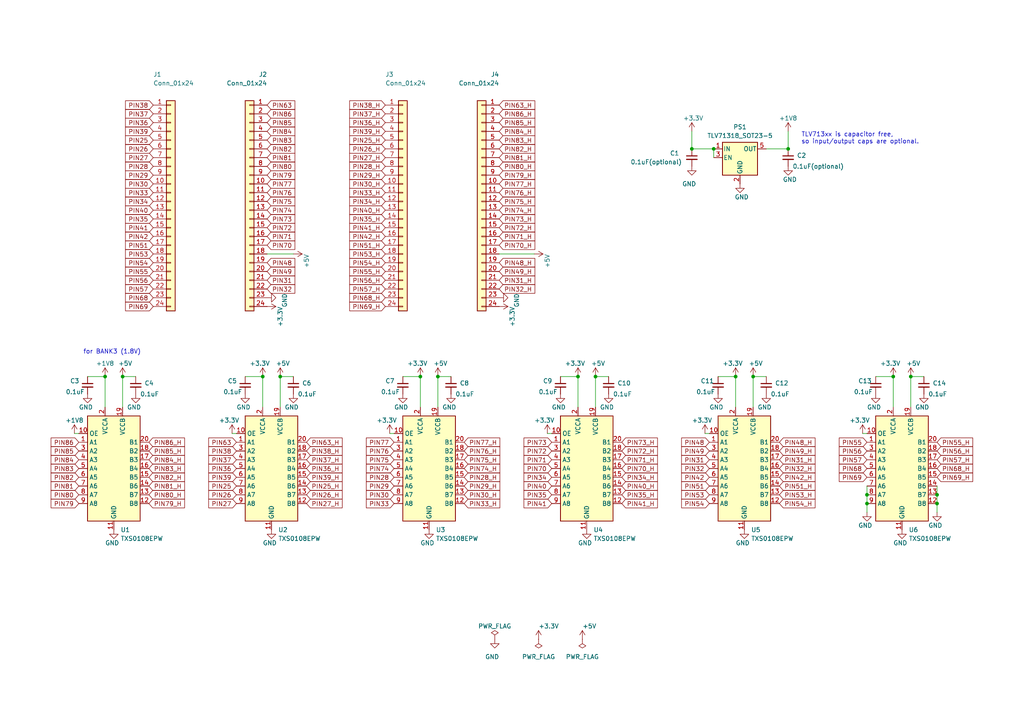
<source format=kicad_sch>
(kicad_sch (version 20230121) (generator eeschema)

  (uuid 950dc676-9e3d-407d-bc99-f86cafc50614)

  (paper "A4")

  (title_block
    (title "5V interface for TangNano 20K")
    (date "2023-07-02")
    (rev "2.0")
    (company "Ryo Mukai")
  )

  (lib_symbols
    (symbol "000_MyLibrary:C_Small" (pin_numbers hide) (pin_names (offset 0.254) hide) (in_bom yes) (on_board yes)
      (property "Reference" "C" (at 0.254 1.778 0)
        (effects (font (size 1.27 1.27)) (justify left))
      )
      (property "Value" "C_Small" (at 0.254 -2.032 0)
        (effects (font (size 1.27 1.27)) (justify left))
      )
      (property "Footprint" "" (at 0 0 0)
        (effects (font (size 1.27 1.27)) hide)
      )
      (property "Datasheet" "~" (at 0 0 0)
        (effects (font (size 1.27 1.27)) hide)
      )
      (property "ki_keywords" "capacitor cap" (at 0 0 0)
        (effects (font (size 1.27 1.27)) hide)
      )
      (property "ki_description" "Unpolarized capacitor, small symbol" (at 0 0 0)
        (effects (font (size 1.27 1.27)) hide)
      )
      (property "ki_fp_filters" "C_*" (at 0 0 0)
        (effects (font (size 1.27 1.27)) hide)
      )
      (symbol "C_Small_0_1"
        (polyline
          (pts
            (xy -1.524 -0.508)
            (xy 1.524 -0.508)
          )
          (stroke (width 0.3302) (type default))
          (fill (type none))
        )
        (polyline
          (pts
            (xy -1.524 0.508)
            (xy 1.524 0.508)
          )
          (stroke (width 0.3048) (type default))
          (fill (type none))
        )
      )
      (symbol "C_Small_1_1"
        (pin passive line (at 0 2.54 270) (length 2.032)
          (name "~" (effects (font (size 1.27 1.27))))
          (number "1" (effects (font (size 1.27 1.27))))
        )
        (pin passive line (at 0 -2.54 90) (length 2.032)
          (name "~" (effects (font (size 1.27 1.27))))
          (number "2" (effects (font (size 1.27 1.27))))
        )
      )
    )
    (symbol "000_MyLibrary:Conn_01x24" (pin_names (offset 1.016) hide) (in_bom yes) (on_board yes)
      (property "Reference" "J" (at 0 30.48 0)
        (effects (font (size 1.27 1.27)))
      )
      (property "Value" "Conn_01x24" (at 0 -33.02 0)
        (effects (font (size 1.27 1.27)))
      )
      (property "Footprint" "" (at 0 0 0)
        (effects (font (size 1.27 1.27)) hide)
      )
      (property "Datasheet" "~" (at 0 0 0)
        (effects (font (size 1.27 1.27)) hide)
      )
      (property "ki_keywords" "connector" (at 0 0 0)
        (effects (font (size 1.27 1.27)) hide)
      )
      (property "ki_description" "Generic connector, single row, 01x24, script generated (kicad-library-utils/schlib/autogen/connector/)" (at 0 0 0)
        (effects (font (size 1.27 1.27)) hide)
      )
      (property "ki_fp_filters" "Connector*:*_1x??_*" (at 0 0 0)
        (effects (font (size 1.27 1.27)) hide)
      )
      (symbol "Conn_01x24_1_1"
        (rectangle (start -1.27 -30.353) (end 0 -30.607)
          (stroke (width 0.1524) (type default))
          (fill (type none))
        )
        (rectangle (start -1.27 -27.813) (end 0 -28.067)
          (stroke (width 0.1524) (type default))
          (fill (type none))
        )
        (rectangle (start -1.27 -25.273) (end 0 -25.527)
          (stroke (width 0.1524) (type default))
          (fill (type none))
        )
        (rectangle (start -1.27 -22.733) (end 0 -22.987)
          (stroke (width 0.1524) (type default))
          (fill (type none))
        )
        (rectangle (start -1.27 -20.193) (end 0 -20.447)
          (stroke (width 0.1524) (type default))
          (fill (type none))
        )
        (rectangle (start -1.27 -17.653) (end 0 -17.907)
          (stroke (width 0.1524) (type default))
          (fill (type none))
        )
        (rectangle (start -1.27 -15.113) (end 0 -15.367)
          (stroke (width 0.1524) (type default))
          (fill (type none))
        )
        (rectangle (start -1.27 -12.573) (end 0 -12.827)
          (stroke (width 0.1524) (type default))
          (fill (type none))
        )
        (rectangle (start -1.27 -10.033) (end 0 -10.287)
          (stroke (width 0.1524) (type default))
          (fill (type none))
        )
        (rectangle (start -1.27 -7.493) (end 0 -7.747)
          (stroke (width 0.1524) (type default))
          (fill (type none))
        )
        (rectangle (start -1.27 -4.953) (end 0 -5.207)
          (stroke (width 0.1524) (type default))
          (fill (type none))
        )
        (rectangle (start -1.27 -2.413) (end 0 -2.667)
          (stroke (width 0.1524) (type default))
          (fill (type none))
        )
        (rectangle (start -1.27 0.127) (end 0 -0.127)
          (stroke (width 0.1524) (type default))
          (fill (type none))
        )
        (rectangle (start -1.27 2.667) (end 0 2.413)
          (stroke (width 0.1524) (type default))
          (fill (type none))
        )
        (rectangle (start -1.27 5.207) (end 0 4.953)
          (stroke (width 0.1524) (type default))
          (fill (type none))
        )
        (rectangle (start -1.27 7.747) (end 0 7.493)
          (stroke (width 0.1524) (type default))
          (fill (type none))
        )
        (rectangle (start -1.27 10.287) (end 0 10.033)
          (stroke (width 0.1524) (type default))
          (fill (type none))
        )
        (rectangle (start -1.27 12.827) (end 0 12.573)
          (stroke (width 0.1524) (type default))
          (fill (type none))
        )
        (rectangle (start -1.27 15.367) (end 0 15.113)
          (stroke (width 0.1524) (type default))
          (fill (type none))
        )
        (rectangle (start -1.27 17.907) (end 0 17.653)
          (stroke (width 0.1524) (type default))
          (fill (type none))
        )
        (rectangle (start -1.27 20.447) (end 0 20.193)
          (stroke (width 0.1524) (type default))
          (fill (type none))
        )
        (rectangle (start -1.27 22.987) (end 0 22.733)
          (stroke (width 0.1524) (type default))
          (fill (type none))
        )
        (rectangle (start -1.27 25.527) (end 0 25.273)
          (stroke (width 0.1524) (type default))
          (fill (type none))
        )
        (rectangle (start -1.27 28.067) (end 0 27.813)
          (stroke (width 0.1524) (type default))
          (fill (type none))
        )
        (rectangle (start -1.27 29.21) (end 1.27 -31.75)
          (stroke (width 0.254) (type default))
          (fill (type background))
        )
        (pin passive line (at -5.08 27.94 0) (length 3.81)
          (name "Pin_1" (effects (font (size 1.27 1.27))))
          (number "1" (effects (font (size 1.27 1.27))))
        )
        (pin passive line (at -5.08 5.08 0) (length 3.81)
          (name "Pin_10" (effects (font (size 1.27 1.27))))
          (number "10" (effects (font (size 1.27 1.27))))
        )
        (pin passive line (at -5.08 2.54 0) (length 3.81)
          (name "Pin_11" (effects (font (size 1.27 1.27))))
          (number "11" (effects (font (size 1.27 1.27))))
        )
        (pin passive line (at -5.08 0 0) (length 3.81)
          (name "Pin_12" (effects (font (size 1.27 1.27))))
          (number "12" (effects (font (size 1.27 1.27))))
        )
        (pin passive line (at -5.08 -2.54 0) (length 3.81)
          (name "Pin_13" (effects (font (size 1.27 1.27))))
          (number "13" (effects (font (size 1.27 1.27))))
        )
        (pin passive line (at -5.08 -5.08 0) (length 3.81)
          (name "Pin_14" (effects (font (size 1.27 1.27))))
          (number "14" (effects (font (size 1.27 1.27))))
        )
        (pin passive line (at -5.08 -7.62 0) (length 3.81)
          (name "Pin_15" (effects (font (size 1.27 1.27))))
          (number "15" (effects (font (size 1.27 1.27))))
        )
        (pin passive line (at -5.08 -10.16 0) (length 3.81)
          (name "Pin_16" (effects (font (size 1.27 1.27))))
          (number "16" (effects (font (size 1.27 1.27))))
        )
        (pin passive line (at -5.08 -12.7 0) (length 3.81)
          (name "Pin_17" (effects (font (size 1.27 1.27))))
          (number "17" (effects (font (size 1.27 1.27))))
        )
        (pin passive line (at -5.08 -15.24 0) (length 3.81)
          (name "Pin_18" (effects (font (size 1.27 1.27))))
          (number "18" (effects (font (size 1.27 1.27))))
        )
        (pin passive line (at -5.08 -17.78 0) (length 3.81)
          (name "Pin_19" (effects (font (size 1.27 1.27))))
          (number "19" (effects (font (size 1.27 1.27))))
        )
        (pin passive line (at -5.08 25.4 0) (length 3.81)
          (name "Pin_2" (effects (font (size 1.27 1.27))))
          (number "2" (effects (font (size 1.27 1.27))))
        )
        (pin passive line (at -5.08 -20.32 0) (length 3.81)
          (name "Pin_20" (effects (font (size 1.27 1.27))))
          (number "20" (effects (font (size 1.27 1.27))))
        )
        (pin passive line (at -5.08 -22.86 0) (length 3.81)
          (name "Pin_21" (effects (font (size 1.27 1.27))))
          (number "21" (effects (font (size 1.27 1.27))))
        )
        (pin passive line (at -5.08 -25.4 0) (length 3.81)
          (name "Pin_22" (effects (font (size 1.27 1.27))))
          (number "22" (effects (font (size 1.27 1.27))))
        )
        (pin passive line (at -5.08 -27.94 0) (length 3.81)
          (name "Pin_23" (effects (font (size 1.27 1.27))))
          (number "23" (effects (font (size 1.27 1.27))))
        )
        (pin passive line (at -5.08 -30.48 0) (length 3.81)
          (name "Pin_24" (effects (font (size 1.27 1.27))))
          (number "24" (effects (font (size 1.27 1.27))))
        )
        (pin passive line (at -5.08 22.86 0) (length 3.81)
          (name "Pin_3" (effects (font (size 1.27 1.27))))
          (number "3" (effects (font (size 1.27 1.27))))
        )
        (pin passive line (at -5.08 20.32 0) (length 3.81)
          (name "Pin_4" (effects (font (size 1.27 1.27))))
          (number "4" (effects (font (size 1.27 1.27))))
        )
        (pin passive line (at -5.08 17.78 0) (length 3.81)
          (name "Pin_5" (effects (font (size 1.27 1.27))))
          (number "5" (effects (font (size 1.27 1.27))))
        )
        (pin passive line (at -5.08 15.24 0) (length 3.81)
          (name "Pin_6" (effects (font (size 1.27 1.27))))
          (number "6" (effects (font (size 1.27 1.27))))
        )
        (pin passive line (at -5.08 12.7 0) (length 3.81)
          (name "Pin_7" (effects (font (size 1.27 1.27))))
          (number "7" (effects (font (size 1.27 1.27))))
        )
        (pin passive line (at -5.08 10.16 0) (length 3.81)
          (name "Pin_8" (effects (font (size 1.27 1.27))))
          (number "8" (effects (font (size 1.27 1.27))))
        )
        (pin passive line (at -5.08 7.62 0) (length 3.81)
          (name "Pin_9" (effects (font (size 1.27 1.27))))
          (number "9" (effects (font (size 1.27 1.27))))
        )
      )
    )
    (symbol "000_MyLibrary:TLV71318_SOT23-5" (pin_names (offset 0.254)) (in_bom yes) (on_board yes)
      (property "Reference" "PS" (at -3.81 5.715 0)
        (effects (font (size 1.27 1.27)))
      )
      (property "Value" "TLV71318_SOT23-5" (at 0 5.715 0)
        (effects (font (size 1.27 1.27)) (justify left))
      )
      (property "Footprint" "Package_TO_SOT_SMD:SOT-23-5" (at 0 8.255 0)
        (effects (font (size 1.27 1.27) italic) hide)
      )
      (property "Datasheet" "http://www.ti.com/lit/ds/symlink/tlv713.pdf" (at 0 1.27 0)
        (effects (font (size 1.27 1.27)) hide)
      )
      (property "ki_keywords" "200mA LDO Regulator Fixed Positive" (at 0 0 0)
        (effects (font (size 1.27 1.27)) hide)
      )
      (property "ki_description" "200mA Low Dropout Voltage Regulator, Fixed Output 1.2V, SOT-23-5" (at 0 0 0)
        (effects (font (size 1.27 1.27)) hide)
      )
      (property "ki_fp_filters" "SOT?23*" (at 0 0 0)
        (effects (font (size 1.27 1.27)) hide)
      )
      (symbol "TLV71318_SOT23-5_0_1"
        (rectangle (start -5.08 4.445) (end 5.08 -5.08)
          (stroke (width 0.254) (type default))
          (fill (type background))
        )
      )
      (symbol "TLV71318_SOT23-5_1_1"
        (pin power_in line (at -7.62 2.54 0) (length 2.54)
          (name "IN" (effects (font (size 1.27 1.27))))
          (number "1" (effects (font (size 1.27 1.27))))
        )
        (pin power_in line (at 0 -7.62 90) (length 2.54)
          (name "GND" (effects (font (size 1.27 1.27))))
          (number "2" (effects (font (size 1.27 1.27))))
        )
        (pin input line (at -7.62 0 0) (length 2.54)
          (name "EN" (effects (font (size 1.27 1.27))))
          (number "3" (effects (font (size 1.27 1.27))))
        )
        (pin no_connect line (at 5.08 0 180) (length 2.54) hide
          (name "NC" (effects (font (size 1.27 1.27))))
          (number "4" (effects (font (size 1.27 1.27))))
        )
        (pin power_out line (at 7.62 2.54 180) (length 2.54)
          (name "OUT" (effects (font (size 1.27 1.27))))
          (number "5" (effects (font (size 1.27 1.27))))
        )
      )
    )
    (symbol "000_MyLibrary:TXS0108EPW" (in_bom yes) (on_board yes)
      (property "Reference" "U" (at -6.35 16.51 0)
        (effects (font (size 1.27 1.27)))
      )
      (property "Value" "TXS0108EPW" (at 3.81 16.51 0)
        (effects (font (size 1.27 1.27)) (justify left))
      )
      (property "Footprint" "Package_SO:TSSOP-20_4.4x6.5mm_P0.65mm" (at 0 -19.05 0)
        (effects (font (size 1.27 1.27)) hide)
      )
      (property "Datasheet" "www.ti.com/lit/ds/symlink/txs0108e.pdf" (at 0 -2.54 0)
        (effects (font (size 1.27 1.27)) hide)
      )
      (property "ki_keywords" "8-bit" (at 0 0 0)
        (effects (font (size 1.27 1.27)) hide)
      )
      (property "ki_description" "Bidirectional  level-shifting voltage translator, TSSOP-20" (at 0 0 0)
        (effects (font (size 1.27 1.27)) hide)
      )
      (property "ki_fp_filters" "*SSOP*4.4x6.5mm*P0.65mm*" (at 0 0 0)
        (effects (font (size 1.27 1.27)) hide)
      )
      (symbol "TXS0108EPW_0_1"
        (rectangle (start -7.62 15.24) (end 7.62 -15.24)
          (stroke (width 0.254) (type default))
          (fill (type background))
        )
      )
      (symbol "TXS0108EPW_1_1"
        (pin bidirectional line (at -10.16 7.62 0) (length 2.54)
          (name "A1" (effects (font (size 1.27 1.27))))
          (number "1" (effects (font (size 1.27 1.27))))
        )
        (pin input line (at -10.16 10.16 0) (length 2.54)
          (name "OE" (effects (font (size 1.27 1.27))))
          (number "10" (effects (font (size 1.27 1.27))))
        )
        (pin power_in line (at 0 -17.78 90) (length 2.54)
          (name "GND" (effects (font (size 1.27 1.27))))
          (number "11" (effects (font (size 1.27 1.27))))
        )
        (pin bidirectional line (at 10.16 -10.16 180) (length 2.54)
          (name "B8" (effects (font (size 1.27 1.27))))
          (number "12" (effects (font (size 1.27 1.27))))
        )
        (pin bidirectional line (at 10.16 -7.62 180) (length 2.54)
          (name "B7" (effects (font (size 1.27 1.27))))
          (number "13" (effects (font (size 1.27 1.27))))
        )
        (pin bidirectional line (at 10.16 -5.08 180) (length 2.54)
          (name "B6" (effects (font (size 1.27 1.27))))
          (number "14" (effects (font (size 1.27 1.27))))
        )
        (pin bidirectional line (at 10.16 -2.54 180) (length 2.54)
          (name "B5" (effects (font (size 1.27 1.27))))
          (number "15" (effects (font (size 1.27 1.27))))
        )
        (pin bidirectional line (at 10.16 0 180) (length 2.54)
          (name "B4" (effects (font (size 1.27 1.27))))
          (number "16" (effects (font (size 1.27 1.27))))
        )
        (pin bidirectional line (at 10.16 2.54 180) (length 2.54)
          (name "B3" (effects (font (size 1.27 1.27))))
          (number "17" (effects (font (size 1.27 1.27))))
        )
        (pin bidirectional line (at 10.16 5.08 180) (length 2.54)
          (name "B2" (effects (font (size 1.27 1.27))))
          (number "18" (effects (font (size 1.27 1.27))))
        )
        (pin power_in line (at 2.54 17.78 270) (length 2.54)
          (name "VCCB" (effects (font (size 1.27 1.27))))
          (number "19" (effects (font (size 1.27 1.27))))
        )
        (pin power_in line (at -2.54 17.78 270) (length 2.54)
          (name "VCCA" (effects (font (size 1.27 1.27))))
          (number "2" (effects (font (size 1.27 1.27))))
        )
        (pin bidirectional line (at 10.16 7.62 180) (length 2.54)
          (name "B1" (effects (font (size 1.27 1.27))))
          (number "20" (effects (font (size 1.27 1.27))))
        )
        (pin bidirectional line (at -10.16 5.08 0) (length 2.54)
          (name "A2" (effects (font (size 1.27 1.27))))
          (number "3" (effects (font (size 1.27 1.27))))
        )
        (pin bidirectional line (at -10.16 2.54 0) (length 2.54)
          (name "A3" (effects (font (size 1.27 1.27))))
          (number "4" (effects (font (size 1.27 1.27))))
        )
        (pin bidirectional line (at -10.16 0 0) (length 2.54)
          (name "A4" (effects (font (size 1.27 1.27))))
          (number "5" (effects (font (size 1.27 1.27))))
        )
        (pin bidirectional line (at -10.16 -2.54 0) (length 2.54)
          (name "A5" (effects (font (size 1.27 1.27))))
          (number "6" (effects (font (size 1.27 1.27))))
        )
        (pin bidirectional line (at -10.16 -5.08 0) (length 2.54)
          (name "A6" (effects (font (size 1.27 1.27))))
          (number "7" (effects (font (size 1.27 1.27))))
        )
        (pin bidirectional line (at -10.16 -7.62 0) (length 2.54)
          (name "A7" (effects (font (size 1.27 1.27))))
          (number "8" (effects (font (size 1.27 1.27))))
        )
        (pin bidirectional line (at -10.16 -10.16 0) (length 2.54)
          (name "A8" (effects (font (size 1.27 1.27))))
          (number "9" (effects (font (size 1.27 1.27))))
        )
      )
    )
    (symbol "power:+1V8" (power) (pin_names (offset 0)) (in_bom yes) (on_board yes)
      (property "Reference" "#PWR" (at 0 -3.81 0)
        (effects (font (size 1.27 1.27)) hide)
      )
      (property "Value" "+1V8" (at 0 3.556 0)
        (effects (font (size 1.27 1.27)))
      )
      (property "Footprint" "" (at 0 0 0)
        (effects (font (size 1.27 1.27)) hide)
      )
      (property "Datasheet" "" (at 0 0 0)
        (effects (font (size 1.27 1.27)) hide)
      )
      (property "ki_keywords" "global power" (at 0 0 0)
        (effects (font (size 1.27 1.27)) hide)
      )
      (property "ki_description" "Power symbol creates a global label with name \"+1V8\"" (at 0 0 0)
        (effects (font (size 1.27 1.27)) hide)
      )
      (symbol "+1V8_0_1"
        (polyline
          (pts
            (xy -0.762 1.27)
            (xy 0 2.54)
          )
          (stroke (width 0) (type default))
          (fill (type none))
        )
        (polyline
          (pts
            (xy 0 0)
            (xy 0 2.54)
          )
          (stroke (width 0) (type default))
          (fill (type none))
        )
        (polyline
          (pts
            (xy 0 2.54)
            (xy 0.762 1.27)
          )
          (stroke (width 0) (type default))
          (fill (type none))
        )
      )
      (symbol "+1V8_1_1"
        (pin power_in line (at 0 0 90) (length 0) hide
          (name "+1V8" (effects (font (size 1.27 1.27))))
          (number "1" (effects (font (size 1.27 1.27))))
        )
      )
    )
    (symbol "power:+3.3V" (power) (pin_names (offset 0)) (in_bom yes) (on_board yes)
      (property "Reference" "#PWR" (at 0 -3.81 0)
        (effects (font (size 1.27 1.27)) hide)
      )
      (property "Value" "+3.3V" (at 0 3.556 0)
        (effects (font (size 1.27 1.27)))
      )
      (property "Footprint" "" (at 0 0 0)
        (effects (font (size 1.27 1.27)) hide)
      )
      (property "Datasheet" "" (at 0 0 0)
        (effects (font (size 1.27 1.27)) hide)
      )
      (property "ki_keywords" "global power" (at 0 0 0)
        (effects (font (size 1.27 1.27)) hide)
      )
      (property "ki_description" "Power symbol creates a global label with name \"+3.3V\"" (at 0 0 0)
        (effects (font (size 1.27 1.27)) hide)
      )
      (symbol "+3.3V_0_1"
        (polyline
          (pts
            (xy -0.762 1.27)
            (xy 0 2.54)
          )
          (stroke (width 0) (type default))
          (fill (type none))
        )
        (polyline
          (pts
            (xy 0 0)
            (xy 0 2.54)
          )
          (stroke (width 0) (type default))
          (fill (type none))
        )
        (polyline
          (pts
            (xy 0 2.54)
            (xy 0.762 1.27)
          )
          (stroke (width 0) (type default))
          (fill (type none))
        )
      )
      (symbol "+3.3V_1_1"
        (pin power_in line (at 0 0 90) (length 0) hide
          (name "+3.3V" (effects (font (size 1.27 1.27))))
          (number "1" (effects (font (size 1.27 1.27))))
        )
      )
    )
    (symbol "power:+5V" (power) (pin_names (offset 0)) (in_bom yes) (on_board yes)
      (property "Reference" "#PWR" (at 0 -3.81 0)
        (effects (font (size 1.27 1.27)) hide)
      )
      (property "Value" "+5V" (at 0 3.556 0)
        (effects (font (size 1.27 1.27)))
      )
      (property "Footprint" "" (at 0 0 0)
        (effects (font (size 1.27 1.27)) hide)
      )
      (property "Datasheet" "" (at 0 0 0)
        (effects (font (size 1.27 1.27)) hide)
      )
      (property "ki_keywords" "global power" (at 0 0 0)
        (effects (font (size 1.27 1.27)) hide)
      )
      (property "ki_description" "Power symbol creates a global label with name \"+5V\"" (at 0 0 0)
        (effects (font (size 1.27 1.27)) hide)
      )
      (symbol "+5V_0_1"
        (polyline
          (pts
            (xy -0.762 1.27)
            (xy 0 2.54)
          )
          (stroke (width 0) (type default))
          (fill (type none))
        )
        (polyline
          (pts
            (xy 0 0)
            (xy 0 2.54)
          )
          (stroke (width 0) (type default))
          (fill (type none))
        )
        (polyline
          (pts
            (xy 0 2.54)
            (xy 0.762 1.27)
          )
          (stroke (width 0) (type default))
          (fill (type none))
        )
      )
      (symbol "+5V_1_1"
        (pin power_in line (at 0 0 90) (length 0) hide
          (name "+5V" (effects (font (size 1.27 1.27))))
          (number "1" (effects (font (size 1.27 1.27))))
        )
      )
    )
    (symbol "power:GND" (power) (pin_names (offset 0)) (in_bom yes) (on_board yes)
      (property "Reference" "#PWR" (at 0 -6.35 0)
        (effects (font (size 1.27 1.27)) hide)
      )
      (property "Value" "GND" (at 0 -3.81 0)
        (effects (font (size 1.27 1.27)))
      )
      (property "Footprint" "" (at 0 0 0)
        (effects (font (size 1.27 1.27)) hide)
      )
      (property "Datasheet" "" (at 0 0 0)
        (effects (font (size 1.27 1.27)) hide)
      )
      (property "ki_keywords" "global power" (at 0 0 0)
        (effects (font (size 1.27 1.27)) hide)
      )
      (property "ki_description" "Power symbol creates a global label with name \"GND\" , ground" (at 0 0 0)
        (effects (font (size 1.27 1.27)) hide)
      )
      (symbol "GND_0_1"
        (polyline
          (pts
            (xy 0 0)
            (xy 0 -1.27)
            (xy 1.27 -1.27)
            (xy 0 -2.54)
            (xy -1.27 -1.27)
            (xy 0 -1.27)
          )
          (stroke (width 0) (type default))
          (fill (type none))
        )
      )
      (symbol "GND_1_1"
        (pin power_in line (at 0 0 270) (length 0) hide
          (name "GND" (effects (font (size 1.27 1.27))))
          (number "1" (effects (font (size 1.27 1.27))))
        )
      )
    )
    (symbol "power:PWR_FLAG" (power) (pin_numbers hide) (pin_names (offset 0) hide) (in_bom yes) (on_board yes)
      (property "Reference" "#FLG" (at 0 1.905 0)
        (effects (font (size 1.27 1.27)) hide)
      )
      (property "Value" "PWR_FLAG" (at 0 3.81 0)
        (effects (font (size 1.27 1.27)))
      )
      (property "Footprint" "" (at 0 0 0)
        (effects (font (size 1.27 1.27)) hide)
      )
      (property "Datasheet" "~" (at 0 0 0)
        (effects (font (size 1.27 1.27)) hide)
      )
      (property "ki_keywords" "flag power" (at 0 0 0)
        (effects (font (size 1.27 1.27)) hide)
      )
      (property "ki_description" "Special symbol for telling ERC where power comes from" (at 0 0 0)
        (effects (font (size 1.27 1.27)) hide)
      )
      (symbol "PWR_FLAG_0_0"
        (pin power_out line (at 0 0 90) (length 0)
          (name "pwr" (effects (font (size 1.27 1.27))))
          (number "1" (effects (font (size 1.27 1.27))))
        )
      )
      (symbol "PWR_FLAG_0_1"
        (polyline
          (pts
            (xy 0 0)
            (xy 0 1.27)
            (xy -1.016 1.905)
            (xy 0 2.54)
            (xy 1.016 1.905)
            (xy 0 1.27)
          )
          (stroke (width 0) (type default))
          (fill (type none))
        )
      )
    )
  )

  (junction (at 81.28 109.22) (diameter 0) (color 0 0 0 0)
    (uuid 0e5554c7-e4b7-4099-8f98-f327a0a3514f)
  )
  (junction (at 251.46 146.05) (diameter 0) (color 0 0 0 0)
    (uuid 11365793-987e-4600-92bd-4c3b7c7da2f6)
  )
  (junction (at 259.08 109.22) (diameter 0) (color 0 0 0 0)
    (uuid 1ad19e45-28eb-4002-9233-d50b97743b81)
  )
  (junction (at 218.44 109.22) (diameter 0) (color 0 0 0 0)
    (uuid 1e024aa0-177f-4669-9511-e7b432dbaaf4)
  )
  (junction (at 251.46 143.51) (diameter 0) (color 0 0 0 0)
    (uuid 365be386-b25c-4dad-af02-922316cf7196)
  )
  (junction (at 167.64 109.22) (diameter 0) (color 0 0 0 0)
    (uuid 427960de-a688-462c-9130-f6aa819cea2d)
  )
  (junction (at 271.78 146.05) (diameter 0) (color 0 0 0 0)
    (uuid 42f015ba-5241-499a-82ba-be61b95a2c0b)
  )
  (junction (at 264.16 109.22) (diameter 0) (color 0 0 0 0)
    (uuid 4a524c31-e3d2-4eb6-a715-3d8c47871ffc)
  )
  (junction (at 200.66 43.18) (diameter 0) (color 0 0 0 0)
    (uuid 51b42d85-5811-4ceb-9b0d-8d31b1639ed4)
  )
  (junction (at 76.2 109.22) (diameter 0) (color 0 0 0 0)
    (uuid 553a8599-7c93-4d50-b745-f1bb26a63309)
  )
  (junction (at 172.72 109.22) (diameter 0) (color 0 0 0 0)
    (uuid 5cc2e3e2-2c7a-4803-a332-8512839b6c44)
  )
  (junction (at 271.78 143.51) (diameter 0) (color 0 0 0 0)
    (uuid 762426bc-e7b7-42a4-81b2-c0cefcb05df3)
  )
  (junction (at 213.36 109.22) (diameter 0) (color 0 0 0 0)
    (uuid 786f1c7e-d6da-4876-80c7-78b5cb432172)
  )
  (junction (at 127 109.22) (diameter 0) (color 0 0 0 0)
    (uuid 901dde45-24f8-48bb-bbf3-2299d461c0e7)
  )
  (junction (at 228.6 43.18) (diameter 0) (color 0 0 0 0)
    (uuid 92223d4c-7c5d-46bc-8ee5-c82fbacf679e)
  )
  (junction (at 35.56 109.22) (diameter 0) (color 0 0 0 0)
    (uuid d0d6dae5-29f1-4dca-b12b-1b064125ea5f)
  )
  (junction (at 121.92 109.22) (diameter 0) (color 0 0 0 0)
    (uuid e6eff905-73f9-41c5-898a-8947f8ebd5af)
  )
  (junction (at 30.48 109.22) (diameter 0) (color 0 0 0 0)
    (uuid e73012a1-13ab-4f4b-8e96-b04912fee4b2)
  )
  (junction (at 207.01 43.18) (diameter 0) (color 0 0 0 0)
    (uuid fd2f517c-b927-4695-a00c-326473a3c5f6)
  )

  (wire (pts (xy 218.44 109.22) (xy 218.44 118.11))
    (stroke (width 0) (type default))
    (uuid 074e68ff-1cd8-4418-a7a5-a2aac0b51943)
  )
  (wire (pts (xy 264.16 109.22) (xy 264.16 118.11))
    (stroke (width 0) (type default))
    (uuid 0c1ea081-c86c-470e-89c6-c8c835e1b565)
  )
  (wire (pts (xy 67.31 125.73) (xy 68.58 125.73))
    (stroke (width 0) (type default))
    (uuid 11527550-fdb9-4920-8fbb-1d4dd8ac3d4f)
  )
  (wire (pts (xy 264.16 109.22) (xy 267.97 109.22))
    (stroke (width 0) (type default))
    (uuid 16bfe88b-f14b-4fd1-b76d-33b365cc5011)
  )
  (wire (pts (xy 251.46 143.51) (xy 251.46 146.05))
    (stroke (width 0) (type default))
    (uuid 18545a42-8623-4b58-9a4e-79b986e0bb3d)
  )
  (wire (pts (xy 200.66 43.18) (xy 207.01 43.18))
    (stroke (width 0) (type default))
    (uuid 1dd1080a-94f2-4efb-b30c-5a024a50db35)
  )
  (wire (pts (xy 25.4 109.22) (xy 30.48 109.22))
    (stroke (width 0) (type default))
    (uuid 219b2375-1a75-4d71-b375-1b9ebfe9f86e)
  )
  (wire (pts (xy 172.72 109.22) (xy 176.53 109.22))
    (stroke (width 0) (type default))
    (uuid 28d806d6-a871-4b6e-9fe8-3f5b8790c539)
  )
  (wire (pts (xy 158.75 125.73) (xy 160.02 125.73))
    (stroke (width 0) (type default))
    (uuid 2a325d0a-7a1b-4b0f-8a0f-6939010c8e4a)
  )
  (wire (pts (xy 254 109.22) (xy 259.08 109.22))
    (stroke (width 0) (type default))
    (uuid 2ddc170b-2663-481d-b3c6-6ffed0f27297)
  )
  (wire (pts (xy 251.46 140.97) (xy 251.46 143.51))
    (stroke (width 0) (type default))
    (uuid 2e366415-c781-4a5b-b45d-15251402f2af)
  )
  (wire (pts (xy 271.78 146.05) (xy 271.78 148.59))
    (stroke (width 0) (type default))
    (uuid 315500fc-63a6-4473-b822-eb84d25bb7a3)
  )
  (wire (pts (xy 271.78 143.51) (xy 271.78 146.05))
    (stroke (width 0) (type default))
    (uuid 427e9fb2-3f83-4083-9095-2f0b52d2bdd0)
  )
  (wire (pts (xy 162.56 109.22) (xy 167.64 109.22))
    (stroke (width 0) (type default))
    (uuid 43b3da43-9a83-4d6c-b67a-76d6176dc7b9)
  )
  (wire (pts (xy 172.72 109.22) (xy 172.72 118.11))
    (stroke (width 0) (type default))
    (uuid 465d8a27-b57b-42ed-b363-5f287f1ede1f)
  )
  (wire (pts (xy 200.66 38.1) (xy 200.66 43.18))
    (stroke (width 0) (type default))
    (uuid 4b3a090d-3198-4782-9318-d4cddfb0b4a5)
  )
  (wire (pts (xy 127 109.22) (xy 130.81 109.22))
    (stroke (width 0) (type default))
    (uuid 4bde06e5-ad60-4649-8dc3-8625ee647ded)
  )
  (wire (pts (xy 85.09 73.66) (xy 77.47 73.66))
    (stroke (width 0) (type default))
    (uuid 5b7f885b-5b75-40dc-b89f-cae3ac0c3ad4)
  )
  (wire (pts (xy 271.78 140.97) (xy 271.78 143.51))
    (stroke (width 0) (type default))
    (uuid 6075a4ca-1104-42a9-8793-d5de977c7b74)
  )
  (wire (pts (xy 35.56 109.22) (xy 35.56 118.11))
    (stroke (width 0) (type default))
    (uuid 732199e8-fe88-4ec7-87c3-1617274eae8d)
  )
  (wire (pts (xy 35.56 109.22) (xy 39.37 109.22))
    (stroke (width 0) (type default))
    (uuid 78d78f8c-ff69-4389-8342-d152a1e37924)
  )
  (wire (pts (xy 222.25 43.18) (xy 228.6 43.18))
    (stroke (width 0) (type default))
    (uuid 7cbaa66d-1f81-4b24-b42d-75c695a9783b)
  )
  (wire (pts (xy 228.6 38.1) (xy 228.6 43.18))
    (stroke (width 0) (type default))
    (uuid 8a701d55-4b85-4fa0-90c4-b77757a3905c)
  )
  (wire (pts (xy 167.64 109.22) (xy 167.64 118.11))
    (stroke (width 0) (type default))
    (uuid 8dcf9a22-0857-44a9-980c-f834fe9883e7)
  )
  (wire (pts (xy 121.92 109.22) (xy 121.92 118.11))
    (stroke (width 0) (type default))
    (uuid 9ff63861-b48f-4036-9ef2-e334ca9b0f08)
  )
  (wire (pts (xy 81.28 109.22) (xy 81.28 118.11))
    (stroke (width 0) (type default))
    (uuid a3d91d8c-775a-4690-8b3e-54d8dc45f2d8)
  )
  (wire (pts (xy 71.12 109.22) (xy 76.2 109.22))
    (stroke (width 0) (type default))
    (uuid b1ce8d39-f02f-4300-b96a-843000b53da2)
  )
  (wire (pts (xy 116.84 109.22) (xy 121.92 109.22))
    (stroke (width 0) (type default))
    (uuid b5fd86bf-eb11-451e-872c-0e5e40bc7fdb)
  )
  (wire (pts (xy 213.36 109.22) (xy 213.36 118.11))
    (stroke (width 0) (type default))
    (uuid c82bacb7-0012-4bc2-a481-c5bda0d74aa8)
  )
  (wire (pts (xy 208.28 109.22) (xy 213.36 109.22))
    (stroke (width 0) (type default))
    (uuid cb1e621b-2f49-4c5c-ac88-192505af64f9)
  )
  (wire (pts (xy 81.28 109.22) (xy 85.09 109.22))
    (stroke (width 0) (type default))
    (uuid cd676f66-7606-4933-aa95-abd36c27bf27)
  )
  (wire (pts (xy 76.2 109.22) (xy 76.2 118.11))
    (stroke (width 0) (type default))
    (uuid d1a34506-a3ee-48a5-9550-06920f1b7d75)
  )
  (wire (pts (xy 30.48 109.22) (xy 30.48 118.11))
    (stroke (width 0) (type default))
    (uuid d1f6f2cf-988e-4331-b43c-b33a99743b00)
  )
  (wire (pts (xy 127 109.22) (xy 127 118.11))
    (stroke (width 0) (type default))
    (uuid daf5ebd6-6d52-4cce-8687-52d17db9ec1c)
  )
  (wire (pts (xy 204.47 125.73) (xy 205.74 125.73))
    (stroke (width 0) (type default))
    (uuid de82edcc-3532-4704-8c35-941dd280bbbe)
  )
  (wire (pts (xy 21.59 125.73) (xy 22.86 125.73))
    (stroke (width 0) (type default))
    (uuid dedbcd9b-03ba-422c-b5f7-7c869fc6ac38)
  )
  (wire (pts (xy 218.44 109.22) (xy 222.25 109.22))
    (stroke (width 0) (type default))
    (uuid df9aec52-410a-4fe2-9c65-b2eb384f5c79)
  )
  (wire (pts (xy 250.19 125.73) (xy 251.46 125.73))
    (stroke (width 0) (type default))
    (uuid e18960c7-2642-425d-80b2-62b2fc53a860)
  )
  (wire (pts (xy 259.08 109.22) (xy 259.08 118.11))
    (stroke (width 0) (type default))
    (uuid e6aca637-61b0-412f-ba04-03965de57463)
  )
  (wire (pts (xy 154.94 73.66) (xy 144.78 73.66))
    (stroke (width 0) (type default))
    (uuid e8fdb96a-af85-42a6-bb1d-9d1d065551b5)
  )
  (wire (pts (xy 113.03 125.73) (xy 114.3 125.73))
    (stroke (width 0) (type default))
    (uuid ee67c51a-116e-4f21-bee6-f84ef8b73a5d)
  )
  (wire (pts (xy 207.01 43.18) (xy 207.01 45.72))
    (stroke (width 0) (type default))
    (uuid f6e0e156-670e-44b2-82ef-2adcd6455b20)
  )
  (wire (pts (xy 251.46 146.05) (xy 251.46 148.59))
    (stroke (width 0) (type default))
    (uuid f895b209-186f-45c3-98c6-8273ae61a168)
  )

  (text "for BANK3 (1.8V)" (at 24.13 102.87 0)
    (effects (font (size 1.27 1.27)) (justify left bottom))
    (uuid 65995673-38b7-4e5b-84e3-5fff1fc5a01f)
  )
  (text "TLV713xx is capacitor free,\nso input/output caps are optional."
    (at 232.41 41.91 0)
    (effects (font (size 1.27 1.27)) (justify left bottom))
    (uuid 79f6ff42-88b3-4b0c-a303-a29f7b847245)
  )

  (global_label "PIN71" (shape input) (at 77.47 68.58 0) (fields_autoplaced)
    (effects (font (size 1.27 1.27)) (justify left))
    (uuid 00dea913-220e-496e-83ec-c0e08b66714b)
    (property "Intersheetrefs" "${INTERSHEET_REFS}" (at 86.0001 68.58 0)
      (effects (font (size 1.27 1.27)) (justify left) hide)
    )
  )
  (global_label "PIN48" (shape input) (at 205.74 128.27 180) (fields_autoplaced)
    (effects (font (size 1.27 1.27)) (justify right))
    (uuid 01189cf5-feb8-43d2-be77-284da33e0283)
    (property "Intersheetrefs" "${INTERSHEET_REFS}" (at 197.2099 128.27 0)
      (effects (font (size 1.27 1.27)) (justify right) hide)
    )
  )
  (global_label "PIN31" (shape input) (at 77.47 81.28 0) (fields_autoplaced)
    (effects (font (size 1.27 1.27)) (justify left))
    (uuid 0420a012-220a-4515-9733-195da6bb58e7)
    (property "Intersheetrefs" "${INTERSHEET_REFS}" (at 86.0001 81.28 0)
      (effects (font (size 1.27 1.27)) (justify left) hide)
    )
  )
  (global_label "PIN26_H" (shape input) (at 111.76 43.18 180) (fields_autoplaced)
    (effects (font (size 1.27 1.27)) (justify right))
    (uuid 042c1378-ae78-4087-9ce5-7c8028719551)
    (property "Intersheetrefs" "${INTERSHEET_REFS}" (at 100.9318 43.18 0)
      (effects (font (size 1.27 1.27)) (justify right) hide)
    )
  )
  (global_label "PIN86" (shape input) (at 22.86 128.27 180) (fields_autoplaced)
    (effects (font (size 1.27 1.27)) (justify right))
    (uuid 04d32d85-2f3d-4fec-8b61-3dfe55b6ee03)
    (property "Intersheetrefs" "${INTERSHEET_REFS}" (at 14.3299 128.27 0)
      (effects (font (size 1.27 1.27)) (justify right) hide)
    )
  )
  (global_label "PIN63" (shape input) (at 77.47 30.48 0) (fields_autoplaced)
    (effects (font (size 1.27 1.27)) (justify left))
    (uuid 04fb813b-6562-4ea2-8404-f9ae3dd79464)
    (property "Intersheetrefs" "${INTERSHEET_REFS}" (at 86.0001 30.48 0)
      (effects (font (size 1.27 1.27)) (justify left) hide)
    )
  )
  (global_label "PIN37" (shape input) (at 68.58 133.35 180) (fields_autoplaced)
    (effects (font (size 1.27 1.27)) (justify right))
    (uuid 07b00c7f-a987-48dc-9032-9af9932748f5)
    (property "Intersheetrefs" "${INTERSHEET_REFS}" (at 60.0499 133.35 0)
      (effects (font (size 1.27 1.27)) (justify right) hide)
    )
  )
  (global_label "PIN35_H" (shape input) (at 111.76 63.5 180) (fields_autoplaced)
    (effects (font (size 1.27 1.27)) (justify right))
    (uuid 09d931fa-85ce-4eff-9dc0-a0422dd4c7ed)
    (property "Intersheetrefs" "${INTERSHEET_REFS}" (at 100.9318 63.5 0)
      (effects (font (size 1.27 1.27)) (justify right) hide)
    )
  )
  (global_label "PIN51_H" (shape input) (at 226.06 140.97 0) (fields_autoplaced)
    (effects (font (size 1.27 1.27)) (justify left))
    (uuid 09ff84f6-d614-4d7e-83bb-a3e5042367c1)
    (property "Intersheetrefs" "${INTERSHEET_REFS}" (at 236.8882 140.97 0)
      (effects (font (size 1.27 1.27)) (justify left) hide)
    )
  )
  (global_label "PIN77" (shape input) (at 77.47 53.34 0) (fields_autoplaced)
    (effects (font (size 1.27 1.27)) (justify left))
    (uuid 0a16146f-ec82-402b-8e4d-6c3e411a2176)
    (property "Intersheetrefs" "${INTERSHEET_REFS}" (at 86.0001 53.34 0)
      (effects (font (size 1.27 1.27)) (justify left) hide)
    )
  )
  (global_label "PIN79_H" (shape input) (at 144.78 50.8 0) (fields_autoplaced)
    (effects (font (size 1.27 1.27)) (justify left))
    (uuid 0aecf4fd-e1f9-4351-bddd-4055df3b336c)
    (property "Intersheetrefs" "${INTERSHEET_REFS}" (at 155.6082 50.8 0)
      (effects (font (size 1.27 1.27)) (justify left) hide)
    )
  )
  (global_label "PIN29" (shape input) (at 44.45 50.8 180) (fields_autoplaced)
    (effects (font (size 1.27 1.27)) (justify right))
    (uuid 0baabdca-526b-46b4-a5d8-4b1a2f57fb54)
    (property "Intersheetrefs" "${INTERSHEET_REFS}" (at 35.9199 50.8 0)
      (effects (font (size 1.27 1.27)) (justify right) hide)
    )
  )
  (global_label "PIN75_H" (shape input) (at 134.62 133.35 0) (fields_autoplaced)
    (effects (font (size 1.27 1.27)) (justify left))
    (uuid 0bd0d046-050e-4120-831a-f51e63ee1bbb)
    (property "Intersheetrefs" "${INTERSHEET_REFS}" (at 145.4482 133.35 0)
      (effects (font (size 1.27 1.27)) (justify left) hide)
    )
  )
  (global_label "PIN81_H" (shape input) (at 144.78 45.72 0) (fields_autoplaced)
    (effects (font (size 1.27 1.27)) (justify left))
    (uuid 0c3ef0a2-75c3-40d4-b9f2-9399471ac83b)
    (property "Intersheetrefs" "${INTERSHEET_REFS}" (at 155.6082 45.72 0)
      (effects (font (size 1.27 1.27)) (justify left) hide)
    )
  )
  (global_label "PIN81" (shape input) (at 77.47 45.72 0) (fields_autoplaced)
    (effects (font (size 1.27 1.27)) (justify left))
    (uuid 0ddfd30e-d41f-4f42-8a3f-1415e6064d7b)
    (property "Intersheetrefs" "${INTERSHEET_REFS}" (at 86.0001 45.72 0)
      (effects (font (size 1.27 1.27)) (justify left) hide)
    )
  )
  (global_label "PIN25" (shape input) (at 68.58 140.97 180) (fields_autoplaced)
    (effects (font (size 1.27 1.27)) (justify right))
    (uuid 0f15656f-4bea-421c-8cac-c45c5a0c6383)
    (property "Intersheetrefs" "${INTERSHEET_REFS}" (at 60.0499 140.97 0)
      (effects (font (size 1.27 1.27)) (justify right) hide)
    )
  )
  (global_label "PIN83_H" (shape input) (at 43.18 135.89 0) (fields_autoplaced)
    (effects (font (size 1.27 1.27)) (justify left))
    (uuid 102a780f-1792-4f0a-9d1b-04c8b0b82329)
    (property "Intersheetrefs" "${INTERSHEET_REFS}" (at 54.0082 135.89 0)
      (effects (font (size 1.27 1.27)) (justify left) hide)
    )
  )
  (global_label "PIN34" (shape input) (at 44.45 58.42 180) (fields_autoplaced)
    (effects (font (size 1.27 1.27)) (justify right))
    (uuid 11b7a66e-3c36-4e19-a995-9725043b2a19)
    (property "Intersheetrefs" "${INTERSHEET_REFS}" (at 35.9199 58.42 0)
      (effects (font (size 1.27 1.27)) (justify right) hide)
    )
  )
  (global_label "PIN57" (shape input) (at 251.46 133.35 180) (fields_autoplaced)
    (effects (font (size 1.27 1.27)) (justify right))
    (uuid 1215ca4e-be12-4e42-92f4-f5f744b9e1b8)
    (property "Intersheetrefs" "${INTERSHEET_REFS}" (at 242.9299 133.35 0)
      (effects (font (size 1.27 1.27)) (justify right) hide)
    )
  )
  (global_label "PIN25_H" (shape input) (at 88.9 140.97 0) (fields_autoplaced)
    (effects (font (size 1.27 1.27)) (justify left))
    (uuid 14151004-797f-4a5e-85af-01650393741d)
    (property "Intersheetrefs" "${INTERSHEET_REFS}" (at 99.7282 140.97 0)
      (effects (font (size 1.27 1.27)) (justify left) hide)
    )
  )
  (global_label "PIN75_H" (shape input) (at 144.78 58.42 0) (fields_autoplaced)
    (effects (font (size 1.27 1.27)) (justify left))
    (uuid 144fd44d-09f1-4f39-9449-b57223a73c00)
    (property "Intersheetrefs" "${INTERSHEET_REFS}" (at 155.6082 58.42 0)
      (effects (font (size 1.27 1.27)) (justify left) hide)
    )
  )
  (global_label "PIN69_H" (shape input) (at 111.76 88.9 180) (fields_autoplaced)
    (effects (font (size 1.27 1.27)) (justify right))
    (uuid 17aa1d2a-62ab-4582-b88a-a4311d14c9a9)
    (property "Intersheetrefs" "${INTERSHEET_REFS}" (at 100.9318 88.9 0)
      (effects (font (size 1.27 1.27)) (justify right) hide)
    )
  )
  (global_label "PIN49" (shape input) (at 77.47 78.74 0) (fields_autoplaced)
    (effects (font (size 1.27 1.27)) (justify left))
    (uuid 1818d609-8db8-4fbb-beec-5483917256a8)
    (property "Intersheetrefs" "${INTERSHEET_REFS}" (at 86.0001 78.74 0)
      (effects (font (size 1.27 1.27)) (justify left) hide)
    )
  )
  (global_label "PIN49_H" (shape input) (at 144.78 78.74 0) (fields_autoplaced)
    (effects (font (size 1.27 1.27)) (justify left))
    (uuid 1c89a4ba-433f-4c4c-875b-154c244676fc)
    (property "Intersheetrefs" "${INTERSHEET_REFS}" (at 155.6082 78.74 0)
      (effects (font (size 1.27 1.27)) (justify left) hide)
    )
  )
  (global_label "PIN28" (shape input) (at 114.3 138.43 180) (fields_autoplaced)
    (effects (font (size 1.27 1.27)) (justify right))
    (uuid 202b786c-01f3-4a8f-a8ea-6b231180a305)
    (property "Intersheetrefs" "${INTERSHEET_REFS}" (at 105.7699 138.43 0)
      (effects (font (size 1.27 1.27)) (justify right) hide)
    )
  )
  (global_label "PIN83_H" (shape input) (at 144.78 40.64 0) (fields_autoplaced)
    (effects (font (size 1.27 1.27)) (justify left))
    (uuid 20311b1f-9d58-4a40-a1bc-876d65b192b5)
    (property "Intersheetrefs" "${INTERSHEET_REFS}" (at 155.6082 40.64 0)
      (effects (font (size 1.27 1.27)) (justify left) hide)
    )
  )
  (global_label "PIN48_H" (shape input) (at 144.78 76.2 0) (fields_autoplaced)
    (effects (font (size 1.27 1.27)) (justify left))
    (uuid 210e8a24-7e2e-47ff-a0cd-98dc80f418e0)
    (property "Intersheetrefs" "${INTERSHEET_REFS}" (at 155.6082 76.2 0)
      (effects (font (size 1.27 1.27)) (justify left) hide)
    )
  )
  (global_label "PIN82" (shape input) (at 77.47 43.18 0) (fields_autoplaced)
    (effects (font (size 1.27 1.27)) (justify left))
    (uuid 231fa25b-7c0d-4d60-9d82-adef3d81ec54)
    (property "Intersheetrefs" "${INTERSHEET_REFS}" (at 86.0001 43.18 0)
      (effects (font (size 1.27 1.27)) (justify left) hide)
    )
  )
  (global_label "PIN69_H" (shape input) (at 271.78 138.43 0) (fields_autoplaced)
    (effects (font (size 1.27 1.27)) (justify left))
    (uuid 23208f37-e172-4c12-a827-144357629de6)
    (property "Intersheetrefs" "${INTERSHEET_REFS}" (at 282.6082 138.43 0)
      (effects (font (size 1.27 1.27)) (justify left) hide)
    )
  )
  (global_label "PIN85" (shape input) (at 22.86 130.81 180) (fields_autoplaced)
    (effects (font (size 1.27 1.27)) (justify right))
    (uuid 23440e7e-ce45-4bc8-a273-eb8a32b07e04)
    (property "Intersheetrefs" "${INTERSHEET_REFS}" (at 14.3299 130.81 0)
      (effects (font (size 1.27 1.27)) (justify right) hide)
    )
  )
  (global_label "PIN77" (shape input) (at 114.3 128.27 180) (fields_autoplaced)
    (effects (font (size 1.27 1.27)) (justify right))
    (uuid 243cc671-2dc1-4692-978c-ecb4eb481e36)
    (property "Intersheetrefs" "${INTERSHEET_REFS}" (at 105.7699 128.27 0)
      (effects (font (size 1.27 1.27)) (justify right) hide)
    )
  )
  (global_label "PIN72_H" (shape input) (at 144.78 66.04 0) (fields_autoplaced)
    (effects (font (size 1.27 1.27)) (justify left))
    (uuid 247350e9-dcf0-4e80-8131-37f7a6419563)
    (property "Intersheetrefs" "${INTERSHEET_REFS}" (at 155.6082 66.04 0)
      (effects (font (size 1.27 1.27)) (justify left) hide)
    )
  )
  (global_label "PIN28_H" (shape input) (at 111.76 48.26 180) (fields_autoplaced)
    (effects (font (size 1.27 1.27)) (justify right))
    (uuid 2a3b3519-387c-4bdc-867a-d7b255faf365)
    (property "Intersheetrefs" "${INTERSHEET_REFS}" (at 100.9318 48.26 0)
      (effects (font (size 1.27 1.27)) (justify right) hide)
    )
  )
  (global_label "PIN74" (shape input) (at 77.47 60.96 0) (fields_autoplaced)
    (effects (font (size 1.27 1.27)) (justify left))
    (uuid 2ad7fac2-dca5-4d80-b1b0-7e2f8ef167fa)
    (property "Intersheetrefs" "${INTERSHEET_REFS}" (at 86.0001 60.96 0)
      (effects (font (size 1.27 1.27)) (justify left) hide)
    )
  )
  (global_label "PIN68_H" (shape input) (at 111.76 86.36 180) (fields_autoplaced)
    (effects (font (size 1.27 1.27)) (justify right))
    (uuid 2bb26261-075f-4fb8-b793-3de70ce9955e)
    (property "Intersheetrefs" "${INTERSHEET_REFS}" (at 100.9318 86.36 0)
      (effects (font (size 1.27 1.27)) (justify right) hide)
    )
  )
  (global_label "PIN82" (shape input) (at 22.86 138.43 180) (fields_autoplaced)
    (effects (font (size 1.27 1.27)) (justify right))
    (uuid 2c45ed78-f03b-4bc0-ad37-251890775067)
    (property "Intersheetrefs" "${INTERSHEET_REFS}" (at 14.3299 138.43 0)
      (effects (font (size 1.27 1.27)) (justify right) hide)
    )
  )
  (global_label "PIN40_H" (shape input) (at 180.34 140.97 0) (fields_autoplaced)
    (effects (font (size 1.27 1.27)) (justify left))
    (uuid 2d9e4b67-c4c5-4237-8063-25772a2af914)
    (property "Intersheetrefs" "${INTERSHEET_REFS}" (at 191.1682 140.97 0)
      (effects (font (size 1.27 1.27)) (justify left) hide)
    )
  )
  (global_label "PIN56" (shape input) (at 251.46 130.81 180) (fields_autoplaced)
    (effects (font (size 1.27 1.27)) (justify right))
    (uuid 2e941064-4edc-4e90-96ac-122ac5451945)
    (property "Intersheetrefs" "${INTERSHEET_REFS}" (at 242.9299 130.81 0)
      (effects (font (size 1.27 1.27)) (justify right) hide)
    )
  )
  (global_label "PIN40_H" (shape input) (at 111.76 60.96 180) (fields_autoplaced)
    (effects (font (size 1.27 1.27)) (justify right))
    (uuid 2eeeb7a0-1b0e-4120-aacc-41105333fc82)
    (property "Intersheetrefs" "${INTERSHEET_REFS}" (at 100.9318 60.96 0)
      (effects (font (size 1.27 1.27)) (justify right) hide)
    )
  )
  (global_label "PIN42" (shape input) (at 44.45 68.58 180) (fields_autoplaced)
    (effects (font (size 1.27 1.27)) (justify right))
    (uuid 2f3312eb-6af6-4d8c-bc6e-108ebb2f7bca)
    (property "Intersheetrefs" "${INTERSHEET_REFS}" (at 35.9199 68.58 0)
      (effects (font (size 1.27 1.27)) (justify right) hide)
    )
  )
  (global_label "PIN34" (shape input) (at 160.02 138.43 180) (fields_autoplaced)
    (effects (font (size 1.27 1.27)) (justify right))
    (uuid 31b41191-8661-4c5b-bc45-8b4b2750149f)
    (property "Intersheetrefs" "${INTERSHEET_REFS}" (at 151.4899 138.43 0)
      (effects (font (size 1.27 1.27)) (justify right) hide)
    )
  )
  (global_label "PIN28_H" (shape input) (at 134.62 138.43 0) (fields_autoplaced)
    (effects (font (size 1.27 1.27)) (justify left))
    (uuid 33aec920-4e6c-4d9e-8f94-b3e672c549b5)
    (property "Intersheetrefs" "${INTERSHEET_REFS}" (at 145.4482 138.43 0)
      (effects (font (size 1.27 1.27)) (justify left) hide)
    )
  )
  (global_label "PIN25" (shape input) (at 44.45 40.64 180) (fields_autoplaced)
    (effects (font (size 1.27 1.27)) (justify right))
    (uuid 366947e1-df59-4bb4-8b58-e1215c585bba)
    (property "Intersheetrefs" "${INTERSHEET_REFS}" (at 35.9199 40.64 0)
      (effects (font (size 1.27 1.27)) (justify right) hide)
    )
  )
  (global_label "PIN29_H" (shape input) (at 111.76 50.8 180) (fields_autoplaced)
    (effects (font (size 1.27 1.27)) (justify right))
    (uuid 37479adf-3700-4d42-9691-ceb2c56d8e6c)
    (property "Intersheetrefs" "${INTERSHEET_REFS}" (at 100.9318 50.8 0)
      (effects (font (size 1.27 1.27)) (justify right) hide)
    )
  )
  (global_label "PIN55_H" (shape input) (at 271.78 128.27 0) (fields_autoplaced)
    (effects (font (size 1.27 1.27)) (justify left))
    (uuid 387c9be4-e955-40bf-b01d-afd49e8b5aa2)
    (property "Intersheetrefs" "${INTERSHEET_REFS}" (at 282.6082 128.27 0)
      (effects (font (size 1.27 1.27)) (justify left) hide)
    )
  )
  (global_label "PIN83" (shape input) (at 22.86 135.89 180) (fields_autoplaced)
    (effects (font (size 1.27 1.27)) (justify right))
    (uuid 3c7aad94-5c4a-4307-a829-efa48f967a04)
    (property "Intersheetrefs" "${INTERSHEET_REFS}" (at 14.3299 135.89 0)
      (effects (font (size 1.27 1.27)) (justify right) hide)
    )
  )
  (global_label "PIN39_H" (shape input) (at 111.76 38.1 180) (fields_autoplaced)
    (effects (font (size 1.27 1.27)) (justify right))
    (uuid 3f65339c-d9da-4173-90ab-1af166f3ef3c)
    (property "Intersheetrefs" "${INTERSHEET_REFS}" (at 100.9318 38.1 0)
      (effects (font (size 1.27 1.27)) (justify right) hide)
    )
  )
  (global_label "PIN42_H" (shape input) (at 111.76 68.58 180) (fields_autoplaced)
    (effects (font (size 1.27 1.27)) (justify right))
    (uuid 3ff604d7-bcde-4d4f-9020-ee9ecfbe33de)
    (property "Intersheetrefs" "${INTERSHEET_REFS}" (at 100.9318 68.58 0)
      (effects (font (size 1.27 1.27)) (justify right) hide)
    )
  )
  (global_label "PIN79" (shape input) (at 22.86 146.05 180) (fields_autoplaced)
    (effects (font (size 1.27 1.27)) (justify right))
    (uuid 4126fde3-37d1-4c98-82ce-70b2d936a041)
    (property "Intersheetrefs" "${INTERSHEET_REFS}" (at 14.3299 146.05 0)
      (effects (font (size 1.27 1.27)) (justify right) hide)
    )
  )
  (global_label "PIN31_H" (shape input) (at 226.06 133.35 0) (fields_autoplaced)
    (effects (font (size 1.27 1.27)) (justify left))
    (uuid 4653cb3d-5f79-44e0-89f2-d7d34cc69c82)
    (property "Intersheetrefs" "${INTERSHEET_REFS}" (at 236.8882 133.35 0)
      (effects (font (size 1.27 1.27)) (justify left) hide)
    )
  )
  (global_label "PIN80_H" (shape input) (at 144.78 48.26 0) (fields_autoplaced)
    (effects (font (size 1.27 1.27)) (justify left))
    (uuid 47ff3230-a09b-41dc-8e89-0aeb6519e139)
    (property "Intersheetrefs" "${INTERSHEET_REFS}" (at 155.6082 48.26 0)
      (effects (font (size 1.27 1.27)) (justify left) hide)
    )
  )
  (global_label "PIN40" (shape input) (at 160.02 140.97 180) (fields_autoplaced)
    (effects (font (size 1.27 1.27)) (justify right))
    (uuid 486d06e4-bf2a-4ba8-8554-3e90bd5d41e4)
    (property "Intersheetrefs" "${INTERSHEET_REFS}" (at 151.4899 140.97 0)
      (effects (font (size 1.27 1.27)) (justify right) hide)
    )
  )
  (global_label "PIN57_H" (shape input) (at 111.76 83.82 180) (fields_autoplaced)
    (effects (font (size 1.27 1.27)) (justify right))
    (uuid 48a502a3-98e4-4c19-845c-a13ed1f971ca)
    (property "Intersheetrefs" "${INTERSHEET_REFS}" (at 100.9318 83.82 0)
      (effects (font (size 1.27 1.27)) (justify right) hide)
    )
  )
  (global_label "PIN40" (shape input) (at 44.45 60.96 180) (fields_autoplaced)
    (effects (font (size 1.27 1.27)) (justify right))
    (uuid 48ee6169-4054-40bd-abfd-4d15a50944a5)
    (property "Intersheetrefs" "${INTERSHEET_REFS}" (at 35.9199 60.96 0)
      (effects (font (size 1.27 1.27)) (justify right) hide)
    )
  )
  (global_label "PIN84_H" (shape input) (at 144.78 38.1 0) (fields_autoplaced)
    (effects (font (size 1.27 1.27)) (justify left))
    (uuid 4e270c3c-3902-4e9a-a400-755a809244ac)
    (property "Intersheetrefs" "${INTERSHEET_REFS}" (at 155.6082 38.1 0)
      (effects (font (size 1.27 1.27)) (justify left) hide)
    )
  )
  (global_label "PIN56_H" (shape input) (at 111.76 81.28 180) (fields_autoplaced)
    (effects (font (size 1.27 1.27)) (justify right))
    (uuid 4ef556ba-56a7-403a-80dd-8ea87c08e9f4)
    (property "Intersheetrefs" "${INTERSHEET_REFS}" (at 100.9318 81.28 0)
      (effects (font (size 1.27 1.27)) (justify right) hide)
    )
  )
  (global_label "PIN54_H" (shape input) (at 111.76 76.2 180) (fields_autoplaced)
    (effects (font (size 1.27 1.27)) (justify right))
    (uuid 51a09e3d-5115-437a-a9af-3ba5b528f0d5)
    (property "Intersheetrefs" "${INTERSHEET_REFS}" (at 100.9318 76.2 0)
      (effects (font (size 1.27 1.27)) (justify right) hide)
    )
  )
  (global_label "PIN42" (shape input) (at 205.74 138.43 180) (fields_autoplaced)
    (effects (font (size 1.27 1.27)) (justify right))
    (uuid 53db4b52-00e8-4526-a8e6-eb18fa64b37d)
    (property "Intersheetrefs" "${INTERSHEET_REFS}" (at 197.2099 138.43 0)
      (effects (font (size 1.27 1.27)) (justify right) hide)
    )
  )
  (global_label "PIN76_H" (shape input) (at 134.62 130.81 0) (fields_autoplaced)
    (effects (font (size 1.27 1.27)) (justify left))
    (uuid 540fd739-94e1-43a1-bdb0-3293a3818a7f)
    (property "Intersheetrefs" "${INTERSHEET_REFS}" (at 145.4482 130.81 0)
      (effects (font (size 1.27 1.27)) (justify left) hide)
    )
  )
  (global_label "PIN38_H" (shape input) (at 88.9 130.81 0) (fields_autoplaced)
    (effects (font (size 1.27 1.27)) (justify left))
    (uuid 557e4edc-3bac-42ca-82cf-17b36e150068)
    (property "Intersheetrefs" "${INTERSHEET_REFS}" (at 99.7282 130.81 0)
      (effects (font (size 1.27 1.27)) (justify left) hide)
    )
  )
  (global_label "PIN63" (shape input) (at 68.58 128.27 180) (fields_autoplaced)
    (effects (font (size 1.27 1.27)) (justify right))
    (uuid 55fd1635-fa94-4e98-88ce-01a7a00b921a)
    (property "Intersheetrefs" "${INTERSHEET_REFS}" (at 60.0499 128.27 0)
      (effects (font (size 1.27 1.27)) (justify right) hide)
    )
  )
  (global_label "PIN29_H" (shape input) (at 134.62 140.97 0) (fields_autoplaced)
    (effects (font (size 1.27 1.27)) (justify left))
    (uuid 5a78f829-3e3a-4dc6-b3d0-49c7dfc5b024)
    (property "Intersheetrefs" "${INTERSHEET_REFS}" (at 145.4482 140.97 0)
      (effects (font (size 1.27 1.27)) (justify left) hide)
    )
  )
  (global_label "PIN51" (shape input) (at 44.45 71.12 180) (fields_autoplaced)
    (effects (font (size 1.27 1.27)) (justify right))
    (uuid 5c7093cf-03fb-4619-936e-bb7de0225be1)
    (property "Intersheetrefs" "${INTERSHEET_REFS}" (at 35.9199 71.12 0)
      (effects (font (size 1.27 1.27)) (justify right) hide)
    )
  )
  (global_label "PIN32" (shape input) (at 205.74 135.89 180) (fields_autoplaced)
    (effects (font (size 1.27 1.27)) (justify right))
    (uuid 5e0bd5ee-61f0-4b04-8471-238deb53445b)
    (property "Intersheetrefs" "${INTERSHEET_REFS}" (at 197.2099 135.89 0)
      (effects (font (size 1.27 1.27)) (justify right) hide)
    )
  )
  (global_label "PIN84" (shape input) (at 22.86 133.35 180) (fields_autoplaced)
    (effects (font (size 1.27 1.27)) (justify right))
    (uuid 609c6252-8f86-45ff-83a0-70b0d0dcb632)
    (property "Intersheetrefs" "${INTERSHEET_REFS}" (at 14.3299 133.35 0)
      (effects (font (size 1.27 1.27)) (justify right) hide)
    )
  )
  (global_label "PIN76" (shape input) (at 77.47 55.88 0) (fields_autoplaced)
    (effects (font (size 1.27 1.27)) (justify left))
    (uuid 6152b93f-2ff2-4a56-96de-88f1fda2e910)
    (property "Intersheetrefs" "${INTERSHEET_REFS}" (at 86.0001 55.88 0)
      (effects (font (size 1.27 1.27)) (justify left) hide)
    )
  )
  (global_label "PIN82_H" (shape input) (at 144.78 43.18 0) (fields_autoplaced)
    (effects (font (size 1.27 1.27)) (justify left))
    (uuid 62be2a4a-ea0d-4de5-aad2-313f1eeaba6c)
    (property "Intersheetrefs" "${INTERSHEET_REFS}" (at 155.6082 43.18 0)
      (effects (font (size 1.27 1.27)) (justify left) hide)
    )
  )
  (global_label "PIN86_H" (shape input) (at 43.18 128.27 0) (fields_autoplaced)
    (effects (font (size 1.27 1.27)) (justify left))
    (uuid 634dcd4b-875e-4514-ac2a-93004d263a95)
    (property "Intersheetrefs" "${INTERSHEET_REFS}" (at 54.0082 128.27 0)
      (effects (font (size 1.27 1.27)) (justify left) hide)
    )
  )
  (global_label "PIN80" (shape input) (at 22.86 143.51 180) (fields_autoplaced)
    (effects (font (size 1.27 1.27)) (justify right))
    (uuid 64f62784-f225-43b0-a4e1-e9953b7c2709)
    (property "Intersheetrefs" "${INTERSHEET_REFS}" (at 14.3299 143.51 0)
      (effects (font (size 1.27 1.27)) (justify right) hide)
    )
  )
  (global_label "PIN70" (shape input) (at 160.02 135.89 180) (fields_autoplaced)
    (effects (font (size 1.27 1.27)) (justify right))
    (uuid 664a9e97-0db0-4ded-9a4b-8818d440aeff)
    (property "Intersheetrefs" "${INTERSHEET_REFS}" (at 151.4899 135.89 0)
      (effects (font (size 1.27 1.27)) (justify right) hide)
    )
  )
  (global_label "PIN55" (shape input) (at 251.46 128.27 180) (fields_autoplaced)
    (effects (font (size 1.27 1.27)) (justify right))
    (uuid 6a1bbed4-6fd0-4320-b2fe-9fa283c7c410)
    (property "Intersheetrefs" "${INTERSHEET_REFS}" (at 242.9299 128.27 0)
      (effects (font (size 1.27 1.27)) (justify right) hide)
    )
  )
  (global_label "PIN57" (shape input) (at 44.45 83.82 180) (fields_autoplaced)
    (effects (font (size 1.27 1.27)) (justify right))
    (uuid 6be18223-624d-43cd-86fc-867d43e0bc89)
    (property "Intersheetrefs" "${INTERSHEET_REFS}" (at 35.9199 83.82 0)
      (effects (font (size 1.27 1.27)) (justify right) hide)
    )
  )
  (global_label "PIN37_H" (shape input) (at 88.9 133.35 0) (fields_autoplaced)
    (effects (font (size 1.27 1.27)) (justify left))
    (uuid 6c2271f9-9004-4b00-b715-55b2fe445fd0)
    (property "Intersheetrefs" "${INTERSHEET_REFS}" (at 99.7282 133.35 0)
      (effects (font (size 1.27 1.27)) (justify left) hide)
    )
  )
  (global_label "PIN53" (shape input) (at 44.45 73.66 180) (fields_autoplaced)
    (effects (font (size 1.27 1.27)) (justify right))
    (uuid 6d805e4e-b105-4b5e-bc2f-bff0cfcf8d4d)
    (property "Intersheetrefs" "${INTERSHEET_REFS}" (at 35.9199 73.66 0)
      (effects (font (size 1.27 1.27)) (justify right) hide)
    )
  )
  (global_label "PIN56_H" (shape input) (at 271.78 130.81 0) (fields_autoplaced)
    (effects (font (size 1.27 1.27)) (justify left))
    (uuid 6ffdce84-8b9e-49c7-95ab-29cd33156e70)
    (property "Intersheetrefs" "${INTERSHEET_REFS}" (at 282.6082 130.81 0)
      (effects (font (size 1.27 1.27)) (justify left) hide)
    )
  )
  (global_label "PIN75" (shape input) (at 114.3 133.35 180) (fields_autoplaced)
    (effects (font (size 1.27 1.27)) (justify right))
    (uuid 70ee45d6-b28f-4f4a-bc17-4d589afe4122)
    (property "Intersheetrefs" "${INTERSHEET_REFS}" (at 105.7699 133.35 0)
      (effects (font (size 1.27 1.27)) (justify right) hide)
    )
  )
  (global_label "PIN37_H" (shape input) (at 111.76 33.02 180) (fields_autoplaced)
    (effects (font (size 1.27 1.27)) (justify right))
    (uuid 717fe475-83cf-48e4-8739-7185ec93b11f)
    (property "Intersheetrefs" "${INTERSHEET_REFS}" (at 100.9318 33.02 0)
      (effects (font (size 1.27 1.27)) (justify right) hide)
    )
  )
  (global_label "PIN30" (shape input) (at 114.3 143.51 180) (fields_autoplaced)
    (effects (font (size 1.27 1.27)) (justify right))
    (uuid 72037a45-e5c1-4fd8-a117-7ba6f2f07300)
    (property "Intersheetrefs" "${INTERSHEET_REFS}" (at 105.7699 143.51 0)
      (effects (font (size 1.27 1.27)) (justify right) hide)
    )
  )
  (global_label "PIN41_H" (shape input) (at 180.34 146.05 0) (fields_autoplaced)
    (effects (font (size 1.27 1.27)) (justify left))
    (uuid 7316f7c6-e59c-4a2d-87fb-e31d44fdd92b)
    (property "Intersheetrefs" "${INTERSHEET_REFS}" (at 191.1682 146.05 0)
      (effects (font (size 1.27 1.27)) (justify left) hide)
    )
  )
  (global_label "PIN42_H" (shape input) (at 226.06 138.43 0) (fields_autoplaced)
    (effects (font (size 1.27 1.27)) (justify left))
    (uuid 744aa966-2772-4e71-aa0b-92c1a552f608)
    (property "Intersheetrefs" "${INTERSHEET_REFS}" (at 236.8882 138.43 0)
      (effects (font (size 1.27 1.27)) (justify left) hide)
    )
  )
  (global_label "PIN85" (shape input) (at 77.47 35.56 0) (fields_autoplaced)
    (effects (font (size 1.27 1.27)) (justify left))
    (uuid 74f72d06-aa3e-4c70-8f1d-a28848edd8d8)
    (property "Intersheetrefs" "${INTERSHEET_REFS}" (at 86.0001 35.56 0)
      (effects (font (size 1.27 1.27)) (justify left) hide)
    )
  )
  (global_label "PIN77_H" (shape input) (at 144.78 53.34 0) (fields_autoplaced)
    (effects (font (size 1.27 1.27)) (justify left))
    (uuid 754c612f-4954-440a-b906-c9a2eb4d89f1)
    (property "Intersheetrefs" "${INTERSHEET_REFS}" (at 155.6082 53.34 0)
      (effects (font (size 1.27 1.27)) (justify left) hide)
    )
  )
  (global_label "PIN68" (shape input) (at 251.46 135.89 180) (fields_autoplaced)
    (effects (font (size 1.27 1.27)) (justify right))
    (uuid 772d2e76-7dc3-4973-8345-4fc8d9803fc1)
    (property "Intersheetrefs" "${INTERSHEET_REFS}" (at 242.9299 135.89 0)
      (effects (font (size 1.27 1.27)) (justify right) hide)
    )
  )
  (global_label "PIN37" (shape input) (at 44.45 33.02 180) (fields_autoplaced)
    (effects (font (size 1.27 1.27)) (justify right))
    (uuid 7917a418-edc4-4eaa-a034-730ade11ac0f)
    (property "Intersheetrefs" "${INTERSHEET_REFS}" (at 35.9199 33.02 0)
      (effects (font (size 1.27 1.27)) (justify right) hide)
    )
  )
  (global_label "PIN41" (shape input) (at 160.02 146.05 180) (fields_autoplaced)
    (effects (font (size 1.27 1.27)) (justify right))
    (uuid 795afc86-8d68-49de-85c3-0024ec235e55)
    (property "Intersheetrefs" "${INTERSHEET_REFS}" (at 151.4899 146.05 0)
      (effects (font (size 1.27 1.27)) (justify right) hide)
    )
  )
  (global_label "PIN82_H" (shape input) (at 43.18 138.43 0) (fields_autoplaced)
    (effects (font (size 1.27 1.27)) (justify left))
    (uuid 7bf192e8-e970-4251-be6e-95bed64723b1)
    (property "Intersheetrefs" "${INTERSHEET_REFS}" (at 54.0082 138.43 0)
      (effects (font (size 1.27 1.27)) (justify left) hide)
    )
  )
  (global_label "PIN73_H" (shape input) (at 144.78 63.5 0) (fields_autoplaced)
    (effects (font (size 1.27 1.27)) (justify left))
    (uuid 7ddebd15-4202-4891-b17b-ebaaf96b2c16)
    (property "Intersheetrefs" "${INTERSHEET_REFS}" (at 155.6082 63.5 0)
      (effects (font (size 1.27 1.27)) (justify left) hide)
    )
  )
  (global_label "PIN73_H" (shape input) (at 180.34 128.27 0) (fields_autoplaced)
    (effects (font (size 1.27 1.27)) (justify left))
    (uuid 7ddf3c7c-fbf6-4eca-9032-8bc6698edee9)
    (property "Intersheetrefs" "${INTERSHEET_REFS}" (at 191.1682 128.27 0)
      (effects (font (size 1.27 1.27)) (justify left) hide)
    )
  )
  (global_label "PIN72" (shape input) (at 77.47 66.04 0) (fields_autoplaced)
    (effects (font (size 1.27 1.27)) (justify left))
    (uuid 7e090318-7735-4d2b-91a2-8348e23a1fd6)
    (property "Intersheetrefs" "${INTERSHEET_REFS}" (at 86.0001 66.04 0)
      (effects (font (size 1.27 1.27)) (justify left) hide)
    )
  )
  (global_label "PIN39" (shape input) (at 44.45 38.1 180) (fields_autoplaced)
    (effects (font (size 1.27 1.27)) (justify right))
    (uuid 7f67fa89-d1c3-4f8f-b159-68f6b2add42e)
    (property "Intersheetrefs" "${INTERSHEET_REFS}" (at 35.9199 38.1 0)
      (effects (font (size 1.27 1.27)) (justify right) hide)
    )
  )
  (global_label "PIN55_H" (shape input) (at 111.76 78.74 180) (fields_autoplaced)
    (effects (font (size 1.27 1.27)) (justify right))
    (uuid 838dc783-342a-4d34-9e7c-5d2185b680ce)
    (property "Intersheetrefs" "${INTERSHEET_REFS}" (at 100.9318 78.74 0)
      (effects (font (size 1.27 1.27)) (justify right) hide)
    )
  )
  (global_label "PIN27_H" (shape input) (at 88.9 146.05 0) (fields_autoplaced)
    (effects (font (size 1.27 1.27)) (justify left))
    (uuid 84cb7565-80be-4b81-9832-f7a016f0d1d9)
    (property "Intersheetrefs" "${INTERSHEET_REFS}" (at 99.7282 146.05 0)
      (effects (font (size 1.27 1.27)) (justify left) hide)
    )
  )
  (global_label "PIN80" (shape input) (at 77.47 48.26 0) (fields_autoplaced)
    (effects (font (size 1.27 1.27)) (justify left))
    (uuid 8d401082-5186-4548-81f7-67c4673143cd)
    (property "Intersheetrefs" "${INTERSHEET_REFS}" (at 86.0001 48.26 0)
      (effects (font (size 1.27 1.27)) (justify left) hide)
    )
  )
  (global_label "PIN35" (shape input) (at 44.45 63.5 180) (fields_autoplaced)
    (effects (font (size 1.27 1.27)) (justify right))
    (uuid 8e0322f7-7662-4207-b3cd-94d8780a8585)
    (property "Intersheetrefs" "${INTERSHEET_REFS}" (at 35.9199 63.5 0)
      (effects (font (size 1.27 1.27)) (justify right) hide)
    )
  )
  (global_label "PIN38_H" (shape input) (at 111.76 30.48 180) (fields_autoplaced)
    (effects (font (size 1.27 1.27)) (justify right))
    (uuid 8f2b4ce2-1b47-4893-b6f3-34f003095e9a)
    (property "Intersheetrefs" "${INTERSHEET_REFS}" (at 100.9318 30.48 0)
      (effects (font (size 1.27 1.27)) (justify right) hide)
    )
  )
  (global_label "PIN54_H" (shape input) (at 226.06 146.05 0) (fields_autoplaced)
    (effects (font (size 1.27 1.27)) (justify left))
    (uuid 8f64b8cb-a9f3-48ae-b2dc-1afe08397983)
    (property "Intersheetrefs" "${INTERSHEET_REFS}" (at 236.8882 146.05 0)
      (effects (font (size 1.27 1.27)) (justify left) hide)
    )
  )
  (global_label "PIN71" (shape input) (at 160.02 133.35 180) (fields_autoplaced)
    (effects (font (size 1.27 1.27)) (justify right))
    (uuid 8faf9fc4-a6f9-4d28-91e9-8647c89895b1)
    (property "Intersheetrefs" "${INTERSHEET_REFS}" (at 151.4899 133.35 0)
      (effects (font (size 1.27 1.27)) (justify right) hide)
    )
  )
  (global_label "PIN34_H" (shape input) (at 111.76 58.42 180) (fields_autoplaced)
    (effects (font (size 1.27 1.27)) (justify right))
    (uuid 8fcd77b2-6c00-495f-b7a3-c0f34011c658)
    (property "Intersheetrefs" "${INTERSHEET_REFS}" (at 100.9318 58.42 0)
      (effects (font (size 1.27 1.27)) (justify right) hide)
    )
  )
  (global_label "PIN84" (shape input) (at 77.47 38.1 0) (fields_autoplaced)
    (effects (font (size 1.27 1.27)) (justify left))
    (uuid 917b0a2c-0645-4265-b4a4-7a2f24637c20)
    (property "Intersheetrefs" "${INTERSHEET_REFS}" (at 86.0001 38.1 0)
      (effects (font (size 1.27 1.27)) (justify left) hide)
    )
  )
  (global_label "PIN84_H" (shape input) (at 43.18 133.35 0) (fields_autoplaced)
    (effects (font (size 1.27 1.27)) (justify left))
    (uuid 969fcc68-583c-42f1-9a05-80ecac9399f4)
    (property "Intersheetrefs" "${INTERSHEET_REFS}" (at 54.0082 133.35 0)
      (effects (font (size 1.27 1.27)) (justify left) hide)
    )
  )
  (global_label "PIN86_H" (shape input) (at 144.78 33.02 0) (fields_autoplaced)
    (effects (font (size 1.27 1.27)) (justify left))
    (uuid 9832a144-7697-4f5c-bccf-68e41e6d5f12)
    (property "Intersheetrefs" "${INTERSHEET_REFS}" (at 155.6082 33.02 0)
      (effects (font (size 1.27 1.27)) (justify left) hide)
    )
  )
  (global_label "PIN33_H" (shape input) (at 134.62 146.05 0) (fields_autoplaced)
    (effects (font (size 1.27 1.27)) (justify left))
    (uuid 990e96c1-2b60-4670-99f0-0d6a4f6198a7)
    (property "Intersheetrefs" "${INTERSHEET_REFS}" (at 145.4482 146.05 0)
      (effects (font (size 1.27 1.27)) (justify left) hide)
    )
  )
  (global_label "PIN73" (shape input) (at 77.47 63.5 0) (fields_autoplaced)
    (effects (font (size 1.27 1.27)) (justify left))
    (uuid 9918405f-11ea-4c02-96bb-661bb6e02759)
    (property "Intersheetrefs" "${INTERSHEET_REFS}" (at 86.0001 63.5 0)
      (effects (font (size 1.27 1.27)) (justify left) hide)
    )
  )
  (global_label "PIN72" (shape input) (at 160.02 130.81 180) (fields_autoplaced)
    (effects (font (size 1.27 1.27)) (justify right))
    (uuid 99349a10-808e-4a9f-b878-1fd6206d0f29)
    (property "Intersheetrefs" "${INTERSHEET_REFS}" (at 151.4899 130.81 0)
      (effects (font (size 1.27 1.27)) (justify right) hide)
    )
  )
  (global_label "PIN31" (shape input) (at 205.74 133.35 180) (fields_autoplaced)
    (effects (font (size 1.27 1.27)) (justify right))
    (uuid 9a935241-de41-4e7f-a949-9c59c79cf57a)
    (property "Intersheetrefs" "${INTERSHEET_REFS}" (at 197.2099 133.35 0)
      (effects (font (size 1.27 1.27)) (justify right) hide)
    )
  )
  (global_label "PIN72_H" (shape input) (at 180.34 130.81 0) (fields_autoplaced)
    (effects (font (size 1.27 1.27)) (justify left))
    (uuid 9b33b021-2fd4-41f5-8f9b-10d7b51aeff8)
    (property "Intersheetrefs" "${INTERSHEET_REFS}" (at 191.1682 130.81 0)
      (effects (font (size 1.27 1.27)) (justify left) hide)
    )
  )
  (global_label "PIN68" (shape input) (at 44.45 86.36 180) (fields_autoplaced)
    (effects (font (size 1.27 1.27)) (justify right))
    (uuid 9c152dd7-7b2e-42d3-9e2a-e5cf7e5b07ef)
    (property "Intersheetrefs" "${INTERSHEET_REFS}" (at 35.9199 86.36 0)
      (effects (font (size 1.27 1.27)) (justify right) hide)
    )
  )
  (global_label "PIN35" (shape input) (at 160.02 143.51 180) (fields_autoplaced)
    (effects (font (size 1.27 1.27)) (justify right))
    (uuid 9da345b4-09a4-46fd-b789-a32607920ec6)
    (property "Intersheetrefs" "${INTERSHEET_REFS}" (at 151.4899 143.51 0)
      (effects (font (size 1.27 1.27)) (justify right) hide)
    )
  )
  (global_label "PIN25_H" (shape input) (at 111.76 40.64 180) (fields_autoplaced)
    (effects (font (size 1.27 1.27)) (justify right))
    (uuid 9f1975f6-a762-4ade-8356-c9cfb6f20aa0)
    (property "Intersheetrefs" "${INTERSHEET_REFS}" (at 100.9318 40.64 0)
      (effects (font (size 1.27 1.27)) (justify right) hide)
    )
  )
  (global_label "PIN53_H" (shape input) (at 226.06 143.51 0) (fields_autoplaced)
    (effects (font (size 1.27 1.27)) (justify left))
    (uuid a13b96b0-fee5-4ff2-abce-53bdc3609dc2)
    (property "Intersheetrefs" "${INTERSHEET_REFS}" (at 236.8882 143.51 0)
      (effects (font (size 1.27 1.27)) (justify left) hide)
    )
  )
  (global_label "PIN38" (shape input) (at 44.45 30.48 180) (fields_autoplaced)
    (effects (font (size 1.27 1.27)) (justify right))
    (uuid a23a5934-f74a-41a8-bced-018c23e14820)
    (property "Intersheetrefs" "${INTERSHEET_REFS}" (at 35.9199 30.48 0)
      (effects (font (size 1.27 1.27)) (justify right) hide)
    )
  )
  (global_label "PIN85_H" (shape input) (at 144.78 35.56 0) (fields_autoplaced)
    (effects (font (size 1.27 1.27)) (justify left))
    (uuid a3a01d68-6cc3-4d03-8231-88594e01ec3c)
    (property "Intersheetrefs" "${INTERSHEET_REFS}" (at 155.6082 35.56 0)
      (effects (font (size 1.27 1.27)) (justify left) hide)
    )
  )
  (global_label "PIN80_H" (shape input) (at 43.18 143.51 0) (fields_autoplaced)
    (effects (font (size 1.27 1.27)) (justify left))
    (uuid a3ee9d28-51e6-4827-9bc3-794078669620)
    (property "Intersheetrefs" "${INTERSHEET_REFS}" (at 54.0082 143.51 0)
      (effects (font (size 1.27 1.27)) (justify left) hide)
    )
  )
  (global_label "PIN70_H" (shape input) (at 180.34 135.89 0) (fields_autoplaced)
    (effects (font (size 1.27 1.27)) (justify left))
    (uuid a681ef40-58c1-44dc-88bd-bace5bb6bdf2)
    (property "Intersheetrefs" "${INTERSHEET_REFS}" (at 191.1682 135.89 0)
      (effects (font (size 1.27 1.27)) (justify left) hide)
    )
  )
  (global_label "PIN54" (shape input) (at 44.45 76.2 180) (fields_autoplaced)
    (effects (font (size 1.27 1.27)) (justify right))
    (uuid a8316e54-6982-47bc-8c0e-bb31f5efdd55)
    (property "Intersheetrefs" "${INTERSHEET_REFS}" (at 35.9199 76.2 0)
      (effects (font (size 1.27 1.27)) (justify right) hide)
    )
  )
  (global_label "PIN32" (shape input) (at 77.47 83.82 0) (fields_autoplaced)
    (effects (font (size 1.27 1.27)) (justify left))
    (uuid a88065aa-1e4a-4312-b71d-d2335ff27c95)
    (property "Intersheetrefs" "${INTERSHEET_REFS}" (at 86.0001 83.82 0)
      (effects (font (size 1.27 1.27)) (justify left) hide)
    )
  )
  (global_label "PIN71_H" (shape input) (at 144.78 68.58 0) (fields_autoplaced)
    (effects (font (size 1.27 1.27)) (justify left))
    (uuid a89f862b-6520-4056-8ace-84f2074bce52)
    (property "Intersheetrefs" "${INTERSHEET_REFS}" (at 155.6082 68.58 0)
      (effects (font (size 1.27 1.27)) (justify left) hide)
    )
  )
  (global_label "PIN55" (shape input) (at 44.45 78.74 180) (fields_autoplaced)
    (effects (font (size 1.27 1.27)) (justify right))
    (uuid a962c626-b105-4167-9c20-23c4b9d73faf)
    (property "Intersheetrefs" "${INTERSHEET_REFS}" (at 35.9199 78.74 0)
      (effects (font (size 1.27 1.27)) (justify right) hide)
    )
  )
  (global_label "PIN28" (shape input) (at 44.45 48.26 180) (fields_autoplaced)
    (effects (font (size 1.27 1.27)) (justify right))
    (uuid ac5b2111-45f5-48d7-a00f-e71ce2e3d307)
    (property "Intersheetrefs" "${INTERSHEET_REFS}" (at 35.9199 48.26 0)
      (effects (font (size 1.27 1.27)) (justify right) hide)
    )
  )
  (global_label "PIN36" (shape input) (at 68.58 135.89 180) (fields_autoplaced)
    (effects (font (size 1.27 1.27)) (justify right))
    (uuid afa3d1cb-61d5-4b12-a43f-7ad34ed33660)
    (property "Intersheetrefs" "${INTERSHEET_REFS}" (at 60.0499 135.89 0)
      (effects (font (size 1.27 1.27)) (justify right) hide)
    )
  )
  (global_label "PIN70_H" (shape input) (at 144.78 71.12 0) (fields_autoplaced)
    (effects (font (size 1.27 1.27)) (justify left))
    (uuid b132dec8-854e-46e3-8da8-26fcc04fb7f8)
    (property "Intersheetrefs" "${INTERSHEET_REFS}" (at 155.6082 71.12 0)
      (effects (font (size 1.27 1.27)) (justify left) hide)
    )
  )
  (global_label "PIN30_H" (shape input) (at 134.62 143.51 0) (fields_autoplaced)
    (effects (font (size 1.27 1.27)) (justify left))
    (uuid b1bf20a8-742d-4852-bc2c-ee000a3753a6)
    (property "Intersheetrefs" "${INTERSHEET_REFS}" (at 145.4482 143.51 0)
      (effects (font (size 1.27 1.27)) (justify left) hide)
    )
  )
  (global_label "PIN57_H" (shape input) (at 271.78 133.35 0) (fields_autoplaced)
    (effects (font (size 1.27 1.27)) (justify left))
    (uuid b22a562b-c844-464f-8509-dd700eb93c49)
    (property "Intersheetrefs" "${INTERSHEET_REFS}" (at 282.6082 133.35 0)
      (effects (font (size 1.27 1.27)) (justify left) hide)
    )
  )
  (global_label "PIN29" (shape input) (at 114.3 140.97 180) (fields_autoplaced)
    (effects (font (size 1.27 1.27)) (justify right))
    (uuid b34179d9-6afb-4c65-b793-f6b501a0173d)
    (property "Intersheetrefs" "${INTERSHEET_REFS}" (at 105.7699 140.97 0)
      (effects (font (size 1.27 1.27)) (justify right) hide)
    )
  )
  (global_label "PIN27_H" (shape input) (at 111.76 45.72 180) (fields_autoplaced)
    (effects (font (size 1.27 1.27)) (justify right))
    (uuid b3898e13-d819-4f3c-889e-e094f76108bc)
    (property "Intersheetrefs" "${INTERSHEET_REFS}" (at 100.9318 45.72 0)
      (effects (font (size 1.27 1.27)) (justify right) hide)
    )
  )
  (global_label "PIN51" (shape input) (at 205.74 140.97 180) (fields_autoplaced)
    (effects (font (size 1.27 1.27)) (justify right))
    (uuid b49da23b-03e0-4bd4-9882-b2019f4c8179)
    (property "Intersheetrefs" "${INTERSHEET_REFS}" (at 197.2099 140.97 0)
      (effects (font (size 1.27 1.27)) (justify right) hide)
    )
  )
  (global_label "PIN26" (shape input) (at 68.58 143.51 180) (fields_autoplaced)
    (effects (font (size 1.27 1.27)) (justify right))
    (uuid b528069e-0a5c-4fbb-a0a0-3fe8e3306014)
    (property "Intersheetrefs" "${INTERSHEET_REFS}" (at 60.0499 143.51 0)
      (effects (font (size 1.27 1.27)) (justify right) hide)
    )
  )
  (global_label "PIN36_H" (shape input) (at 111.76 35.56 180) (fields_autoplaced)
    (effects (font (size 1.27 1.27)) (justify right))
    (uuid b6c31671-dc23-4a20-95de-4fdc700eb5c5)
    (property "Intersheetrefs" "${INTERSHEET_REFS}" (at 100.9318 35.56 0)
      (effects (font (size 1.27 1.27)) (justify right) hide)
    )
  )
  (global_label "PIN27" (shape input) (at 44.45 45.72 180) (fields_autoplaced)
    (effects (font (size 1.27 1.27)) (justify right))
    (uuid bafb04af-f501-43a8-86d4-85c9730ca35e)
    (property "Intersheetrefs" "${INTERSHEET_REFS}" (at 35.9199 45.72 0)
      (effects (font (size 1.27 1.27)) (justify right) hide)
    )
  )
  (global_label "PIN70" (shape input) (at 77.47 71.12 0) (fields_autoplaced)
    (effects (font (size 1.27 1.27)) (justify left))
    (uuid baff26c3-99cf-4893-90b8-f4ef557b55a2)
    (property "Intersheetrefs" "${INTERSHEET_REFS}" (at 86.0001 71.12 0)
      (effects (font (size 1.27 1.27)) (justify left) hide)
    )
  )
  (global_label "PIN32_H" (shape input) (at 144.78 83.82 0) (fields_autoplaced)
    (effects (font (size 1.27 1.27)) (justify left))
    (uuid bb4425f0-e2fd-4a8d-bce7-a7741b831d9b)
    (property "Intersheetrefs" "${INTERSHEET_REFS}" (at 155.6082 83.82 0)
      (effects (font (size 1.27 1.27)) (justify left) hide)
    )
  )
  (global_label "PIN38" (shape input) (at 68.58 130.81 180) (fields_autoplaced)
    (effects (font (size 1.27 1.27)) (justify right))
    (uuid c188d467-2768-447b-9d64-6286de6df58a)
    (property "Intersheetrefs" "${INTERSHEET_REFS}" (at 60.0499 130.81 0)
      (effects (font (size 1.27 1.27)) (justify right) hide)
    )
  )
  (global_label "PIN51_H" (shape input) (at 111.76 71.12 180) (fields_autoplaced)
    (effects (font (size 1.27 1.27)) (justify right))
    (uuid c373d5d7-915c-47d4-b595-859e113cee6e)
    (property "Intersheetrefs" "${INTERSHEET_REFS}" (at 100.9318 71.12 0)
      (effects (font (size 1.27 1.27)) (justify right) hide)
    )
  )
  (global_label "PIN68_H" (shape input) (at 271.78 135.89 0) (fields_autoplaced)
    (effects (font (size 1.27 1.27)) (justify left))
    (uuid c5838c62-d178-4d85-9b81-0f9084458e3c)
    (property "Intersheetrefs" "${INTERSHEET_REFS}" (at 282.6082 135.89 0)
      (effects (font (size 1.27 1.27)) (justify left) hide)
    )
  )
  (global_label "PIN39_H" (shape input) (at 88.9 138.43 0) (fields_autoplaced)
    (effects (font (size 1.27 1.27)) (justify left))
    (uuid c65f08ba-3b33-4a39-8b36-9b2c558afcc6)
    (property "Intersheetrefs" "${INTERSHEET_REFS}" (at 99.7282 138.43 0)
      (effects (font (size 1.27 1.27)) (justify left) hide)
    )
  )
  (global_label "PIN32_H" (shape input) (at 226.06 135.89 0) (fields_autoplaced)
    (effects (font (size 1.27 1.27)) (justify left))
    (uuid c876927f-3e68-48fb-98bb-08de49acdb04)
    (property "Intersheetrefs" "${INTERSHEET_REFS}" (at 236.8882 135.89 0)
      (effects (font (size 1.27 1.27)) (justify left) hide)
    )
  )
  (global_label "PIN63_H" (shape input) (at 88.9 128.27 0) (fields_autoplaced)
    (effects (font (size 1.27 1.27)) (justify left))
    (uuid c8a6df41-ef78-4cf6-a692-14759b7beb10)
    (property "Intersheetrefs" "${INTERSHEET_REFS}" (at 99.7282 128.27 0)
      (effects (font (size 1.27 1.27)) (justify left) hide)
    )
  )
  (global_label "PIN85_H" (shape input) (at 43.18 130.81 0) (fields_autoplaced)
    (effects (font (size 1.27 1.27)) (justify left))
    (uuid cbd57158-9151-413e-b882-3e1df7d5f2f6)
    (property "Intersheetrefs" "${INTERSHEET_REFS}" (at 54.0082 130.81 0)
      (effects (font (size 1.27 1.27)) (justify left) hide)
    )
  )
  (global_label "PIN26" (shape input) (at 44.45 43.18 180) (fields_autoplaced)
    (effects (font (size 1.27 1.27)) (justify right))
    (uuid ccad5ecb-af39-4fb0-9b5c-09acea47424b)
    (property "Intersheetrefs" "${INTERSHEET_REFS}" (at 35.9199 43.18 0)
      (effects (font (size 1.27 1.27)) (justify right) hide)
    )
  )
  (global_label "PIN73" (shape input) (at 160.02 128.27 180) (fields_autoplaced)
    (effects (font (size 1.27 1.27)) (justify right))
    (uuid ce63a5f7-be74-4647-8235-915dca776e6a)
    (property "Intersheetrefs" "${INTERSHEET_REFS}" (at 151.4899 128.27 0)
      (effects (font (size 1.27 1.27)) (justify right) hide)
    )
  )
  (global_label "PIN75" (shape input) (at 77.47 58.42 0) (fields_autoplaced)
    (effects (font (size 1.27 1.27)) (justify left))
    (uuid ce81d875-9c0a-4cc1-aaae-ac9a9cf00168)
    (property "Intersheetrefs" "${INTERSHEET_REFS}" (at 86.0001 58.42 0)
      (effects (font (size 1.27 1.27)) (justify left) hide)
    )
  )
  (global_label "PIN36" (shape input) (at 44.45 35.56 180) (fields_autoplaced)
    (effects (font (size 1.27 1.27)) (justify right))
    (uuid cf1071ab-70e4-4160-a714-f9970966eea4)
    (property "Intersheetrefs" "${INTERSHEET_REFS}" (at 35.9199 35.56 0)
      (effects (font (size 1.27 1.27)) (justify right) hide)
    )
  )
  (global_label "PIN26_H" (shape input) (at 88.9 143.51 0) (fields_autoplaced)
    (effects (font (size 1.27 1.27)) (justify left))
    (uuid d0a9a087-8ad8-444f-98f7-958963ebe21d)
    (property "Intersheetrefs" "${INTERSHEET_REFS}" (at 99.7282 143.51 0)
      (effects (font (size 1.27 1.27)) (justify left) hide)
    )
  )
  (global_label "PIN81" (shape input) (at 22.86 140.97 180) (fields_autoplaced)
    (effects (font (size 1.27 1.27)) (justify right))
    (uuid d12266b1-fd49-4c6a-81ca-fb15a3d2485c)
    (property "Intersheetrefs" "${INTERSHEET_REFS}" (at 14.3299 140.97 0)
      (effects (font (size 1.27 1.27)) (justify right) hide)
    )
  )
  (global_label "PIN33_H" (shape input) (at 111.76 55.88 180) (fields_autoplaced)
    (effects (font (size 1.27 1.27)) (justify right))
    (uuid d2525a57-7166-4641-b4c7-a0c629ec7512)
    (property "Intersheetrefs" "${INTERSHEET_REFS}" (at 100.9318 55.88 0)
      (effects (font (size 1.27 1.27)) (justify right) hide)
    )
  )
  (global_label "PIN81_H" (shape input) (at 43.18 140.97 0) (fields_autoplaced)
    (effects (font (size 1.27 1.27)) (justify left))
    (uuid d26e33d7-dfc9-4189-ae72-eee94fc6c3fa)
    (property "Intersheetrefs" "${INTERSHEET_REFS}" (at 54.0082 140.97 0)
      (effects (font (size 1.27 1.27)) (justify left) hide)
    )
  )
  (global_label "PIN74_H" (shape input) (at 144.78 60.96 0) (fields_autoplaced)
    (effects (font (size 1.27 1.27)) (justify left))
    (uuid d34e1ae3-1d7a-4bd5-80d1-deda99190676)
    (property "Intersheetrefs" "${INTERSHEET_REFS}" (at 155.6082 60.96 0)
      (effects (font (size 1.27 1.27)) (justify left) hide)
    )
  )
  (global_label "PIN53_H" (shape input) (at 111.76 73.66 180) (fields_autoplaced)
    (effects (font (size 1.27 1.27)) (justify right))
    (uuid d8906daa-18fd-4a04-b011-79e38f2adce9)
    (property "Intersheetrefs" "${INTERSHEET_REFS}" (at 100.9318 73.66 0)
      (effects (font (size 1.27 1.27)) (justify right) hide)
    )
  )
  (global_label "PIN34_H" (shape input) (at 180.34 138.43 0) (fields_autoplaced)
    (effects (font (size 1.27 1.27)) (justify left))
    (uuid d949c5fe-30d5-4d00-9504-45870b573aff)
    (property "Intersheetrefs" "${INTERSHEET_REFS}" (at 191.1682 138.43 0)
      (effects (font (size 1.27 1.27)) (justify left) hide)
    )
  )
  (global_label "PIN69" (shape input) (at 251.46 138.43 180) (fields_autoplaced)
    (effects (font (size 1.27 1.27)) (justify right))
    (uuid d9763289-5982-4600-954c-2094685bceeb)
    (property "Intersheetrefs" "${INTERSHEET_REFS}" (at 242.9299 138.43 0)
      (effects (font (size 1.27 1.27)) (justify right) hide)
    )
  )
  (global_label "PIN33" (shape input) (at 44.45 55.88 180) (fields_autoplaced)
    (effects (font (size 1.27 1.27)) (justify right))
    (uuid dcde296a-b36b-4d76-8489-d574e55db5f2)
    (property "Intersheetrefs" "${INTERSHEET_REFS}" (at 35.9199 55.88 0)
      (effects (font (size 1.27 1.27)) (justify right) hide)
    )
  )
  (global_label "PIN49_H" (shape input) (at 226.06 130.81 0) (fields_autoplaced)
    (effects (font (size 1.27 1.27)) (justify left))
    (uuid dd1960b6-73d5-4583-b08c-079a356b38e5)
    (property "Intersheetrefs" "${INTERSHEET_REFS}" (at 236.8882 130.81 0)
      (effects (font (size 1.27 1.27)) (justify left) hide)
    )
  )
  (global_label "PIN36_H" (shape input) (at 88.9 135.89 0) (fields_autoplaced)
    (effects (font (size 1.27 1.27)) (justify left))
    (uuid dd79a28f-adf1-45e2-bdf1-1fa7c72d691b)
    (property "Intersheetrefs" "${INTERSHEET_REFS}" (at 99.7282 135.89 0)
      (effects (font (size 1.27 1.27)) (justify left) hide)
    )
  )
  (global_label "PIN54" (shape input) (at 205.74 146.05 180) (fields_autoplaced)
    (effects (font (size 1.27 1.27)) (justify right))
    (uuid df9a6dbb-063d-4c12-a9a1-341693bd051f)
    (property "Intersheetrefs" "${INTERSHEET_REFS}" (at 197.2099 146.05 0)
      (effects (font (size 1.27 1.27)) (justify right) hide)
    )
  )
  (global_label "PIN53" (shape input) (at 205.74 143.51 180) (fields_autoplaced)
    (effects (font (size 1.27 1.27)) (justify right))
    (uuid e200aff1-c1cf-4a0f-a1ea-cf8e460f4ce9)
    (property "Intersheetrefs" "${INTERSHEET_REFS}" (at 197.2099 143.51 0)
      (effects (font (size 1.27 1.27)) (justify right) hide)
    )
  )
  (global_label "PIN76" (shape input) (at 114.3 130.81 180) (fields_autoplaced)
    (effects (font (size 1.27 1.27)) (justify right))
    (uuid e610bb04-1d51-4a36-a84d-f8577a3300b9)
    (property "Intersheetrefs" "${INTERSHEET_REFS}" (at 105.7699 130.81 0)
      (effects (font (size 1.27 1.27)) (justify right) hide)
    )
  )
  (global_label "PIN30" (shape input) (at 44.45 53.34 180) (fields_autoplaced)
    (effects (font (size 1.27 1.27)) (justify right))
    (uuid e757b2b4-82b3-479f-b480-d31a86bb06fa)
    (property "Intersheetrefs" "${INTERSHEET_REFS}" (at 35.9199 53.34 0)
      (effects (font (size 1.27 1.27)) (justify right) hide)
    )
  )
  (global_label "PIN48" (shape input) (at 77.47 76.2 0) (fields_autoplaced)
    (effects (font (size 1.27 1.27)) (justify left))
    (uuid e7678725-476d-4a32-bcd5-013b0f73bfd1)
    (property "Intersheetrefs" "${INTERSHEET_REFS}" (at 86.0001 76.2 0)
      (effects (font (size 1.27 1.27)) (justify left) hide)
    )
  )
  (global_label "PIN35_H" (shape input) (at 180.34 143.51 0) (fields_autoplaced)
    (effects (font (size 1.27 1.27)) (justify left))
    (uuid e79892e3-960e-4371-9b5d-e6073d942a84)
    (property "Intersheetrefs" "${INTERSHEET_REFS}" (at 191.1682 143.51 0)
      (effects (font (size 1.27 1.27)) (justify left) hide)
    )
  )
  (global_label "PIN71_H" (shape input) (at 180.34 133.35 0) (fields_autoplaced)
    (effects (font (size 1.27 1.27)) (justify left))
    (uuid ea23387d-8903-4f6a-afe5-3229accf4bd8)
    (property "Intersheetrefs" "${INTERSHEET_REFS}" (at 191.1682 133.35 0)
      (effects (font (size 1.27 1.27)) (justify left) hide)
    )
  )
  (global_label "PIN41_H" (shape input) (at 111.76 66.04 180) (fields_autoplaced)
    (effects (font (size 1.27 1.27)) (justify right))
    (uuid ebff8925-4642-4b68-852e-f945f2316b49)
    (property "Intersheetrefs" "${INTERSHEET_REFS}" (at 100.9318 66.04 0)
      (effects (font (size 1.27 1.27)) (justify right) hide)
    )
  )
  (global_label "PIN83" (shape input) (at 77.47 40.64 0) (fields_autoplaced)
    (effects (font (size 1.27 1.27)) (justify left))
    (uuid ed11ce1c-e4d6-4083-ad8e-45bff7990bcf)
    (property "Intersheetrefs" "${INTERSHEET_REFS}" (at 86.0001 40.64 0)
      (effects (font (size 1.27 1.27)) (justify left) hide)
    )
  )
  (global_label "PIN48_H" (shape input) (at 226.06 128.27 0) (fields_autoplaced)
    (effects (font (size 1.27 1.27)) (justify left))
    (uuid ede5eaae-0ba7-4d9c-8224-f384a142f966)
    (property "Intersheetrefs" "${INTERSHEET_REFS}" (at 236.8882 128.27 0)
      (effects (font (size 1.27 1.27)) (justify left) hide)
    )
  )
  (global_label "PIN31_H" (shape input) (at 144.78 81.28 0) (fields_autoplaced)
    (effects (font (size 1.27 1.27)) (justify left))
    (uuid ef6d9285-6786-4447-950f-3970b21a80d4)
    (property "Intersheetrefs" "${INTERSHEET_REFS}" (at 155.6082 81.28 0)
      (effects (font (size 1.27 1.27)) (justify left) hide)
    )
  )
  (global_label "PIN49" (shape input) (at 205.74 130.81 180) (fields_autoplaced)
    (effects (font (size 1.27 1.27)) (justify right))
    (uuid f047e696-3ae9-4de4-b6fa-24915dbbafd8)
    (property "Intersheetrefs" "${INTERSHEET_REFS}" (at 197.2099 130.81 0)
      (effects (font (size 1.27 1.27)) (justify right) hide)
    )
  )
  (global_label "PIN56" (shape input) (at 44.45 81.28 180) (fields_autoplaced)
    (effects (font (size 1.27 1.27)) (justify right))
    (uuid f0e0fa8b-c1ba-49b1-b1c6-8fcd75d0f731)
    (property "Intersheetrefs" "${INTERSHEET_REFS}" (at 35.9199 81.28 0)
      (effects (font (size 1.27 1.27)) (justify right) hide)
    )
  )
  (global_label "PIN69" (shape input) (at 44.45 88.9 180) (fields_autoplaced)
    (effects (font (size 1.27 1.27)) (justify right))
    (uuid f1dbd3e4-db37-4c45-b506-2853597c0163)
    (property "Intersheetrefs" "${INTERSHEET_REFS}" (at 35.9199 88.9 0)
      (effects (font (size 1.27 1.27)) (justify right) hide)
    )
  )
  (global_label "PIN39" (shape input) (at 68.58 138.43 180) (fields_autoplaced)
    (effects (font (size 1.27 1.27)) (justify right))
    (uuid f313f9ea-d54d-4cc0-bbda-d798379a5e7a)
    (property "Intersheetrefs" "${INTERSHEET_REFS}" (at 60.0499 138.43 0)
      (effects (font (size 1.27 1.27)) (justify right) hide)
    )
  )
  (global_label "PIN30_H" (shape input) (at 111.76 53.34 180) (fields_autoplaced)
    (effects (font (size 1.27 1.27)) (justify right))
    (uuid f324a4a1-759e-43ce-85cf-1a25b837fa41)
    (property "Intersheetrefs" "${INTERSHEET_REFS}" (at 100.9318 53.34 0)
      (effects (font (size 1.27 1.27)) (justify right) hide)
    )
  )
  (global_label "PIN74" (shape input) (at 114.3 135.89 180) (fields_autoplaced)
    (effects (font (size 1.27 1.27)) (justify right))
    (uuid f393a8ea-410a-4289-bec7-e84383f79376)
    (property "Intersheetrefs" "${INTERSHEET_REFS}" (at 105.7699 135.89 0)
      (effects (font (size 1.27 1.27)) (justify right) hide)
    )
  )
  (global_label "PIN79" (shape input) (at 77.47 50.8 0) (fields_autoplaced)
    (effects (font (size 1.27 1.27)) (justify left))
    (uuid f3c795ba-bbc9-455a-a0e2-75732b6e7a64)
    (property "Intersheetrefs" "${INTERSHEET_REFS}" (at 86.0001 50.8 0)
      (effects (font (size 1.27 1.27)) (justify left) hide)
    )
  )
  (global_label "PIN27" (shape input) (at 68.58 146.05 180) (fields_autoplaced)
    (effects (font (size 1.27 1.27)) (justify right))
    (uuid f464a736-f34c-49f2-8c45-ec5aa442475c)
    (property "Intersheetrefs" "${INTERSHEET_REFS}" (at 60.0499 146.05 0)
      (effects (font (size 1.27 1.27)) (justify right) hide)
    )
  )
  (global_label "PIN76_H" (shape input) (at 144.78 55.88 0) (fields_autoplaced)
    (effects (font (size 1.27 1.27)) (justify left))
    (uuid f7553734-ca3f-49a8-830d-cad2c823fb0e)
    (property "Intersheetrefs" "${INTERSHEET_REFS}" (at 155.6082 55.88 0)
      (effects (font (size 1.27 1.27)) (justify left) hide)
    )
  )
  (global_label "PIN33" (shape input) (at 114.3 146.05 180) (fields_autoplaced)
    (effects (font (size 1.27 1.27)) (justify right))
    (uuid f956d87a-d44d-49c7-8b96-816e57a5d663)
    (property "Intersheetrefs" "${INTERSHEET_REFS}" (at 105.7699 146.05 0)
      (effects (font (size 1.27 1.27)) (justify right) hide)
    )
  )
  (global_label "PIN41" (shape input) (at 44.45 66.04 180) (fields_autoplaced)
    (effects (font (size 1.27 1.27)) (justify right))
    (uuid f9a68962-e5e4-440e-90a2-43456821964c)
    (property "Intersheetrefs" "${INTERSHEET_REFS}" (at 35.9199 66.04 0)
      (effects (font (size 1.27 1.27)) (justify right) hide)
    )
  )
  (global_label "PIN79_H" (shape input) (at 43.18 146.05 0) (fields_autoplaced)
    (effects (font (size 1.27 1.27)) (justify left))
    (uuid f9ed27ab-3c77-4aa3-92ab-6bd3562c9b6f)
    (property "Intersheetrefs" "${INTERSHEET_REFS}" (at 54.0082 146.05 0)
      (effects (font (size 1.27 1.27)) (justify left) hide)
    )
  )
  (global_label "PIN63_H" (shape input) (at 144.78 30.48 0) (fields_autoplaced)
    (effects (font (size 1.27 1.27)) (justify left))
    (uuid fcaec2cb-6e4b-494d-ac93-06f249124712)
    (property "Intersheetrefs" "${INTERSHEET_REFS}" (at 155.6082 30.48 0)
      (effects (font (size 1.27 1.27)) (justify left) hide)
    )
  )
  (global_label "PIN86" (shape input) (at 77.47 33.02 0) (fields_autoplaced)
    (effects (font (size 1.27 1.27)) (justify left))
    (uuid fd0f76f5-006d-4f1f-a86c-fcc97f0903d3)
    (property "Intersheetrefs" "${INTERSHEET_REFS}" (at 86.0001 33.02 0)
      (effects (font (size 1.27 1.27)) (justify left) hide)
    )
  )
  (global_label "PIN77_H" (shape input) (at 134.62 128.27 0) (fields_autoplaced)
    (effects (font (size 1.27 1.27)) (justify left))
    (uuid fe53d320-4cf0-40ee-9508-ca2e8c0cfef8)
    (property "Intersheetrefs" "${INTERSHEET_REFS}" (at 145.4482 128.27 0)
      (effects (font (size 1.27 1.27)) (justify left) hide)
    )
  )
  (global_label "PIN74_H" (shape input) (at 134.62 135.89 0) (fields_autoplaced)
    (effects (font (size 1.27 1.27)) (justify left))
    (uuid feb79012-cc3f-401a-85e3-53d9429e4db2)
    (property "Intersheetrefs" "${INTERSHEET_REFS}" (at 145.4482 135.89 0)
      (effects (font (size 1.27 1.27)) (justify left) hide)
    )
  )

  (symbol (lib_id "power:GND") (at 25.4 114.3 0) (mirror y) (unit 1)
    (in_bom yes) (on_board yes) (dnp no)
    (uuid 02d72b8d-6e5c-48b8-91da-42775692d3e8)
    (property "Reference" "#PWR024" (at 25.4 120.65 0)
      (effects (font (size 1.27 1.27)) hide)
    )
    (property "Value" "GND" (at 22.86 118.11 0)
      (effects (font (size 1.27 1.27)) (justify right))
    )
    (property "Footprint" "" (at 25.4 114.3 0)
      (effects (font (size 1.27 1.27)) hide)
    )
    (property "Datasheet" "" (at 25.4 114.3 0)
      (effects (font (size 1.27 1.27)) hide)
    )
    (pin "1" (uuid 64692551-9f71-4b9d-9175-3595ba553908))
    (instances
      (project "TangNano9K5V"
        (path "/950dc676-9e3d-407d-bc99-f86cafc50614"
          (reference "#PWR024") (unit 1)
        )
      )
    )
  )

  (symbol (lib_id "power:+3.3V") (at 200.66 38.1 0) (unit 1)
    (in_bom yes) (on_board yes) (dnp no)
    (uuid 19d4c174-1230-4c5c-ae7a-15107171a40e)
    (property "Reference" "#PWR01" (at 200.66 41.91 0)
      (effects (font (size 1.27 1.27)) hide)
    )
    (property "Value" "+3.3V" (at 198.12 34.29 0)
      (effects (font (size 1.27 1.27)) (justify left))
    )
    (property "Footprint" "" (at 200.66 38.1 0)
      (effects (font (size 1.27 1.27)) hide)
    )
    (property "Datasheet" "" (at 200.66 38.1 0)
      (effects (font (size 1.27 1.27)) hide)
    )
    (pin "1" (uuid 5f26cee8-c3c8-4efe-9bad-f79273e435ae))
    (instances
      (project "TangNano9K5V"
        (path "/950dc676-9e3d-407d-bc99-f86cafc50614"
          (reference "#PWR01") (unit 1)
        )
      )
    )
  )

  (symbol (lib_id "power:GND") (at 130.81 114.3 0) (mirror y) (unit 1)
    (in_bom yes) (on_board yes) (dnp no)
    (uuid 213526c5-bccd-4fd0-83d4-0026962d8e5b)
    (property "Reference" "#PWR029" (at 130.81 120.65 0)
      (effects (font (size 1.27 1.27)) hide)
    )
    (property "Value" "GND" (at 128.27 118.11 0)
      (effects (font (size 1.27 1.27)) (justify right))
    )
    (property "Footprint" "" (at 130.81 114.3 0)
      (effects (font (size 1.27 1.27)) hide)
    )
    (property "Datasheet" "" (at 130.81 114.3 0)
      (effects (font (size 1.27 1.27)) hide)
    )
    (pin "1" (uuid 4c7f018c-63d5-4e0b-9e0f-458cc00860d1))
    (instances
      (project "TangNano9K5V"
        (path "/950dc676-9e3d-407d-bc99-f86cafc50614"
          (reference "#PWR029") (unit 1)
        )
      )
    )
  )

  (symbol (lib_id "000_MyLibrary:C_Small") (at 267.97 111.76 0) (unit 1)
    (in_bom yes) (on_board yes) (dnp no)
    (uuid 23e3be9a-44dd-4f36-a38b-7cd8876d994a)
    (property "Reference" "C14" (at 270.51 111.1313 0)
      (effects (font (size 1.27 1.27)) (justify left))
    )
    (property "Value" "0.1uF" (at 269.24 114.3 0)
      (effects (font (size 1.27 1.27)) (justify left))
    )
    (property "Footprint" "000_MyFootprint:C_0603_1608Metric_Pad1.08x0.95mm_HandSolder" (at 267.97 111.76 0)
      (effects (font (size 1.27 1.27)) hide)
    )
    (property "Datasheet" "~" (at 267.97 111.76 0)
      (effects (font (size 1.27 1.27)) hide)
    )
    (pin "1" (uuid b476f628-1bdd-412e-af80-5f948bc08292))
    (pin "2" (uuid 447fdbee-856b-486e-b501-707a829d876b))
    (instances
      (project "TangNano9K5V"
        (path "/950dc676-9e3d-407d-bc99-f86cafc50614"
          (reference "C14") (unit 1)
        )
      )
    )
  )

  (symbol (lib_id "power:+3.3V") (at 250.19 125.73 0) (unit 1)
    (in_bom yes) (on_board yes) (dnp no)
    (uuid 24762c0d-0762-4927-bdbe-18daf426bc8a)
    (property "Reference" "#PWR041" (at 250.19 129.54 0)
      (effects (font (size 1.27 1.27)) hide)
    )
    (property "Value" "+3.3V" (at 246.38 121.92 0)
      (effects (font (size 1.27 1.27)) (justify left))
    )
    (property "Footprint" "" (at 250.19 125.73 0)
      (effects (font (size 1.27 1.27)) hide)
    )
    (property "Datasheet" "" (at 250.19 125.73 0)
      (effects (font (size 1.27 1.27)) hide)
    )
    (pin "1" (uuid 6c139f7c-ff71-4882-af91-8adbaf9b8183))
    (instances
      (project "TangNano9K5V"
        (path "/950dc676-9e3d-407d-bc99-f86cafc50614"
          (reference "#PWR041") (unit 1)
        )
      )
    )
  )

  (symbol (lib_id "power:+5V") (at 264.16 109.22 0) (unit 1)
    (in_bom yes) (on_board yes) (dnp no)
    (uuid 2680d177-f4bf-4ca8-899f-04a27e52b960)
    (property "Reference" "#PWR023" (at 264.16 113.03 0)
      (effects (font (size 1.27 1.27)) hide)
    )
    (property "Value" "+5V" (at 262.89 105.41 0)
      (effects (font (size 1.27 1.27)) (justify left))
    )
    (property "Footprint" "" (at 264.16 109.22 0)
      (effects (font (size 1.27 1.27)) hide)
    )
    (property "Datasheet" "" (at 264.16 109.22 0)
      (effects (font (size 1.27 1.27)) hide)
    )
    (pin "1" (uuid 04df5e8e-8c27-4b5b-b23f-49a920613594))
    (instances
      (project "TangNano9K5V"
        (path "/950dc676-9e3d-407d-bc99-f86cafc50614"
          (reference "#PWR023") (unit 1)
        )
      )
    )
  )

  (symbol (lib_id "power:+1V8") (at 228.6 38.1 0) (unit 1)
    (in_bom yes) (on_board yes) (dnp no) (fields_autoplaced)
    (uuid 27f5375e-df5c-4291-a607-c23c152485f6)
    (property "Reference" "#PWR02" (at 228.6 41.91 0)
      (effects (font (size 1.27 1.27)) hide)
    )
    (property "Value" "+1V8" (at 228.6 34.29 0)
      (effects (font (size 1.27 1.27)))
    )
    (property "Footprint" "" (at 228.6 38.1 0)
      (effects (font (size 1.27 1.27)) hide)
    )
    (property "Datasheet" "" (at 228.6 38.1 0)
      (effects (font (size 1.27 1.27)) hide)
    )
    (pin "1" (uuid 45815e20-8765-4534-ade4-4ef1508648e0))
    (instances
      (project "TangNano9K5V"
        (path "/950dc676-9e3d-407d-bc99-f86cafc50614"
          (reference "#PWR02") (unit 1)
        )
      )
    )
  )

  (symbol (lib_id "power:+3.3V") (at 158.75 125.73 0) (unit 1)
    (in_bom yes) (on_board yes) (dnp no)
    (uuid 281ac729-0dd8-4268-9732-99660f4ccd05)
    (property "Reference" "#PWR039" (at 158.75 129.54 0)
      (effects (font (size 1.27 1.27)) hide)
    )
    (property "Value" "+3.3V" (at 154.94 121.92 0)
      (effects (font (size 1.27 1.27)) (justify left))
    )
    (property "Footprint" "" (at 158.75 125.73 0)
      (effects (font (size 1.27 1.27)) hide)
    )
    (property "Datasheet" "" (at 158.75 125.73 0)
      (effects (font (size 1.27 1.27)) hide)
    )
    (pin "1" (uuid be7e0b40-e28a-452c-a978-25b1df3332f2))
    (instances
      (project "TangNano9K5V"
        (path "/950dc676-9e3d-407d-bc99-f86cafc50614"
          (reference "#PWR039") (unit 1)
        )
      )
    )
  )

  (symbol (lib_id "power:+5V") (at 168.91 185.42 0) (unit 1)
    (in_bom yes) (on_board yes) (dnp no)
    (uuid 284c4a9a-faff-41d6-85b5-c34f4af90b2f)
    (property "Reference" "#PWR052" (at 168.91 189.23 0)
      (effects (font (size 1.27 1.27)) hide)
    )
    (property "Value" "+5V" (at 168.91 181.61 0)
      (effects (font (size 1.27 1.27)) (justify left))
    )
    (property "Footprint" "" (at 168.91 185.42 0)
      (effects (font (size 1.27 1.27)) hide)
    )
    (property "Datasheet" "" (at 168.91 185.42 0)
      (effects (font (size 1.27 1.27)) hide)
    )
    (pin "1" (uuid 4f0ec958-2f90-4ec4-a3f4-461c976d04ce))
    (instances
      (project "TangNano9K5V"
        (path "/950dc676-9e3d-407d-bc99-f86cafc50614"
          (reference "#PWR052") (unit 1)
        )
      )
    )
  )

  (symbol (lib_id "power:+5V") (at 172.72 109.22 0) (unit 1)
    (in_bom yes) (on_board yes) (dnp no)
    (uuid 29d86bed-82bc-44c1-b5e6-fc82cb3e67b0)
    (property "Reference" "#PWR019" (at 172.72 113.03 0)
      (effects (font (size 1.27 1.27)) hide)
    )
    (property "Value" "+5V" (at 171.45 105.41 0)
      (effects (font (size 1.27 1.27)) (justify left))
    )
    (property "Footprint" "" (at 172.72 109.22 0)
      (effects (font (size 1.27 1.27)) hide)
    )
    (property "Datasheet" "" (at 172.72 109.22 0)
      (effects (font (size 1.27 1.27)) hide)
    )
    (pin "1" (uuid 21ecff1d-9490-4476-9f66-254522cd749b))
    (instances
      (project "TangNano9K5V"
        (path "/950dc676-9e3d-407d-bc99-f86cafc50614"
          (reference "#PWR019") (unit 1)
        )
      )
    )
  )

  (symbol (lib_id "power:GND") (at 176.53 114.3 0) (mirror y) (unit 1)
    (in_bom yes) (on_board yes) (dnp no)
    (uuid 2b003c9a-e45a-4f10-b2ca-8fee432f769f)
    (property "Reference" "#PWR031" (at 176.53 120.65 0)
      (effects (font (size 1.27 1.27)) hide)
    )
    (property "Value" "GND" (at 173.99 118.11 0)
      (effects (font (size 1.27 1.27)) (justify right))
    )
    (property "Footprint" "" (at 176.53 114.3 0)
      (effects (font (size 1.27 1.27)) hide)
    )
    (property "Datasheet" "" (at 176.53 114.3 0)
      (effects (font (size 1.27 1.27)) hide)
    )
    (pin "1" (uuid 62257bb8-72c3-4a37-8303-ba24cbe20b6e))
    (instances
      (project "TangNano9K5V"
        (path "/950dc676-9e3d-407d-bc99-f86cafc50614"
          (reference "#PWR031") (unit 1)
        )
      )
    )
  )

  (symbol (lib_id "power:GND") (at 71.12 114.3 0) (mirror y) (unit 1)
    (in_bom yes) (on_board yes) (dnp no)
    (uuid 2cba9bfc-98ff-4815-8f77-c081cb8c5272)
    (property "Reference" "#PWR026" (at 71.12 120.65 0)
      (effects (font (size 1.27 1.27)) hide)
    )
    (property "Value" "GND" (at 68.58 118.11 0)
      (effects (font (size 1.27 1.27)) (justify right))
    )
    (property "Footprint" "" (at 71.12 114.3 0)
      (effects (font (size 1.27 1.27)) hide)
    )
    (property "Datasheet" "" (at 71.12 114.3 0)
      (effects (font (size 1.27 1.27)) hide)
    )
    (pin "1" (uuid 1414a136-ea88-4081-a999-b0c51a443c93))
    (instances
      (project "TangNano9K5V"
        (path "/950dc676-9e3d-407d-bc99-f86cafc50614"
          (reference "#PWR026") (unit 1)
        )
      )
    )
  )

  (symbol (lib_id "power:GND") (at 208.28 114.3 0) (mirror y) (unit 1)
    (in_bom yes) (on_board yes) (dnp no)
    (uuid 2db352ea-b1f8-4736-8a98-f590bddce08f)
    (property "Reference" "#PWR032" (at 208.28 120.65 0)
      (effects (font (size 1.27 1.27)) hide)
    )
    (property "Value" "GND" (at 205.74 118.11 0)
      (effects (font (size 1.27 1.27)) (justify right))
    )
    (property "Footprint" "" (at 208.28 114.3 0)
      (effects (font (size 1.27 1.27)) hide)
    )
    (property "Datasheet" "" (at 208.28 114.3 0)
      (effects (font (size 1.27 1.27)) hide)
    )
    (pin "1" (uuid 5bae8b17-0ab8-4e79-b370-503ecbb59c7c))
    (instances
      (project "TangNano9K5V"
        (path "/950dc676-9e3d-407d-bc99-f86cafc50614"
          (reference "#PWR032") (unit 1)
        )
      )
    )
  )

  (symbol (lib_id "power:GND") (at 251.46 148.59 0) (mirror y) (unit 1)
    (in_bom yes) (on_board yes) (dnp no)
    (uuid 31fb4236-a7e9-4da8-b68f-1ae7839b8745)
    (property "Reference" "#PWR042" (at 251.46 154.94 0)
      (effects (font (size 1.27 1.27)) hide)
    )
    (property "Value" "GND" (at 248.92 152.4 0)
      (effects (font (size 1.27 1.27)) (justify right))
    )
    (property "Footprint" "" (at 251.46 148.59 0)
      (effects (font (size 1.27 1.27)) hide)
    )
    (property "Datasheet" "" (at 251.46 148.59 0)
      (effects (font (size 1.27 1.27)) hide)
    )
    (pin "1" (uuid 7cdb58ac-5983-4abf-bc93-3d02a9fac08e))
    (instances
      (project "TangNano9K5V"
        (path "/950dc676-9e3d-407d-bc99-f86cafc50614"
          (reference "#PWR042") (unit 1)
        )
      )
    )
  )

  (symbol (lib_id "power:GND") (at 78.74 153.67 0) (mirror y) (unit 1)
    (in_bom yes) (on_board yes) (dnp no)
    (uuid 336a0081-64c2-45d0-84c2-5d62a669d428)
    (property "Reference" "#PWR045" (at 78.74 160.02 0)
      (effects (font (size 1.27 1.27)) hide)
    )
    (property "Value" "GND" (at 76.2 157.48 0)
      (effects (font (size 1.27 1.27)) (justify right))
    )
    (property "Footprint" "" (at 78.74 153.67 0)
      (effects (font (size 1.27 1.27)) hide)
    )
    (property "Datasheet" "" (at 78.74 153.67 0)
      (effects (font (size 1.27 1.27)) hide)
    )
    (pin "1" (uuid 4881c72f-7356-4ec5-9438-f8feddd480ad))
    (instances
      (project "TangNano9K5V"
        (path "/950dc676-9e3d-407d-bc99-f86cafc50614"
          (reference "#PWR045") (unit 1)
        )
      )
    )
  )

  (symbol (lib_id "power:GND") (at 124.46 153.67 0) (mirror y) (unit 1)
    (in_bom yes) (on_board yes) (dnp no)
    (uuid 34757a41-3e9a-4952-b4e0-0165b716be7a)
    (property "Reference" "#PWR046" (at 124.46 160.02 0)
      (effects (font (size 1.27 1.27)) hide)
    )
    (property "Value" "GND" (at 121.92 157.48 0)
      (effects (font (size 1.27 1.27)) (justify right))
    )
    (property "Footprint" "" (at 124.46 153.67 0)
      (effects (font (size 1.27 1.27)) hide)
    )
    (property "Datasheet" "" (at 124.46 153.67 0)
      (effects (font (size 1.27 1.27)) hide)
    )
    (pin "1" (uuid 88d82923-b8ea-4be5-a034-f6ef3e159917))
    (instances
      (project "TangNano9K5V"
        (path "/950dc676-9e3d-407d-bc99-f86cafc50614"
          (reference "#PWR046") (unit 1)
        )
      )
    )
  )

  (symbol (lib_id "000_MyLibrary:C_Small") (at 116.84 111.76 0) (unit 1)
    (in_bom yes) (on_board yes) (dnp no)
    (uuid 356108cd-0bbd-44f8-bbf9-f54eac0e3607)
    (property "Reference" "C7" (at 111.76 110.49 0)
      (effects (font (size 1.27 1.27)) (justify left))
    )
    (property "Value" "0.1uF" (at 110.49 113.6587 0)
      (effects (font (size 1.27 1.27)) (justify left))
    )
    (property "Footprint" "000_MyFootprint:C_0603_1608Metric_Pad1.08x0.95mm_HandSolder" (at 116.84 111.76 0)
      (effects (font (size 1.27 1.27)) hide)
    )
    (property "Datasheet" "~" (at 116.84 111.76 0)
      (effects (font (size 1.27 1.27)) hide)
    )
    (pin "1" (uuid 06bc57aa-ddae-4fbb-8a3d-f576d6c4ee3c))
    (pin "2" (uuid a0e18d72-0e70-45bc-97fa-6a8dbcee48d2))
    (instances
      (project "TangNano9K5V"
        (path "/950dc676-9e3d-407d-bc99-f86cafc50614"
          (reference "C7") (unit 1)
        )
      )
    )
  )

  (symbol (lib_id "000_MyLibrary:TXS0108EPW") (at 215.9 135.89 0) (unit 1)
    (in_bom yes) (on_board yes) (dnp no) (fields_autoplaced)
    (uuid 396bddb4-32e2-4377-98bc-c0ef5a8bfe6e)
    (property "Reference" "U5" (at 217.8559 153.67 0)
      (effects (font (size 1.27 1.27)) (justify left))
    )
    (property "Value" "TXS0108EPW" (at 217.8559 156.21 0)
      (effects (font (size 1.27 1.27)) (justify left))
    )
    (property "Footprint" "000_MyFootprint:PW20" (at 215.9 154.94 0)
      (effects (font (size 1.27 1.27)) hide)
    )
    (property "Datasheet" "www.ti.com/lit/ds/symlink/txs0108e.pdf" (at 215.9 138.43 0)
      (effects (font (size 1.27 1.27)) hide)
    )
    (pin "1" (uuid 6466be24-7b61-40ba-86e4-897c75c95d65))
    (pin "10" (uuid 400c3bb6-94b8-44a5-98c1-2db75bccc457))
    (pin "11" (uuid 03f9cda1-1b23-4a17-bfef-b094f25de5e1))
    (pin "12" (uuid 7ff32e81-4f1d-486a-bd7b-86f22cda366c))
    (pin "13" (uuid fac9ee9f-ca38-4a84-a143-5e360f9dcfa2))
    (pin "14" (uuid 59d44b11-c5e6-48fa-8507-142f58833aec))
    (pin "15" (uuid dc4103eb-234f-47d1-8a28-99e51dd297fb))
    (pin "16" (uuid 49e48c50-7b64-41df-8317-4497db0ce044))
    (pin "17" (uuid 62cdec63-eb44-42b7-aacb-25c2674422fa))
    (pin "18" (uuid 1ff0518d-7fa3-480b-9ce8-d9501b6ccf96))
    (pin "19" (uuid 644a679c-199d-4742-a89f-9c05aac4237f))
    (pin "2" (uuid c325681d-d48b-4275-ad6f-ea34a9f88a7f))
    (pin "20" (uuid 7d67d039-3a9b-4cda-a5c8-6889b30abd1d))
    (pin "3" (uuid e4db7901-7363-4f42-9f4d-1a8f403df5d2))
    (pin "4" (uuid b76ba51f-0394-417a-baab-c178e4b12419))
    (pin "5" (uuid d9c0d2e9-dc86-44c1-8f88-d88063c04a02))
    (pin "6" (uuid 13cfe7fb-271f-433d-89aa-ed64330047a6))
    (pin "7" (uuid f5345030-a76b-46e5-a2f6-bb775c89e515))
    (pin "8" (uuid 3d23256f-0871-410e-b819-3ad67633e436))
    (pin "9" (uuid 67e3b830-b988-4df5-b11c-1fe1b5fd6bdc))
    (instances
      (project "TangNano9K5V"
        (path "/950dc676-9e3d-407d-bc99-f86cafc50614"
          (reference "U5") (unit 1)
        )
      )
    )
  )

  (symbol (lib_id "power:+5V") (at 127 109.22 0) (unit 1)
    (in_bom yes) (on_board yes) (dnp no)
    (uuid 4251562c-fed2-4828-8cb1-f605b399f9cb)
    (property "Reference" "#PWR017" (at 127 113.03 0)
      (effects (font (size 1.27 1.27)) hide)
    )
    (property "Value" "+5V" (at 125.73 105.41 0)
      (effects (font (size 1.27 1.27)) (justify left))
    )
    (property "Footprint" "" (at 127 109.22 0)
      (effects (font (size 1.27 1.27)) hide)
    )
    (property "Datasheet" "" (at 127 109.22 0)
      (effects (font (size 1.27 1.27)) hide)
    )
    (pin "1" (uuid fedac29f-9298-4913-b0a1-e5b66c97ee1f))
    (instances
      (project "TangNano9K5V"
        (path "/950dc676-9e3d-407d-bc99-f86cafc50614"
          (reference "#PWR017") (unit 1)
        )
      )
    )
  )

  (symbol (lib_id "000_MyLibrary:TXS0108EPW") (at 170.18 135.89 0) (unit 1)
    (in_bom yes) (on_board yes) (dnp no) (fields_autoplaced)
    (uuid 45407f12-2ecb-472c-8800-8ce1595b1d5d)
    (property "Reference" "U4" (at 172.1359 153.67 0)
      (effects (font (size 1.27 1.27)) (justify left))
    )
    (property "Value" "TXS0108EPW" (at 172.1359 156.21 0)
      (effects (font (size 1.27 1.27)) (justify left))
    )
    (property "Footprint" "000_MyFootprint:PW20" (at 170.18 154.94 0)
      (effects (font (size 1.27 1.27)) hide)
    )
    (property "Datasheet" "www.ti.com/lit/ds/symlink/txs0108e.pdf" (at 170.18 138.43 0)
      (effects (font (size 1.27 1.27)) hide)
    )
    (pin "1" (uuid 902b4288-dcde-49af-937f-43bfdec24e1b))
    (pin "10" (uuid 93f3d47a-dff0-4911-9de3-eed2aec1e345))
    (pin "11" (uuid 5f6cf514-ac6e-4b39-ac2f-0d441b204ac1))
    (pin "12" (uuid 0fc91d5f-0b8a-40a4-b878-7d5aa773bfa2))
    (pin "13" (uuid e2edbb07-aa35-453d-a069-403f2ba01489))
    (pin "14" (uuid c0890175-dbb2-4ec8-94bf-5d8b8e44711e))
    (pin "15" (uuid 1f6521da-df52-4f6b-946e-a96f092ddbf2))
    (pin "16" (uuid 316de983-4031-47b1-a73a-a31afe764ea3))
    (pin "17" (uuid 9a4a35cc-ce37-42a5-9e2f-6740aadadd17))
    (pin "18" (uuid 1af31139-16f1-4edf-83b0-c1273696824a))
    (pin "19" (uuid 52d5beb4-9f52-480b-ae05-a00888327673))
    (pin "2" (uuid 8d3eba78-7236-4a79-a9ff-27348c74e0a8))
    (pin "20" (uuid ad8daffe-1e16-41ea-ba53-89d15d7c2d24))
    (pin "3" (uuid ba02dc7d-a3b2-4740-b699-46890edee797))
    (pin "4" (uuid f2a34bb0-eb89-4fbe-9afc-017800d89098))
    (pin "5" (uuid 0e8c0af2-edc1-4612-8bdb-14b364b7682c))
    (pin "6" (uuid 3c35b507-ecc9-4821-8820-46a8e6088b16))
    (pin "7" (uuid c99fb524-0b83-43cb-a8ad-a7ced405acad))
    (pin "8" (uuid 4b8a1bfb-31fd-43a2-9efa-4a6862939c70))
    (pin "9" (uuid 0b671d4f-dcfd-4383-89fc-67377049550c))
    (instances
      (project "TangNano9K5V"
        (path "/950dc676-9e3d-407d-bc99-f86cafc50614"
          (reference "U4") (unit 1)
        )
      )
    )
  )

  (symbol (lib_id "power:+5V") (at 81.28 109.22 0) (unit 1)
    (in_bom yes) (on_board yes) (dnp no)
    (uuid 45fe430b-a159-42d1-8378-d80034b92e42)
    (property "Reference" "#PWR015" (at 81.28 113.03 0)
      (effects (font (size 1.27 1.27)) hide)
    )
    (property "Value" "+5V" (at 80.01 105.41 0)
      (effects (font (size 1.27 1.27)) (justify left))
    )
    (property "Footprint" "" (at 81.28 109.22 0)
      (effects (font (size 1.27 1.27)) hide)
    )
    (property "Datasheet" "" (at 81.28 109.22 0)
      (effects (font (size 1.27 1.27)) hide)
    )
    (pin "1" (uuid 14beb525-17f8-45f2-bc67-00ef87f661e9))
    (instances
      (project "TangNano9K5V"
        (path "/950dc676-9e3d-407d-bc99-f86cafc50614"
          (reference "#PWR015") (unit 1)
        )
      )
    )
  )

  (symbol (lib_id "power:GND") (at 39.37 114.3 0) (mirror y) (unit 1)
    (in_bom yes) (on_board yes) (dnp no)
    (uuid 4c9d1b05-9bb0-48bc-ba02-062ef48667b6)
    (property "Reference" "#PWR025" (at 39.37 120.65 0)
      (effects (font (size 1.27 1.27)) hide)
    )
    (property "Value" "GND" (at 36.83 118.11 0)
      (effects (font (size 1.27 1.27)) (justify right))
    )
    (property "Footprint" "" (at 39.37 114.3 0)
      (effects (font (size 1.27 1.27)) hide)
    )
    (property "Datasheet" "" (at 39.37 114.3 0)
      (effects (font (size 1.27 1.27)) hide)
    )
    (pin "1" (uuid eddb9ba7-90f6-4cff-9613-a0ea59cdc0a5))
    (instances
      (project "TangNano9K5V"
        (path "/950dc676-9e3d-407d-bc99-f86cafc50614"
          (reference "#PWR025") (unit 1)
        )
      )
    )
  )

  (symbol (lib_id "000_MyLibrary:Conn_01x24") (at 72.39 58.42 0) (mirror y) (unit 1)
    (in_bom yes) (on_board yes) (dnp no)
    (uuid 52654997-bf73-462c-b55f-a89f84fc1919)
    (property "Reference" "J2" (at 77.47 21.59 0)
      (effects (font (size 1.27 1.27)) (justify left))
    )
    (property "Value" "Conn_01x24" (at 77.47 24.13 0)
      (effects (font (size 1.27 1.27)) (justify left))
    )
    (property "Footprint" "000_MyFootprint:PinSocket_1x24_P2.54mm_Vertical" (at 72.39 58.42 0)
      (effects (font (size 1.27 1.27)) hide)
    )
    (property "Datasheet" "~" (at 72.39 58.42 0)
      (effects (font (size 1.27 1.27)) hide)
    )
    (pin "1" (uuid 7e5acfad-84d3-4ba2-bc8a-caad066edbe9))
    (pin "10" (uuid 98b12715-0392-4726-b895-cbf67c21c02b))
    (pin "11" (uuid 17dd8154-748a-4bf5-87ff-1c1b86f8fdf6))
    (pin "12" (uuid 9b1c7c1c-ebf2-4740-affa-525988cd4219))
    (pin "13" (uuid 7051ab81-7f7c-453b-bc3a-bccac26f3ee9))
    (pin "14" (uuid 9f757e0c-8a81-488e-a35c-86bb17d08b19))
    (pin "15" (uuid ff662251-9e0e-4f5f-893d-95a495f23b9c))
    (pin "16" (uuid 1d09e49e-daec-4d68-a437-cf3d48a058b3))
    (pin "17" (uuid f239c12e-1ac6-4089-b3d0-c080a4b09ded))
    (pin "18" (uuid f18c3af4-dbb3-4fe6-8786-232a88f2ec9e))
    (pin "19" (uuid a8c22aa1-166b-4543-b4c6-3637cb39ac83))
    (pin "2" (uuid 15a404d2-4f1b-428b-9ebf-89d7f7ef73ef))
    (pin "20" (uuid 85bb4566-98e5-4858-8958-e5f0d21dda46))
    (pin "21" (uuid 3c4705a8-a6be-4c3b-a64e-6b5970eceb8a))
    (pin "22" (uuid 294164f0-dfd5-4d51-865a-589dcd3205dd))
    (pin "23" (uuid 25ffc00a-a481-46cb-878e-ee6ca9a0641a))
    (pin "24" (uuid 6056e18d-68c9-4d04-b822-8b7a6e642441))
    (pin "3" (uuid 6cdd9c81-e3ab-4b9a-9e35-0595f3566d4f))
    (pin "4" (uuid 97982f91-26d1-4223-8944-853a03c13c1e))
    (pin "5" (uuid 7c28840b-b28e-4134-8068-e861151c1f7b))
    (pin "6" (uuid 97ba1e1f-1630-428d-9ba1-a462a78096a4))
    (pin "7" (uuid 914be2e2-d5f2-44c2-b3a7-9042087704ba))
    (pin "8" (uuid 07318b21-9896-47c0-924a-4785280eacab))
    (pin "9" (uuid 43da52c9-fd0f-48a0-8782-47af3a166933))
    (instances
      (project "TangNano9K5V"
        (path "/950dc676-9e3d-407d-bc99-f86cafc50614"
          (reference "J2") (unit 1)
        )
      )
    )
  )

  (symbol (lib_id "power:PWR_FLAG") (at 168.91 185.42 180) (unit 1)
    (in_bom yes) (on_board yes) (dnp no) (fields_autoplaced)
    (uuid 52fac2dd-9092-42b5-9d1a-cc02b9a3f99a)
    (property "Reference" "#FLG03" (at 168.91 187.325 0)
      (effects (font (size 1.27 1.27)) hide)
    )
    (property "Value" "PWR_FLAG" (at 168.91 190.5 0)
      (effects (font (size 1.27 1.27)))
    )
    (property "Footprint" "" (at 168.91 185.42 0)
      (effects (font (size 1.27 1.27)) hide)
    )
    (property "Datasheet" "~" (at 168.91 185.42 0)
      (effects (font (size 1.27 1.27)) hide)
    )
    (pin "1" (uuid 396b60ea-c016-4bd9-8c86-c0e7b5b997a7))
    (instances
      (project "TangNano9K5V"
        (path "/950dc676-9e3d-407d-bc99-f86cafc50614"
          (reference "#FLG03") (unit 1)
        )
      )
    )
  )

  (symbol (lib_id "power:GND") (at 77.47 86.36 90) (unit 1)
    (in_bom yes) (on_board yes) (dnp no)
    (uuid 5493783a-b58f-47a1-8e25-4afc08f6eabe)
    (property "Reference" "#PWR08" (at 83.82 86.36 0)
      (effects (font (size 1.27 1.27)) hide)
    )
    (property "Value" "GND" (at 82.55 85.09 0)
      (effects (font (size 1.27 1.27)) (justify right))
    )
    (property "Footprint" "" (at 77.47 86.36 0)
      (effects (font (size 1.27 1.27)) hide)
    )
    (property "Datasheet" "" (at 77.47 86.36 0)
      (effects (font (size 1.27 1.27)) hide)
    )
    (pin "1" (uuid 7b36ae3b-9c49-4c8b-ab45-b68adfc29194))
    (instances
      (project "TangNano9K5V"
        (path "/950dc676-9e3d-407d-bc99-f86cafc50614"
          (reference "#PWR08") (unit 1)
        )
      )
    )
  )

  (symbol (lib_id "000_MyLibrary:C_Small") (at 222.25 111.76 0) (unit 1)
    (in_bom yes) (on_board yes) (dnp no)
    (uuid 54ea3a46-7978-4208-82b6-6b702d08fabb)
    (property "Reference" "C12" (at 224.79 111.1313 0)
      (effects (font (size 1.27 1.27)) (justify left))
    )
    (property "Value" "0.1uF" (at 223.52 114.3 0)
      (effects (font (size 1.27 1.27)) (justify left))
    )
    (property "Footprint" "000_MyFootprint:C_0603_1608Metric_Pad1.08x0.95mm_HandSolder" (at 222.25 111.76 0)
      (effects (font (size 1.27 1.27)) hide)
    )
    (property "Datasheet" "~" (at 222.25 111.76 0)
      (effects (font (size 1.27 1.27)) hide)
    )
    (pin "1" (uuid 8b947794-2e98-4443-a2af-fd68f35d90f0))
    (pin "2" (uuid 384b3523-b308-4ae0-986d-368f2200a7ba))
    (instances
      (project "TangNano9K5V"
        (path "/950dc676-9e3d-407d-bc99-f86cafc50614"
          (reference "C12") (unit 1)
        )
      )
    )
  )

  (symbol (lib_id "power:GND") (at 200.66 48.26 0) (unit 1)
    (in_bom yes) (on_board yes) (dnp no)
    (uuid 57c885cd-1acb-492b-9994-f359e47cd386)
    (property "Reference" "#PWR03" (at 200.66 54.61 0)
      (effects (font (size 1.27 1.27)) hide)
    )
    (property "Value" "GND" (at 201.93 53.34 0)
      (effects (font (size 1.27 1.27)) (justify right))
    )
    (property "Footprint" "" (at 200.66 48.26 0)
      (effects (font (size 1.27 1.27)) hide)
    )
    (property "Datasheet" "" (at 200.66 48.26 0)
      (effects (font (size 1.27 1.27)) hide)
    )
    (pin "1" (uuid 301732bb-6653-4937-bbb8-40fca1d92508))
    (instances
      (project "TangNano9K5V"
        (path "/950dc676-9e3d-407d-bc99-f86cafc50614"
          (reference "#PWR03") (unit 1)
        )
      )
    )
  )

  (symbol (lib_id "power:GND") (at 228.6 48.26 0) (unit 1)
    (in_bom yes) (on_board yes) (dnp no)
    (uuid 5b77178c-68f2-4593-bd1c-86662c3e8478)
    (property "Reference" "#PWR04" (at 228.6 54.61 0)
      (effects (font (size 1.27 1.27)) hide)
    )
    (property "Value" "GND" (at 231.14 52.07 0)
      (effects (font (size 1.27 1.27)) (justify right))
    )
    (property "Footprint" "" (at 228.6 48.26 0)
      (effects (font (size 1.27 1.27)) hide)
    )
    (property "Datasheet" "" (at 228.6 48.26 0)
      (effects (font (size 1.27 1.27)) hide)
    )
    (pin "1" (uuid e08e1bdd-5b3b-404b-a409-0c88ba676c8b))
    (instances
      (project "TangNano9K5V"
        (path "/950dc676-9e3d-407d-bc99-f86cafc50614"
          (reference "#PWR04") (unit 1)
        )
      )
    )
  )

  (symbol (lib_id "000_MyLibrary:Conn_01x24") (at 139.7 58.42 0) (mirror y) (unit 1)
    (in_bom yes) (on_board yes) (dnp no)
    (uuid 5feb663b-56ec-4788-83d4-4adc863b3ca1)
    (property "Reference" "J4" (at 144.78 21.59 0)
      (effects (font (size 1.27 1.27)) (justify left))
    )
    (property "Value" "Conn_01x24" (at 144.78 24.13 0)
      (effects (font (size 1.27 1.27)) (justify left))
    )
    (property "Footprint" "000_MyFootprint:PinHeader_1x24_P2.54mm_Vertical" (at 139.7 58.42 0)
      (effects (font (size 1.27 1.27)) hide)
    )
    (property "Datasheet" "~" (at 139.7 58.42 0)
      (effects (font (size 1.27 1.27)) hide)
    )
    (pin "1" (uuid 10826e69-cd18-4be2-9e0b-f2cccde02053))
    (pin "10" (uuid 8d7ba82a-1e88-4097-a4bb-c1eee55d26fb))
    (pin "11" (uuid e79d8954-6a55-47ad-bf70-ed853906603f))
    (pin "12" (uuid e9a5a86f-015c-48c7-a918-4fe0f25deece))
    (pin "13" (uuid 3ec19e76-5654-42d0-9fc5-7ea4ae78460f))
    (pin "14" (uuid dae359fc-6180-42c8-82da-503b9a689a5e))
    (pin "15" (uuid 22270bf4-ea3f-4959-918b-d58d31468f9c))
    (pin "16" (uuid b49f9da7-ff83-49ac-ba52-19b2d2b2424f))
    (pin "17" (uuid c37d9bcd-e388-4556-8315-cd5acb4ae482))
    (pin "18" (uuid 9a5d72fe-e328-462b-9f11-fe2cab4c3087))
    (pin "19" (uuid 6abe3c7f-e2a0-4531-a430-741f1beeaec0))
    (pin "2" (uuid c0fcc348-9db2-45f3-a176-a2aced16dbf8))
    (pin "20" (uuid 9cf5298b-3995-4adc-a82d-5329739e6d50))
    (pin "21" (uuid dbece4d7-fa08-4143-a094-56bf7e752629))
    (pin "22" (uuid 993c4548-1266-4c96-a8e0-d1d04f33126d))
    (pin "23" (uuid eb0b025b-c653-418b-b98d-723dcc504577))
    (pin "24" (uuid fd0e650d-1632-421d-a168-26ce9c82acc5))
    (pin "3" (uuid 77a45afe-c11a-431b-8b9d-9afbaa41fd15))
    (pin "4" (uuid ea78af49-abe0-4e5a-8fe9-1ef829580e6f))
    (pin "5" (uuid 683e8059-a6fe-41c0-b842-ce22fe3d192a))
    (pin "6" (uuid 97d69c6b-cef7-43f6-9ce6-c10abc9f9a2c))
    (pin "7" (uuid 523aba49-a8fd-4003-8b49-bfc6549dbea5))
    (pin "8" (uuid 17dcf056-26e4-40b1-a110-94f30599e3bc))
    (pin "9" (uuid 0e2c8b2c-41b7-4a45-a1a6-bac3561238e2))
    (instances
      (project "TangNano9K5V"
        (path "/950dc676-9e3d-407d-bc99-f86cafc50614"
          (reference "J4") (unit 1)
        )
      )
    )
  )

  (symbol (lib_id "000_MyLibrary:C_Small") (at 228.6 45.72 0) (unit 1)
    (in_bom yes) (on_board yes) (dnp no)
    (uuid 6483f938-6075-4f69-8b67-ecb9e6837671)
    (property "Reference" "C2" (at 231.14 45.0913 0)
      (effects (font (size 1.27 1.27)) (justify left))
    )
    (property "Value" "0.1uF(optional)" (at 229.87 48.26 0)
      (effects (font (size 1.27 1.27)) (justify left))
    )
    (property "Footprint" "000_MyFootprint:C_0603_1608Metric_Pad1.08x0.95mm_HandSolder" (at 228.6 45.72 0)
      (effects (font (size 1.27 1.27)) hide)
    )
    (property "Datasheet" "~" (at 228.6 45.72 0)
      (effects (font (size 1.27 1.27)) hide)
    )
    (pin "1" (uuid 04c12e2b-0d4c-4d13-b277-51203143f1b2))
    (pin "2" (uuid e39f6ade-ece9-4e35-8411-04a3d6a8c2c0))
    (instances
      (project "TangNano9K5V"
        (path "/950dc676-9e3d-407d-bc99-f86cafc50614"
          (reference "C2") (unit 1)
        )
      )
    )
  )

  (symbol (lib_id "000_MyLibrary:TXS0108EPW") (at 261.62 135.89 0) (unit 1)
    (in_bom yes) (on_board yes) (dnp no) (fields_autoplaced)
    (uuid 697a0a4f-3fb7-405f-81e2-1f2a70e1904f)
    (property "Reference" "U6" (at 263.5759 153.67 0)
      (effects (font (size 1.27 1.27)) (justify left))
    )
    (property "Value" "TXS0108EPW" (at 263.5759 156.21 0)
      (effects (font (size 1.27 1.27)) (justify left))
    )
    (property "Footprint" "000_MyFootprint:PW20" (at 261.62 154.94 0)
      (effects (font (size 1.27 1.27)) hide)
    )
    (property "Datasheet" "www.ti.com/lit/ds/symlink/txs0108e.pdf" (at 261.62 138.43 0)
      (effects (font (size 1.27 1.27)) hide)
    )
    (pin "1" (uuid 81847036-3607-4141-9d37-cd11e40ae114))
    (pin "10" (uuid 13e2c219-c7d5-43a2-8e7e-b4aceb15c0b9))
    (pin "11" (uuid e0fbe32f-de71-4103-8052-c33e5048a4c5))
    (pin "12" (uuid 686d0ea1-ac9d-452e-b463-6512147215c9))
    (pin "13" (uuid 19db8c68-43bb-4024-b22d-475a87de63c5))
    (pin "14" (uuid 25ab9206-97f0-482f-976b-b327b1e3058f))
    (pin "15" (uuid 80e08174-f8e9-462e-a8c1-b33dc39587c1))
    (pin "16" (uuid c5941ae8-1bbd-4569-aa25-180772e271dd))
    (pin "17" (uuid d08bcd76-0aa7-4293-aa10-6a91ff1bb02a))
    (pin "18" (uuid f400b339-f3ca-43cd-ad14-6c747454128a))
    (pin "19" (uuid ed3fd2a8-2613-46a4-9c9c-5edd6eaaaa6f))
    (pin "2" (uuid 50a0b77f-3a54-4b53-8833-ca7a2b1adfa2))
    (pin "20" (uuid adeb2bba-e182-4ab2-ade8-5cf495c4b7d2))
    (pin "3" (uuid ffafcb9e-0a3c-4618-be7b-bbdbb056d46f))
    (pin "4" (uuid e75ed0b1-c71b-4841-ad76-cb1cbbfe2905))
    (pin "5" (uuid 57f3b961-60e0-47c1-92b8-eb5209c60dff))
    (pin "6" (uuid 1e33218a-65af-4ccc-a731-d190eeaee5e0))
    (pin "7" (uuid 9795ef9e-8157-4c76-839f-77baa3f82130))
    (pin "8" (uuid 31ae233e-1ab2-47c8-bda8-48193425f9f5))
    (pin "9" (uuid 3443601b-a624-40a4-9880-00d79c254b0d))
    (instances
      (project "TangNano9K5V"
        (path "/950dc676-9e3d-407d-bc99-f86cafc50614"
          (reference "U6") (unit 1)
        )
      )
    )
  )

  (symbol (lib_id "power:GND") (at 116.84 114.3 0) (mirror y) (unit 1)
    (in_bom yes) (on_board yes) (dnp no)
    (uuid 6b5dec49-54a7-4a49-a75c-cc9115487263)
    (property "Reference" "#PWR028" (at 116.84 120.65 0)
      (effects (font (size 1.27 1.27)) hide)
    )
    (property "Value" "GND" (at 114.3 118.11 0)
      (effects (font (size 1.27 1.27)) (justify right))
    )
    (property "Footprint" "" (at 116.84 114.3 0)
      (effects (font (size 1.27 1.27)) hide)
    )
    (property "Datasheet" "" (at 116.84 114.3 0)
      (effects (font (size 1.27 1.27)) hide)
    )
    (pin "1" (uuid acc61031-5038-4977-9138-590e978e310a))
    (instances
      (project "TangNano9K5V"
        (path "/950dc676-9e3d-407d-bc99-f86cafc50614"
          (reference "#PWR028") (unit 1)
        )
      )
    )
  )

  (symbol (lib_id "power:+3.3V") (at 259.08 109.22 0) (unit 1)
    (in_bom yes) (on_board yes) (dnp no)
    (uuid 6d0abfcc-7344-4801-96e9-da33919e3aaa)
    (property "Reference" "#PWR022" (at 259.08 113.03 0)
      (effects (font (size 1.27 1.27)) hide)
    )
    (property "Value" "+3.3V" (at 255.27 105.41 0)
      (effects (font (size 1.27 1.27)) (justify left))
    )
    (property "Footprint" "" (at 259.08 109.22 0)
      (effects (font (size 1.27 1.27)) hide)
    )
    (property "Datasheet" "" (at 259.08 109.22 0)
      (effects (font (size 1.27 1.27)) hide)
    )
    (pin "1" (uuid fd1a2223-e4fa-4e1e-8466-44946ab3eb6e))
    (instances
      (project "TangNano9K5V"
        (path "/950dc676-9e3d-407d-bc99-f86cafc50614"
          (reference "#PWR022") (unit 1)
        )
      )
    )
  )

  (symbol (lib_id "000_MyLibrary:C_Small") (at 208.28 111.76 0) (unit 1)
    (in_bom yes) (on_board yes) (dnp no)
    (uuid 6d7861ec-f6c4-47eb-94b4-cc5934503138)
    (property "Reference" "C11" (at 203.2 110.49 0)
      (effects (font (size 1.27 1.27)) (justify left))
    )
    (property "Value" "0.1uF" (at 201.93 113.6587 0)
      (effects (font (size 1.27 1.27)) (justify left))
    )
    (property "Footprint" "000_MyFootprint:C_0603_1608Metric_Pad1.08x0.95mm_HandSolder" (at 208.28 111.76 0)
      (effects (font (size 1.27 1.27)) hide)
    )
    (property "Datasheet" "~" (at 208.28 111.76 0)
      (effects (font (size 1.27 1.27)) hide)
    )
    (pin "1" (uuid 1856346d-d753-452f-85c8-393ffc470759))
    (pin "2" (uuid a9c57e70-509a-4de8-8ea1-7f72114a2599))
    (instances
      (project "TangNano9K5V"
        (path "/950dc676-9e3d-407d-bc99-f86cafc50614"
          (reference "C11") (unit 1)
        )
      )
    )
  )

  (symbol (lib_id "power:+3.3V") (at 204.47 125.73 0) (unit 1)
    (in_bom yes) (on_board yes) (dnp no)
    (uuid 6daf9111-8fef-4df7-a7cb-58b0d2aec18d)
    (property "Reference" "#PWR040" (at 204.47 129.54 0)
      (effects (font (size 1.27 1.27)) hide)
    )
    (property "Value" "+3.3V" (at 200.66 121.92 0)
      (effects (font (size 1.27 1.27)) (justify left))
    )
    (property "Footprint" "" (at 204.47 125.73 0)
      (effects (font (size 1.27 1.27)) hide)
    )
    (property "Datasheet" "" (at 204.47 125.73 0)
      (effects (font (size 1.27 1.27)) hide)
    )
    (pin "1" (uuid 84024578-0896-46fa-ab66-70a9bd8334d3))
    (instances
      (project "TangNano9K5V"
        (path "/950dc676-9e3d-407d-bc99-f86cafc50614"
          (reference "#PWR040") (unit 1)
        )
      )
    )
  )

  (symbol (lib_id "power:+3.3V") (at 67.31 125.73 0) (unit 1)
    (in_bom yes) (on_board yes) (dnp no)
    (uuid 7050a5c9-ae74-449c-a3a9-c40a72697e7b)
    (property "Reference" "#PWR037" (at 67.31 129.54 0)
      (effects (font (size 1.27 1.27)) hide)
    )
    (property "Value" "+3.3V" (at 63.5 121.92 0)
      (effects (font (size 1.27 1.27)) (justify left))
    )
    (property "Footprint" "" (at 67.31 125.73 0)
      (effects (font (size 1.27 1.27)) hide)
    )
    (property "Datasheet" "" (at 67.31 125.73 0)
      (effects (font (size 1.27 1.27)) hide)
    )
    (pin "1" (uuid e06b8852-7dae-4bd6-817e-ab517902acfd))
    (instances
      (project "TangNano9K5V"
        (path "/950dc676-9e3d-407d-bc99-f86cafc50614"
          (reference "#PWR037") (unit 1)
        )
      )
    )
  )

  (symbol (lib_id "power:GND") (at 215.9 153.67 0) (mirror y) (unit 1)
    (in_bom yes) (on_board yes) (dnp no)
    (uuid 760a2cc2-04e5-404e-957c-680193844a6c)
    (property "Reference" "#PWR048" (at 215.9 160.02 0)
      (effects (font (size 1.27 1.27)) hide)
    )
    (property "Value" "GND" (at 213.36 157.48 0)
      (effects (font (size 1.27 1.27)) (justify right))
    )
    (property "Footprint" "" (at 215.9 153.67 0)
      (effects (font (size 1.27 1.27)) hide)
    )
    (property "Datasheet" "" (at 215.9 153.67 0)
      (effects (font (size 1.27 1.27)) hide)
    )
    (pin "1" (uuid 20d727b8-c5a5-4880-a71f-48438b5badab))
    (instances
      (project "TangNano9K5V"
        (path "/950dc676-9e3d-407d-bc99-f86cafc50614"
          (reference "#PWR048") (unit 1)
        )
      )
    )
  )

  (symbol (lib_id "power:GND") (at 170.18 153.67 0) (mirror y) (unit 1)
    (in_bom yes) (on_board yes) (dnp no)
    (uuid 79075594-16a0-4346-9c69-52f83fafa6ed)
    (property "Reference" "#PWR047" (at 170.18 160.02 0)
      (effects (font (size 1.27 1.27)) hide)
    )
    (property "Value" "GND" (at 167.64 157.48 0)
      (effects (font (size 1.27 1.27)) (justify right))
    )
    (property "Footprint" "" (at 170.18 153.67 0)
      (effects (font (size 1.27 1.27)) hide)
    )
    (property "Datasheet" "" (at 170.18 153.67 0)
      (effects (font (size 1.27 1.27)) hide)
    )
    (pin "1" (uuid b33caf14-f57d-4e23-b005-39722a0945ff))
    (instances
      (project "TangNano9K5V"
        (path "/950dc676-9e3d-407d-bc99-f86cafc50614"
          (reference "#PWR047") (unit 1)
        )
      )
    )
  )

  (symbol (lib_id "000_MyLibrary:TXS0108EPW") (at 78.74 135.89 0) (unit 1)
    (in_bom yes) (on_board yes) (dnp no) (fields_autoplaced)
    (uuid 7c1c582b-5956-4767-a871-f7473f9f5697)
    (property "Reference" "U2" (at 80.6959 153.67 0)
      (effects (font (size 1.27 1.27)) (justify left))
    )
    (property "Value" "TXS0108EPW" (at 80.6959 156.21 0)
      (effects (font (size 1.27 1.27)) (justify left))
    )
    (property "Footprint" "000_MyFootprint:PW20" (at 78.74 154.94 0)
      (effects (font (size 1.27 1.27)) hide)
    )
    (property "Datasheet" "www.ti.com/lit/ds/symlink/txs0108e.pdf" (at 78.74 138.43 0)
      (effects (font (size 1.27 1.27)) hide)
    )
    (pin "1" (uuid fd6532b4-29cf-4d15-a53c-e52e00800d37))
    (pin "10" (uuid e9f17a0f-6832-427a-ab4b-d1ef94a57cd3))
    (pin "11" (uuid 69b187fa-e5b9-4892-b5b7-a089025b8ece))
    (pin "12" (uuid f79e556e-039d-439c-b82c-e5fb20f53ec8))
    (pin "13" (uuid 9a8fc343-8de9-4112-89ac-fd45b23b3c12))
    (pin "14" (uuid a2dc77a2-72cf-45fc-bfb3-603bf320f7b9))
    (pin "15" (uuid 5da80a1b-7706-4941-a0c9-75b5431c281a))
    (pin "16" (uuid 9e6b76aa-6142-48e5-8a53-2e053e576f6b))
    (pin "17" (uuid ed875042-4503-4d6f-821d-1994170d4cc2))
    (pin "18" (uuid bcce73b5-c827-4635-8378-0876b553d342))
    (pin "19" (uuid 67eeeb6e-a684-41fa-9ca7-9d050b228038))
    (pin "2" (uuid 9b781e14-8073-4e56-aa4f-dd8619e36bcc))
    (pin "20" (uuid e4625b16-32fa-4329-a533-18ea63b4f110))
    (pin "3" (uuid f7274334-caa8-4d90-9c6d-144670f3bea2))
    (pin "4" (uuid c886848a-33a1-4097-ae1b-a1f766041683))
    (pin "5" (uuid 38957f2b-59c1-4185-ad5f-e6a4a8e47589))
    (pin "6" (uuid 889122d3-2a57-4ba2-b8f1-064bd69d30d4))
    (pin "7" (uuid 72bf1d76-83d1-4ed7-9a8b-bc3e4ebc5ea5))
    (pin "8" (uuid 7f14bab9-ddc0-42c7-8025-c979ed3507b0))
    (pin "9" (uuid 746bdf43-e064-414d-a6a0-f58a54178b9b))
    (instances
      (project "TangNano9K5V"
        (path "/950dc676-9e3d-407d-bc99-f86cafc50614"
          (reference "U2") (unit 1)
        )
      )
    )
  )

  (symbol (lib_id "power:GND") (at 267.97 114.3 0) (mirror y) (unit 1)
    (in_bom yes) (on_board yes) (dnp no)
    (uuid 7c6e3d1e-ad29-44d3-b1e9-c4eb4e3093e3)
    (property "Reference" "#PWR035" (at 267.97 120.65 0)
      (effects (font (size 1.27 1.27)) hide)
    )
    (property "Value" "GND" (at 265.43 118.11 0)
      (effects (font (size 1.27 1.27)) (justify right))
    )
    (property "Footprint" "" (at 267.97 114.3 0)
      (effects (font (size 1.27 1.27)) hide)
    )
    (property "Datasheet" "" (at 267.97 114.3 0)
      (effects (font (size 1.27 1.27)) hide)
    )
    (pin "1" (uuid caa4c678-0bff-4d01-a598-5177a6617798))
    (instances
      (project "TangNano9K5V"
        (path "/950dc676-9e3d-407d-bc99-f86cafc50614"
          (reference "#PWR035") (unit 1)
        )
      )
    )
  )

  (symbol (lib_id "000_MyLibrary:Conn_01x24") (at 116.84 58.42 0) (unit 1)
    (in_bom yes) (on_board yes) (dnp no)
    (uuid 7de5479e-3394-46f8-93f0-63ba3a2104e1)
    (property "Reference" "J3" (at 111.76 21.59 0)
      (effects (font (size 1.27 1.27)) (justify left))
    )
    (property "Value" "Conn_01x24" (at 111.76 24.13 0)
      (effects (font (size 1.27 1.27)) (justify left))
    )
    (property "Footprint" "000_MyFootprint:PinHeader_1x24_P2.54mm_Vertical" (at 116.84 58.42 0)
      (effects (font (size 1.27 1.27)) hide)
    )
    (property "Datasheet" "~" (at 116.84 58.42 0)
      (effects (font (size 1.27 1.27)) hide)
    )
    (pin "1" (uuid cb4e04ef-a9cf-4e39-944d-1441a230ce47))
    (pin "10" (uuid 2408ea70-6665-4de0-9914-564224e2056c))
    (pin "11" (uuid 57bcd868-4c22-4bd9-88ac-507e6a000f15))
    (pin "12" (uuid 84ea618e-92bb-4a25-a3b0-4f8dc3fbd455))
    (pin "13" (uuid 291861e7-46e3-4afb-b967-995ca75e9352))
    (pin "14" (uuid 8d7968c5-6669-4396-b069-03ac4802499c))
    (pin "15" (uuid 8b9eece3-7319-42a2-9ade-4c1a8615d988))
    (pin "16" (uuid 8bbf5593-9486-4a31-a6fc-f30217c5f8c7))
    (pin "17" (uuid cb24a438-0d57-4f6d-bb2e-74871fc5b7e5))
    (pin "18" (uuid a92909be-7393-40cd-aa4c-b66eb6b4eb52))
    (pin "19" (uuid 385ecf6f-a6ce-4185-ba16-c1b63443632e))
    (pin "2" (uuid 06e691c8-d73c-4aa9-ad9f-0ba72be8dffb))
    (pin "20" (uuid d198c471-705e-44dc-a3c2-3aa2a3383b27))
    (pin "21" (uuid 93e3fe31-2bb5-4b92-a5f9-01f5eb2ecf2c))
    (pin "22" (uuid 2f579a52-c5e0-4660-8c3f-260554288e31))
    (pin "23" (uuid 73767151-1c5c-459d-bdc9-668cbf8bf51b))
    (pin "24" (uuid d0b17413-7a2d-4886-98d9-214c62d9795d))
    (pin "3" (uuid 1bf232af-0f54-4cc9-bdeb-4eebcc39301e))
    (pin "4" (uuid 2bf10543-b893-4266-9b2e-b0e901281d06))
    (pin "5" (uuid 24095f47-8db5-4246-9c37-01871b708596))
    (pin "6" (uuid fca0935a-6ac9-4705-9657-421091ef2c83))
    (pin "7" (uuid 5cc16c0d-c084-4899-a0d8-ed2429b4a309))
    (pin "8" (uuid 50364056-31ee-4d02-96a7-8d3928b33d0c))
    (pin "9" (uuid a7300ade-cc1f-43b3-bf33-3becfb6f74ed))
    (instances
      (project "TangNano9K5V"
        (path "/950dc676-9e3d-407d-bc99-f86cafc50614"
          (reference "J3") (unit 1)
        )
      )
    )
  )

  (symbol (lib_id "power:GND") (at 85.09 114.3 0) (mirror y) (unit 1)
    (in_bom yes) (on_board yes) (dnp no)
    (uuid 7e9ab314-05c2-47c7-9702-bd1c53e8ec2f)
    (property "Reference" "#PWR027" (at 85.09 120.65 0)
      (effects (font (size 1.27 1.27)) hide)
    )
    (property "Value" "GND" (at 82.55 118.11 0)
      (effects (font (size 1.27 1.27)) (justify right))
    )
    (property "Footprint" "" (at 85.09 114.3 0)
      (effects (font (size 1.27 1.27)) hide)
    )
    (property "Datasheet" "" (at 85.09 114.3 0)
      (effects (font (size 1.27 1.27)) hide)
    )
    (pin "1" (uuid df2298b1-5651-4055-81eb-dc968766918d))
    (instances
      (project "TangNano9K5V"
        (path "/950dc676-9e3d-407d-bc99-f86cafc50614"
          (reference "#PWR027") (unit 1)
        )
      )
    )
  )

  (symbol (lib_id "000_MyLibrary:C_Small") (at 71.12 111.76 0) (unit 1)
    (in_bom yes) (on_board yes) (dnp no)
    (uuid 82fe75fe-1a36-4170-9a1b-1955a2427f63)
    (property "Reference" "C5" (at 66.04 110.49 0)
      (effects (font (size 1.27 1.27)) (justify left))
    )
    (property "Value" "0.1uF" (at 64.77 113.6587 0)
      (effects (font (size 1.27 1.27)) (justify left))
    )
    (property "Footprint" "000_MyFootprint:C_0603_1608Metric_Pad1.08x0.95mm_HandSolder" (at 71.12 111.76 0)
      (effects (font (size 1.27 1.27)) hide)
    )
    (property "Datasheet" "~" (at 71.12 111.76 0)
      (effects (font (size 1.27 1.27)) hide)
    )
    (pin "1" (uuid 17fdd7cd-d4ba-4f91-bf14-2261d6bc7ce5))
    (pin "2" (uuid 3018e78e-b0cc-4648-9dea-84e786a4c17a))
    (instances
      (project "TangNano9K5V"
        (path "/950dc676-9e3d-407d-bc99-f86cafc50614"
          (reference "C5") (unit 1)
        )
      )
    )
  )

  (symbol (lib_id "power:PWR_FLAG") (at 156.21 185.42 180) (unit 1)
    (in_bom yes) (on_board yes) (dnp no) (fields_autoplaced)
    (uuid 87ad69f3-2e6c-48d1-ae4b-7ed1f233ecb7)
    (property "Reference" "#FLG02" (at 156.21 187.325 0)
      (effects (font (size 1.27 1.27)) hide)
    )
    (property "Value" "PWR_FLAG" (at 156.21 190.5 0)
      (effects (font (size 1.27 1.27)))
    )
    (property "Footprint" "" (at 156.21 185.42 0)
      (effects (font (size 1.27 1.27)) hide)
    )
    (property "Datasheet" "~" (at 156.21 185.42 0)
      (effects (font (size 1.27 1.27)) hide)
    )
    (pin "1" (uuid fa4e8de0-5c5b-46e3-ae47-b18067581a7d))
    (instances
      (project "TangNano9K5V"
        (path "/950dc676-9e3d-407d-bc99-f86cafc50614"
          (reference "#FLG02") (unit 1)
        )
      )
    )
  )

  (symbol (lib_id "power:+3.3V") (at 156.21 185.42 0) (unit 1)
    (in_bom yes) (on_board yes) (dnp no)
    (uuid 907492bc-dd8a-48d6-857e-161af9c36c7a)
    (property "Reference" "#PWR051" (at 156.21 189.23 0)
      (effects (font (size 1.27 1.27)) hide)
    )
    (property "Value" "+3.3V" (at 156.21 181.61 0)
      (effects (font (size 1.27 1.27)) (justify left))
    )
    (property "Footprint" "" (at 156.21 185.42 0)
      (effects (font (size 1.27 1.27)) hide)
    )
    (property "Datasheet" "" (at 156.21 185.42 0)
      (effects (font (size 1.27 1.27)) hide)
    )
    (pin "1" (uuid 77b10886-3df9-40ff-b501-cae6f3314db7))
    (instances
      (project "TangNano9K5V"
        (path "/950dc676-9e3d-407d-bc99-f86cafc50614"
          (reference "#PWR051") (unit 1)
        )
      )
    )
  )

  (symbol (lib_id "000_MyLibrary:C_Small") (at 39.37 111.76 0) (unit 1)
    (in_bom yes) (on_board yes) (dnp no)
    (uuid 95731fc8-c389-4f10-adf8-811dcc7ee365)
    (property "Reference" "C4" (at 41.91 111.1313 0)
      (effects (font (size 1.27 1.27)) (justify left))
    )
    (property "Value" "0.1uF" (at 40.64 114.3 0)
      (effects (font (size 1.27 1.27)) (justify left))
    )
    (property "Footprint" "000_MyFootprint:C_0603_1608Metric_Pad1.08x0.95mm_HandSolder" (at 39.37 111.76 0)
      (effects (font (size 1.27 1.27)) hide)
    )
    (property "Datasheet" "~" (at 39.37 111.76 0)
      (effects (font (size 1.27 1.27)) hide)
    )
    (pin "1" (uuid 5247891a-eb63-449a-9354-b6f46f302488))
    (pin "2" (uuid 5212573c-d1e2-4437-953b-6985ba4ee1b2))
    (instances
      (project "TangNano9K5V"
        (path "/950dc676-9e3d-407d-bc99-f86cafc50614"
          (reference "C4") (unit 1)
        )
      )
    )
  )

  (symbol (lib_id "000_MyLibrary:TLV71318_SOT23-5") (at 214.63 45.72 0) (unit 1)
    (in_bom yes) (on_board yes) (dnp no) (fields_autoplaced)
    (uuid 97da7bdc-0d70-4f79-bfd7-ec070e1da28b)
    (property "Reference" "PS1" (at 214.63 36.83 0)
      (effects (font (size 1.27 1.27)))
    )
    (property "Value" "TLV71318_SOT23-5" (at 214.63 39.37 0)
      (effects (font (size 1.27 1.27)))
    )
    (property "Footprint" "000_MyFootprint:TSOT-23-5_HandSoldering" (at 214.63 37.465 0)
      (effects (font (size 1.27 1.27) italic) hide)
    )
    (property "Datasheet" "http://www.ti.com/lit/ds/symlink/tlv713.pdf" (at 214.63 44.45 0)
      (effects (font (size 1.27 1.27)) hide)
    )
    (pin "1" (uuid 06df76b5-c31a-43cd-bc19-52911ff78e99))
    (pin "2" (uuid 33042292-06eb-42c9-9e64-482311d5c104))
    (pin "3" (uuid 8737b6b0-e664-404b-ba52-f12ec57bf345))
    (pin "4" (uuid f3fa6d17-5ce4-4620-8cd9-e0c7c7566f13))
    (pin "5" (uuid cdf74a59-247f-4a68-a604-94b755a88ace))
    (instances
      (project "TangNano9K5V"
        (path "/950dc676-9e3d-407d-bc99-f86cafc50614"
          (reference "PS1") (unit 1)
        )
      )
    )
  )

  (symbol (lib_id "power:+3.3V") (at 167.64 109.22 0) (unit 1)
    (in_bom yes) (on_board yes) (dnp no)
    (uuid 9905b4e9-81b7-47f9-9448-801c60190ee2)
    (property "Reference" "#PWR018" (at 167.64 113.03 0)
      (effects (font (size 1.27 1.27)) hide)
    )
    (property "Value" "+3.3V" (at 163.83 105.41 0)
      (effects (font (size 1.27 1.27)) (justify left))
    )
    (property "Footprint" "" (at 167.64 109.22 0)
      (effects (font (size 1.27 1.27)) hide)
    )
    (property "Datasheet" "" (at 167.64 109.22 0)
      (effects (font (size 1.27 1.27)) hide)
    )
    (pin "1" (uuid e8e62c5e-5e69-49f4-8b21-126ead60ce0c))
    (instances
      (project "TangNano9K5V"
        (path "/950dc676-9e3d-407d-bc99-f86cafc50614"
          (reference "#PWR018") (unit 1)
        )
      )
    )
  )

  (symbol (lib_id "power:+3.3V") (at 144.78 88.9 270) (unit 1)
    (in_bom yes) (on_board yes) (dnp no)
    (uuid 99accc76-cf5f-496d-bebb-1c94daf2b2a6)
    (property "Reference" "#PWR011" (at 140.97 88.9 0)
      (effects (font (size 1.27 1.27)) hide)
    )
    (property "Value" "+3.3V" (at 148.59 88.9 0)
      (effects (font (size 1.27 1.27)) (justify left))
    )
    (property "Footprint" "" (at 144.78 88.9 0)
      (effects (font (size 1.27 1.27)) hide)
    )
    (property "Datasheet" "" (at 144.78 88.9 0)
      (effects (font (size 1.27 1.27)) hide)
    )
    (pin "1" (uuid 354f3d49-c688-4815-ad2a-b7b4c5396efa))
    (instances
      (project "TangNano9K5V"
        (path "/950dc676-9e3d-407d-bc99-f86cafc50614"
          (reference "#PWR011") (unit 1)
        )
      )
    )
  )

  (symbol (lib_id "000_MyLibrary:C_Small") (at 200.66 45.72 0) (unit 1)
    (in_bom yes) (on_board yes) (dnp no)
    (uuid 9c8e81d6-21b4-419c-aff6-64a319356770)
    (property "Reference" "C1" (at 194.31 44.45 0)
      (effects (font (size 1.27 1.27)) (justify left))
    )
    (property "Value" "0.1uF(optional)" (at 182.88 46.99 0)
      (effects (font (size 1.27 1.27)) (justify left))
    )
    (property "Footprint" "000_MyFootprint:C_0603_1608Metric_Pad1.08x0.95mm_HandSolder" (at 200.66 45.72 0)
      (effects (font (size 1.27 1.27)) hide)
    )
    (property "Datasheet" "~" (at 200.66 45.72 0)
      (effects (font (size 1.27 1.27)) hide)
    )
    (pin "1" (uuid d5d9bb8f-f4d0-437d-9472-c34e9c907b07))
    (pin "2" (uuid 016e89b2-3a96-47b2-b892-c4eed830bfb4))
    (instances
      (project "TangNano9K5V"
        (path "/950dc676-9e3d-407d-bc99-f86cafc50614"
          (reference "C1") (unit 1)
        )
      )
    )
  )

  (symbol (lib_id "power:GND") (at 33.02 153.67 0) (mirror y) (unit 1)
    (in_bom yes) (on_board yes) (dnp no)
    (uuid a2bdab56-64f0-4109-b367-fa0b8b27ceab)
    (property "Reference" "#PWR044" (at 33.02 160.02 0)
      (effects (font (size 1.27 1.27)) hide)
    )
    (property "Value" "GND" (at 30.48 157.48 0)
      (effects (font (size 1.27 1.27)) (justify right))
    )
    (property "Footprint" "" (at 33.02 153.67 0)
      (effects (font (size 1.27 1.27)) hide)
    )
    (property "Datasheet" "" (at 33.02 153.67 0)
      (effects (font (size 1.27 1.27)) hide)
    )
    (pin "1" (uuid 001acf23-fdd3-47cd-82b0-ccef9e3ed630))
    (instances
      (project "TangNano9K5V"
        (path "/950dc676-9e3d-407d-bc99-f86cafc50614"
          (reference "#PWR044") (unit 1)
        )
      )
    )
  )

  (symbol (lib_id "000_MyLibrary:TXS0108EPW") (at 124.46 135.89 0) (unit 1)
    (in_bom yes) (on_board yes) (dnp no) (fields_autoplaced)
    (uuid a8aa26bc-8f97-4b44-8456-0de02ed3b7a7)
    (property "Reference" "U3" (at 126.4159 153.67 0)
      (effects (font (size 1.27 1.27)) (justify left))
    )
    (property "Value" "TXS0108EPW" (at 126.4159 156.21 0)
      (effects (font (size 1.27 1.27)) (justify left))
    )
    (property "Footprint" "000_MyFootprint:PW20" (at 124.46 154.94 0)
      (effects (font (size 1.27 1.27)) hide)
    )
    (property "Datasheet" "www.ti.com/lit/ds/symlink/txs0108e.pdf" (at 124.46 138.43 0)
      (effects (font (size 1.27 1.27)) hide)
    )
    (pin "1" (uuid dec27b65-bb53-4eba-8d10-1376db70dda9))
    (pin "10" (uuid f49f53b1-df22-4780-891b-e73175d5ae70))
    (pin "11" (uuid 98db52d8-5144-477e-837d-d0d2a780b82f))
    (pin "12" (uuid 8ae4c627-2805-4d08-87d1-30a4ded5b3bc))
    (pin "13" (uuid 69d1fa9c-8086-4ee9-bc15-eae032242d4a))
    (pin "14" (uuid 3cd34827-fd84-4ffe-8ab2-243088fd2007))
    (pin "15" (uuid 511d56f5-2208-424a-988a-26296427be27))
    (pin "16" (uuid e1f72b57-3d63-465d-88f5-072ecbed5cf3))
    (pin "17" (uuid 1cdccbdb-49ce-4629-b444-8091af2258dc))
    (pin "18" (uuid 06c6c524-f02e-4378-871f-c02b59f987f8))
    (pin "19" (uuid 6326f33e-3e00-4c55-8ac7-6d217c2c6c27))
    (pin "2" (uuid 67724299-e223-4150-8a2d-18ee95669a28))
    (pin "20" (uuid 4f0ee9df-e724-4feb-8c34-c8b8f4091479))
    (pin "3" (uuid 098ffe9a-9853-4bf1-bbd1-35a07c060c19))
    (pin "4" (uuid 8e33edca-916c-41b6-bbba-31c982ecc12c))
    (pin "5" (uuid 0572f0fd-d046-4fc0-8272-55fe30336a19))
    (pin "6" (uuid ca4f8854-b531-4c5a-a5de-1743954aaaf2))
    (pin "7" (uuid 261afaf9-1363-4ed5-85e9-a03b852c3554))
    (pin "8" (uuid 5d64baee-cc56-45c6-919d-9ee228ec6425))
    (pin "9" (uuid a9d19507-39ab-4e0a-b868-40861a2ba593))
    (instances
      (project "TangNano9K5V"
        (path "/950dc676-9e3d-407d-bc99-f86cafc50614"
          (reference "U3") (unit 1)
        )
      )
    )
  )

  (symbol (lib_id "power:GND") (at 261.62 153.67 0) (mirror y) (unit 1)
    (in_bom yes) (on_board yes) (dnp no)
    (uuid acc25135-cbbb-4ce1-9aed-7952a6cf1e10)
    (property "Reference" "#PWR049" (at 261.62 160.02 0)
      (effects (font (size 1.27 1.27)) hide)
    )
    (property "Value" "GND" (at 259.08 157.48 0)
      (effects (font (size 1.27 1.27)) (justify right))
    )
    (property "Footprint" "" (at 261.62 153.67 0)
      (effects (font (size 1.27 1.27)) hide)
    )
    (property "Datasheet" "" (at 261.62 153.67 0)
      (effects (font (size 1.27 1.27)) hide)
    )
    (pin "1" (uuid b4ac4c2a-b289-45cd-9c25-98dbeb37962e))
    (instances
      (project "TangNano9K5V"
        (path "/950dc676-9e3d-407d-bc99-f86cafc50614"
          (reference "#PWR049") (unit 1)
        )
      )
    )
  )

  (symbol (lib_id "power:+3.3V") (at 76.2 109.22 0) (unit 1)
    (in_bom yes) (on_board yes) (dnp no)
    (uuid af0e26ae-4c95-4cb1-ab71-26eea9ed1a19)
    (property "Reference" "#PWR014" (at 76.2 113.03 0)
      (effects (font (size 1.27 1.27)) hide)
    )
    (property "Value" "+3.3V" (at 72.39 105.41 0)
      (effects (font (size 1.27 1.27)) (justify left))
    )
    (property "Footprint" "" (at 76.2 109.22 0)
      (effects (font (size 1.27 1.27)) hide)
    )
    (property "Datasheet" "" (at 76.2 109.22 0)
      (effects (font (size 1.27 1.27)) hide)
    )
    (pin "1" (uuid 8869bcb4-a66b-4ec3-b480-b099737f1c71))
    (instances
      (project "TangNano9K5V"
        (path "/950dc676-9e3d-407d-bc99-f86cafc50614"
          (reference "#PWR014") (unit 1)
        )
      )
    )
  )

  (symbol (lib_id "000_MyLibrary:C_Small") (at 25.4 111.76 0) (unit 1)
    (in_bom yes) (on_board yes) (dnp no)
    (uuid b1a11c5d-0624-433c-88e6-5bc9ed538935)
    (property "Reference" "C3" (at 20.32 110.49 0)
      (effects (font (size 1.27 1.27)) (justify left))
    )
    (property "Value" "0.1uF" (at 19.05 113.6587 0)
      (effects (font (size 1.27 1.27)) (justify left))
    )
    (property "Footprint" "000_MyFootprint:C_0603_1608Metric_Pad1.08x0.95mm_HandSolder" (at 25.4 111.76 0)
      (effects (font (size 1.27 1.27)) hide)
    )
    (property "Datasheet" "~" (at 25.4 111.76 0)
      (effects (font (size 1.27 1.27)) hide)
    )
    (pin "1" (uuid 8e98eed3-dce2-4cf3-9172-48591f418537))
    (pin "2" (uuid 28016b72-adf0-4ab0-b7c6-5cda33e583e4))
    (instances
      (project "TangNano9K5V"
        (path "/950dc676-9e3d-407d-bc99-f86cafc50614"
          (reference "C3") (unit 1)
        )
      )
    )
  )

  (symbol (lib_id "000_MyLibrary:C_Small") (at 176.53 111.76 0) (unit 1)
    (in_bom yes) (on_board yes) (dnp no)
    (uuid b6c43ccb-93da-4b7a-9257-7590833311f5)
    (property "Reference" "C10" (at 179.07 111.1313 0)
      (effects (font (size 1.27 1.27)) (justify left))
    )
    (property "Value" "0.1uF" (at 177.8 114.3 0)
      (effects (font (size 1.27 1.27)) (justify left))
    )
    (property "Footprint" "000_MyFootprint:C_0603_1608Metric_Pad1.08x0.95mm_HandSolder" (at 176.53 111.76 0)
      (effects (font (size 1.27 1.27)) hide)
    )
    (property "Datasheet" "~" (at 176.53 111.76 0)
      (effects (font (size 1.27 1.27)) hide)
    )
    (pin "1" (uuid b05ef147-3fd3-4c42-a1c3-0d142079ccaf))
    (pin "2" (uuid 903ab4fb-5e8e-44ea-8389-6170edef92bf))
    (instances
      (project "TangNano9K5V"
        (path "/950dc676-9e3d-407d-bc99-f86cafc50614"
          (reference "C10") (unit 1)
        )
      )
    )
  )

  (symbol (lib_id "power:+5V") (at 85.09 73.66 270) (unit 1)
    (in_bom yes) (on_board yes) (dnp no)
    (uuid b6ed4ac8-0ba5-49b0-bb15-24d976cb1806)
    (property "Reference" "#PWR06" (at 81.28 73.66 0)
      (effects (font (size 1.27 1.27)) hide)
    )
    (property "Value" "+5V" (at 88.9 73.66 0)
      (effects (font (size 1.27 1.27)) (justify left))
    )
    (property "Footprint" "" (at 85.09 73.66 0)
      (effects (font (size 1.27 1.27)) hide)
    )
    (property "Datasheet" "" (at 85.09 73.66 0)
      (effects (font (size 1.27 1.27)) hide)
    )
    (pin "1" (uuid 16c2a974-b9a7-4ab3-b2d9-885d9fa2b3ce))
    (instances
      (project "TangNano9K5V"
        (path "/950dc676-9e3d-407d-bc99-f86cafc50614"
          (reference "#PWR06") (unit 1)
        )
      )
    )
  )

  (symbol (lib_id "power:GND") (at 214.63 53.34 0) (unit 1)
    (in_bom yes) (on_board yes) (dnp no)
    (uuid b72462ba-c6bb-4979-bf6b-5dc0be0bc8e0)
    (property "Reference" "#PWR05" (at 214.63 59.69 0)
      (effects (font (size 1.27 1.27)) hide)
    )
    (property "Value" "GND" (at 217.17 57.15 0)
      (effects (font (size 1.27 1.27)) (justify right))
    )
    (property "Footprint" "" (at 214.63 53.34 0)
      (effects (font (size 1.27 1.27)) hide)
    )
    (property "Datasheet" "" (at 214.63 53.34 0)
      (effects (font (size 1.27 1.27)) hide)
    )
    (pin "1" (uuid d9fe2bcb-35d0-4045-ad9a-ecf81d7267bf))
    (instances
      (project "TangNano9K5V"
        (path "/950dc676-9e3d-407d-bc99-f86cafc50614"
          (reference "#PWR05") (unit 1)
        )
      )
    )
  )

  (symbol (lib_id "power:GND") (at 222.25 114.3 0) (mirror y) (unit 1)
    (in_bom yes) (on_board yes) (dnp no)
    (uuid b75b268b-b8c4-4f4b-878f-7f1b9450b13b)
    (property "Reference" "#PWR033" (at 222.25 120.65 0)
      (effects (font (size 1.27 1.27)) hide)
    )
    (property "Value" "GND" (at 219.71 118.11 0)
      (effects (font (size 1.27 1.27)) (justify right))
    )
    (property "Footprint" "" (at 222.25 114.3 0)
      (effects (font (size 1.27 1.27)) hide)
    )
    (property "Datasheet" "" (at 222.25 114.3 0)
      (effects (font (size 1.27 1.27)) hide)
    )
    (pin "1" (uuid 8fc629f6-8bf0-4521-bc16-dfaaffdd44ad))
    (instances
      (project "TangNano9K5V"
        (path "/950dc676-9e3d-407d-bc99-f86cafc50614"
          (reference "#PWR033") (unit 1)
        )
      )
    )
  )

  (symbol (lib_id "000_MyLibrary:C_Small") (at 254 111.76 0) (unit 1)
    (in_bom yes) (on_board yes) (dnp no)
    (uuid bb988e81-0b34-42aa-96b9-f652a9ef19c1)
    (property "Reference" "C13" (at 248.92 110.49 0)
      (effects (font (size 1.27 1.27)) (justify left))
    )
    (property "Value" "0.1uF" (at 247.65 113.6587 0)
      (effects (font (size 1.27 1.27)) (justify left))
    )
    (property "Footprint" "000_MyFootprint:C_0603_1608Metric_Pad1.08x0.95mm_HandSolder" (at 254 111.76 0)
      (effects (font (size 1.27 1.27)) hide)
    )
    (property "Datasheet" "~" (at 254 111.76 0)
      (effects (font (size 1.27 1.27)) hide)
    )
    (pin "1" (uuid fa50684c-9f31-424c-a92d-d757c526b96c))
    (pin "2" (uuid 8f9ee220-28ab-491a-9804-01c5702ddfdb))
    (instances
      (project "TangNano9K5V"
        (path "/950dc676-9e3d-407d-bc99-f86cafc50614"
          (reference "C13") (unit 1)
        )
      )
    )
  )

  (symbol (lib_id "power:GND") (at 271.78 148.59 0) (mirror y) (unit 1)
    (in_bom yes) (on_board yes) (dnp no)
    (uuid c5680731-5bbb-4a45-bfa6-ef65b46bb7bf)
    (property "Reference" "#PWR043" (at 271.78 154.94 0)
      (effects (font (size 1.27 1.27)) hide)
    )
    (property "Value" "GND" (at 269.24 152.4 0)
      (effects (font (size 1.27 1.27)) (justify right))
    )
    (property "Footprint" "" (at 271.78 148.59 0)
      (effects (font (size 1.27 1.27)) hide)
    )
    (property "Datasheet" "" (at 271.78 148.59 0)
      (effects (font (size 1.27 1.27)) hide)
    )
    (pin "1" (uuid d8babfb9-6519-4c06-96b1-5b1f68a79cdf))
    (instances
      (project "TangNano9K5V"
        (path "/950dc676-9e3d-407d-bc99-f86cafc50614"
          (reference "#PWR043") (unit 1)
        )
      )
    )
  )

  (symbol (lib_id "power:GND") (at 144.78 86.36 90) (unit 1)
    (in_bom yes) (on_board yes) (dnp no)
    (uuid c579b6e5-19a7-47ed-bbb4-024dc84b407a)
    (property "Reference" "#PWR09" (at 151.13 86.36 0)
      (effects (font (size 1.27 1.27)) hide)
    )
    (property "Value" "GND" (at 149.86 85.09 0)
      (effects (font (size 1.27 1.27)) (justify right))
    )
    (property "Footprint" "" (at 144.78 86.36 0)
      (effects (font (size 1.27 1.27)) hide)
    )
    (property "Datasheet" "" (at 144.78 86.36 0)
      (effects (font (size 1.27 1.27)) hide)
    )
    (pin "1" (uuid 68719996-704a-48e7-99a8-0028b597c286))
    (instances
      (project "TangNano9K5V"
        (path "/950dc676-9e3d-407d-bc99-f86cafc50614"
          (reference "#PWR09") (unit 1)
        )
      )
    )
  )

  (symbol (lib_id "power:GND") (at 254 114.3 0) (mirror y) (unit 1)
    (in_bom yes) (on_board yes) (dnp no)
    (uuid c89a9842-9614-4762-8b43-1b822a205e1d)
    (property "Reference" "#PWR034" (at 254 120.65 0)
      (effects (font (size 1.27 1.27)) hide)
    )
    (property "Value" "GND" (at 251.46 118.11 0)
      (effects (font (size 1.27 1.27)) (justify right))
    )
    (property "Footprint" "" (at 254 114.3 0)
      (effects (font (size 1.27 1.27)) hide)
    )
    (property "Datasheet" "" (at 254 114.3 0)
      (effects (font (size 1.27 1.27)) hide)
    )
    (pin "1" (uuid 2e9b96d6-341e-42dd-8794-38460dba19c0))
    (instances
      (project "TangNano9K5V"
        (path "/950dc676-9e3d-407d-bc99-f86cafc50614"
          (reference "#PWR034") (unit 1)
        )
      )
    )
  )

  (symbol (lib_id "power:+3.3V") (at 113.03 125.73 0) (unit 1)
    (in_bom yes) (on_board yes) (dnp no)
    (uuid d2bb7acc-7c7f-4cfb-bb0f-41c73f5884c3)
    (property "Reference" "#PWR038" (at 113.03 129.54 0)
      (effects (font (size 1.27 1.27)) hide)
    )
    (property "Value" "+3.3V" (at 109.22 121.92 0)
      (effects (font (size 1.27 1.27)) (justify left))
    )
    (property "Footprint" "" (at 113.03 125.73 0)
      (effects (font (size 1.27 1.27)) hide)
    )
    (property "Datasheet" "" (at 113.03 125.73 0)
      (effects (font (size 1.27 1.27)) hide)
    )
    (pin "1" (uuid 3574ef7a-cfcb-471c-930d-4b86c16d7901))
    (instances
      (project "TangNano9K5V"
        (path "/950dc676-9e3d-407d-bc99-f86cafc50614"
          (reference "#PWR038") (unit 1)
        )
      )
    )
  )

  (symbol (lib_id "power:+3.3V") (at 213.36 109.22 0) (unit 1)
    (in_bom yes) (on_board yes) (dnp no)
    (uuid d316ed2a-d919-41f7-aa40-b71555ca213a)
    (property "Reference" "#PWR020" (at 213.36 113.03 0)
      (effects (font (size 1.27 1.27)) hide)
    )
    (property "Value" "+3.3V" (at 209.55 105.41 0)
      (effects (font (size 1.27 1.27)) (justify left))
    )
    (property "Footprint" "" (at 213.36 109.22 0)
      (effects (font (size 1.27 1.27)) hide)
    )
    (property "Datasheet" "" (at 213.36 109.22 0)
      (effects (font (size 1.27 1.27)) hide)
    )
    (pin "1" (uuid 7aaf576e-25f6-4e09-84e3-612fdd4c42d2))
    (instances
      (project "TangNano9K5V"
        (path "/950dc676-9e3d-407d-bc99-f86cafc50614"
          (reference "#PWR020") (unit 1)
        )
      )
    )
  )

  (symbol (lib_id "000_MyLibrary:C_Small") (at 162.56 111.76 0) (unit 1)
    (in_bom yes) (on_board yes) (dnp no)
    (uuid d353a840-9ab6-4f1c-bd3a-c6218c4e8198)
    (property "Reference" "C9" (at 157.48 110.49 0)
      (effects (font (size 1.27 1.27)) (justify left))
    )
    (property "Value" "0.1uF" (at 156.21 113.6587 0)
      (effects (font (size 1.27 1.27)) (justify left))
    )
    (property "Footprint" "000_MyFootprint:C_0603_1608Metric_Pad1.08x0.95mm_HandSolder" (at 162.56 111.76 0)
      (effects (font (size 1.27 1.27)) hide)
    )
    (property "Datasheet" "~" (at 162.56 111.76 0)
      (effects (font (size 1.27 1.27)) hide)
    )
    (pin "1" (uuid 08041a07-31ab-440a-b20e-90e693fe1ce0))
    (pin "2" (uuid a97cc6a6-563a-403c-900b-04e338d9a113))
    (instances
      (project "TangNano9K5V"
        (path "/950dc676-9e3d-407d-bc99-f86cafc50614"
          (reference "C9") (unit 1)
        )
      )
    )
  )

  (symbol (lib_id "000_MyLibrary:C_Small") (at 85.09 111.76 0) (unit 1)
    (in_bom yes) (on_board yes) (dnp no)
    (uuid da1dee6b-b348-49c8-8735-bf92bd6ae680)
    (property "Reference" "C6" (at 87.63 111.1313 0)
      (effects (font (size 1.27 1.27)) (justify left))
    )
    (property "Value" "0.1uF" (at 86.36 114.3 0)
      (effects (font (size 1.27 1.27)) (justify left))
    )
    (property "Footprint" "000_MyFootprint:C_0603_1608Metric_Pad1.08x0.95mm_HandSolder" (at 85.09 111.76 0)
      (effects (font (size 1.27 1.27)) hide)
    )
    (property "Datasheet" "~" (at 85.09 111.76 0)
      (effects (font (size 1.27 1.27)) hide)
    )
    (pin "1" (uuid 180fb4cf-303b-40f3-bfdd-3dc31b3bf26a))
    (pin "2" (uuid 5c5772ed-0e3c-41f4-9326-d28f31cc4f55))
    (instances
      (project "TangNano9K5V"
        (path "/950dc676-9e3d-407d-bc99-f86cafc50614"
          (reference "C6") (unit 1)
        )
      )
    )
  )

  (symbol (lib_id "power:+1V8") (at 30.48 109.22 0) (unit 1)
    (in_bom yes) (on_board yes) (dnp no) (fields_autoplaced)
    (uuid db3eff20-efd3-4756-b261-e0196bc3b6a7)
    (property "Reference" "#PWR012" (at 30.48 113.03 0)
      (effects (font (size 1.27 1.27)) hide)
    )
    (property "Value" "+1V8" (at 30.48 105.41 0)
      (effects (font (size 1.27 1.27)))
    )
    (property "Footprint" "" (at 30.48 109.22 0)
      (effects (font (size 1.27 1.27)) hide)
    )
    (property "Datasheet" "" (at 30.48 109.22 0)
      (effects (font (size 1.27 1.27)) hide)
    )
    (pin "1" (uuid e6297961-df7e-4d1f-9a6a-7dda58361bf5))
    (instances
      (project "TangNano9K5V"
        (path "/950dc676-9e3d-407d-bc99-f86cafc50614"
          (reference "#PWR012") (unit 1)
        )
      )
    )
  )

  (symbol (lib_id "000_MyLibrary:Conn_01x24") (at 49.53 58.42 0) (unit 1)
    (in_bom yes) (on_board yes) (dnp no)
    (uuid db665313-5c8a-4787-8ff3-d1f88bec6443)
    (property "Reference" "J1" (at 44.45 21.59 0)
      (effects (font (size 1.27 1.27)) (justify left))
    )
    (property "Value" "Conn_01x24" (at 44.45 24.13 0)
      (effects (font (size 1.27 1.27)) (justify left))
    )
    (property "Footprint" "000_MyFootprint:PinSocket_1x24_P2.54mm_Vertical" (at 49.53 58.42 0)
      (effects (font (size 1.27 1.27)) hide)
    )
    (property "Datasheet" "~" (at 49.53 58.42 0)
      (effects (font (size 1.27 1.27)) hide)
    )
    (pin "1" (uuid d642a5f2-5393-4eac-b9bf-0e6a432f2aae))
    (pin "10" (uuid 01ea0abc-9e3f-40b4-8e94-758b5c9cb7b0))
    (pin "11" (uuid 34fb4dc4-80ae-4e68-9aef-ad6f74a923ed))
    (pin "12" (uuid c6264e3e-bd6e-4155-b91c-7cba99cdf242))
    (pin "13" (uuid aae1aea3-e7b0-4822-81ee-db071deccc55))
    (pin "14" (uuid 0f3cc18c-35bd-4ff0-861b-a30a03275b7c))
    (pin "15" (uuid 34a8616a-ca20-460a-b1e9-c7de6691e866))
    (pin "16" (uuid a31ffd32-17c7-4d0b-9fda-ea59273e6bfd))
    (pin "17" (uuid c9f2472c-9baf-4b34-97c9-dca73f69c136))
    (pin "18" (uuid c5710ca9-5199-4805-865e-173300b968ea))
    (pin "19" (uuid 32d4b821-4580-43cc-a70d-74264815f7bb))
    (pin "2" (uuid 01e57725-3fe1-444b-86c2-585e8388c471))
    (pin "20" (uuid e27a8f0d-25b6-4ee7-9383-40b8f9005fc5))
    (pin "21" (uuid f837d5b6-fd7c-4346-a9d5-7958e39f23a1))
    (pin "22" (uuid d8f5dcbc-79cb-497e-b903-7fef557b15c1))
    (pin "23" (uuid 7a9f2492-2565-4b3a-98c1-5879896259d5))
    (pin "24" (uuid 4891accf-fce9-4575-ab1d-ec3c4b0a25ae))
    (pin "3" (uuid fd5b98d1-b7d2-4a7e-a91d-e956446f7a9c))
    (pin "4" (uuid a024c2c5-1018-4db3-8f41-2b837633a070))
    (pin "5" (uuid 7941bdc0-8d1f-4d08-8f6c-6b97584926a0))
    (pin "6" (uuid f3a4c1ef-7dad-4960-a91b-db861590919b))
    (pin "7" (uuid 9a4da823-4297-440a-a9b6-f98a50785f97))
    (pin "8" (uuid a88560a4-d26e-45c3-985c-ad48d482b4a4))
    (pin "9" (uuid 3d7ef11d-a4ef-4729-961e-d2b5b433140c))
    (instances
      (project "TangNano9K5V"
        (path "/950dc676-9e3d-407d-bc99-f86cafc50614"
          (reference "J1") (unit 1)
        )
      )
    )
  )

  (symbol (lib_id "power:+1V8") (at 21.59 125.73 0) (unit 1)
    (in_bom yes) (on_board yes) (dnp no) (fields_autoplaced)
    (uuid dceb95b3-02a9-41d0-876a-8c4e2b5c2fd3)
    (property "Reference" "#PWR036" (at 21.59 129.54 0)
      (effects (font (size 1.27 1.27)) hide)
    )
    (property "Value" "+1V8" (at 21.59 121.92 0)
      (effects (font (size 1.27 1.27)))
    )
    (property "Footprint" "" (at 21.59 125.73 0)
      (effects (font (size 1.27 1.27)) hide)
    )
    (property "Datasheet" "" (at 21.59 125.73 0)
      (effects (font (size 1.27 1.27)) hide)
    )
    (pin "1" (uuid 5efcf427-a538-4ce1-ac7a-9a00d9bd8337))
    (instances
      (project "TangNano9K5V"
        (path "/950dc676-9e3d-407d-bc99-f86cafc50614"
          (reference "#PWR036") (unit 1)
        )
      )
    )
  )

  (symbol (lib_id "power:+5V") (at 154.94 73.66 270) (unit 1)
    (in_bom yes) (on_board yes) (dnp no)
    (uuid ded0d1d2-51bd-4efa-95dc-4c673a3774f0)
    (property "Reference" "#PWR07" (at 151.13 73.66 0)
      (effects (font (size 1.27 1.27)) hide)
    )
    (property "Value" "+5V" (at 158.75 73.66 0)
      (effects (font (size 1.27 1.27)) (justify left))
    )
    (property "Footprint" "" (at 154.94 73.66 0)
      (effects (font (size 1.27 1.27)) hide)
    )
    (property "Datasheet" "" (at 154.94 73.66 0)
      (effects (font (size 1.27 1.27)) hide)
    )
    (pin "1" (uuid dd3ee5f6-03ec-44cc-b31f-e1780f2d84d2))
    (instances
      (project "TangNano9K5V"
        (path "/950dc676-9e3d-407d-bc99-f86cafc50614"
          (reference "#PWR07") (unit 1)
        )
      )
    )
  )

  (symbol (lib_id "power:+3.3V") (at 77.47 88.9 270) (unit 1)
    (in_bom yes) (on_board yes) (dnp no)
    (uuid e3529620-99c6-4e27-a31e-b79581b26e6f)
    (property "Reference" "#PWR010" (at 73.66 88.9 0)
      (effects (font (size 1.27 1.27)) hide)
    )
    (property "Value" "+3.3V" (at 81.28 88.9 0)
      (effects (font (size 1.27 1.27)) (justify left))
    )
    (property "Footprint" "" (at 77.47 88.9 0)
      (effects (font (size 1.27 1.27)) hide)
    )
    (property "Datasheet" "" (at 77.47 88.9 0)
      (effects (font (size 1.27 1.27)) hide)
    )
    (pin "1" (uuid ab6fd7f8-a67d-4852-b330-edad5eb70afb))
    (instances
      (project "TangNano9K5V"
        (path "/950dc676-9e3d-407d-bc99-f86cafc50614"
          (reference "#PWR010") (unit 1)
        )
      )
    )
  )

  (symbol (lib_id "power:+3.3V") (at 121.92 109.22 0) (unit 1)
    (in_bom yes) (on_board yes) (dnp no)
    (uuid e4ffeec3-a56d-44db-bbef-6a5b19ef1619)
    (property "Reference" "#PWR016" (at 121.92 113.03 0)
      (effects (font (size 1.27 1.27)) hide)
    )
    (property "Value" "+3.3V" (at 118.11 105.41 0)
      (effects (font (size 1.27 1.27)) (justify left))
    )
    (property "Footprint" "" (at 121.92 109.22 0)
      (effects (font (size 1.27 1.27)) hide)
    )
    (property "Datasheet" "" (at 121.92 109.22 0)
      (effects (font (size 1.27 1.27)) hide)
    )
    (pin "1" (uuid 120e0cc1-d359-47ae-bd63-5f13c985c6c4))
    (instances
      (project "TangNano9K5V"
        (path "/950dc676-9e3d-407d-bc99-f86cafc50614"
          (reference "#PWR016") (unit 1)
        )
      )
    )
  )

  (symbol (lib_id "power:PWR_FLAG") (at 143.51 185.42 0) (unit 1)
    (in_bom yes) (on_board yes) (dnp no) (fields_autoplaced)
    (uuid e6f20156-4096-43f0-8ea2-20e8e73e5900)
    (property "Reference" "#FLG01" (at 143.51 183.515 0)
      (effects (font (size 1.27 1.27)) hide)
    )
    (property "Value" "PWR_FLAG" (at 143.51 181.61 0)
      (effects (font (size 1.27 1.27)))
    )
    (property "Footprint" "" (at 143.51 185.42 0)
      (effects (font (size 1.27 1.27)) hide)
    )
    (property "Datasheet" "~" (at 143.51 185.42 0)
      (effects (font (size 1.27 1.27)) hide)
    )
    (pin "1" (uuid 800a9014-98c3-4a86-bd90-48824df20a0e))
    (instances
      (project "TangNano9K5V"
        (path "/950dc676-9e3d-407d-bc99-f86cafc50614"
          (reference "#FLG01") (unit 1)
        )
      )
    )
  )

  (symbol (lib_id "power:+5V") (at 218.44 109.22 0) (unit 1)
    (in_bom yes) (on_board yes) (dnp no)
    (uuid ec5df35d-b2ec-439c-b6cb-8b7b98b9f9d5)
    (property "Reference" "#PWR021" (at 218.44 113.03 0)
      (effects (font (size 1.27 1.27)) hide)
    )
    (property "Value" "+5V" (at 217.17 105.41 0)
      (effects (font (size 1.27 1.27)) (justify left))
    )
    (property "Footprint" "" (at 218.44 109.22 0)
      (effects (font (size 1.27 1.27)) hide)
    )
    (property "Datasheet" "" (at 218.44 109.22 0)
      (effects (font (size 1.27 1.27)) hide)
    )
    (pin "1" (uuid 97872635-defe-4551-bc4d-452fc9b2760d))
    (instances
      (project "TangNano9K5V"
        (path "/950dc676-9e3d-407d-bc99-f86cafc50614"
          (reference "#PWR021") (unit 1)
        )
      )
    )
  )

  (symbol (lib_id "power:+5V") (at 35.56 109.22 0) (unit 1)
    (in_bom yes) (on_board yes) (dnp no)
    (uuid ec8954af-873d-4b49-b468-f175ceda9ec5)
    (property "Reference" "#PWR013" (at 35.56 113.03 0)
      (effects (font (size 1.27 1.27)) hide)
    )
    (property "Value" "+5V" (at 34.29 105.41 0)
      (effects (font (size 1.27 1.27)) (justify left))
    )
    (property "Footprint" "" (at 35.56 109.22 0)
      (effects (font (size 1.27 1.27)) hide)
    )
    (property "Datasheet" "" (at 35.56 109.22 0)
      (effects (font (size 1.27 1.27)) hide)
    )
    (pin "1" (uuid 98a6a18b-5cc9-4a79-96b1-2af408d16b49))
    (instances
      (project "TangNano9K5V"
        (path "/950dc676-9e3d-407d-bc99-f86cafc50614"
          (reference "#PWR013") (unit 1)
        )
      )
    )
  )

  (symbol (lib_id "power:GND") (at 143.51 185.42 0) (unit 1)
    (in_bom yes) (on_board yes) (dnp no)
    (uuid eec95de2-248c-4335-8ff2-6383acc1e34a)
    (property "Reference" "#PWR050" (at 143.51 191.77 0)
      (effects (font (size 1.27 1.27)) hide)
    )
    (property "Value" "GND" (at 144.78 190.5 0)
      (effects (font (size 1.27 1.27)) (justify right))
    )
    (property "Footprint" "" (at 143.51 185.42 0)
      (effects (font (size 1.27 1.27)) hide)
    )
    (property "Datasheet" "" (at 143.51 185.42 0)
      (effects (font (size 1.27 1.27)) hide)
    )
    (pin "1" (uuid 405eea3a-5e90-46ea-a087-345b10132821))
    (instances
      (project "TangNano9K5V"
        (path "/950dc676-9e3d-407d-bc99-f86cafc50614"
          (reference "#PWR050") (unit 1)
        )
      )
    )
  )

  (symbol (lib_id "000_MyLibrary:C_Small") (at 130.81 111.76 0) (unit 1)
    (in_bom yes) (on_board yes) (dnp no)
    (uuid f048340a-9036-4c20-91c9-8e844f6280f1)
    (property "Reference" "C8" (at 133.35 111.1313 0)
      (effects (font (size 1.27 1.27)) (justify left))
    )
    (property "Value" "0.1uF" (at 132.08 114.3 0)
      (effects (font (size 1.27 1.27)) (justify left))
    )
    (property "Footprint" "000_MyFootprint:C_0603_1608Metric_Pad1.08x0.95mm_HandSolder" (at 130.81 111.76 0)
      (effects (font (size 1.27 1.27)) hide)
    )
    (property "Datasheet" "~" (at 130.81 111.76 0)
      (effects (font (size 1.27 1.27)) hide)
    )
    (pin "1" (uuid 50c26252-49cb-4d65-b274-6a396e3c5e10))
    (pin "2" (uuid 27f11b7a-7fd7-41cb-877e-f3ea31673a5f))
    (instances
      (project "TangNano9K5V"
        (path "/950dc676-9e3d-407d-bc99-f86cafc50614"
          (reference "C8") (unit 1)
        )
      )
    )
  )

  (symbol (lib_id "power:GND") (at 162.56 114.3 0) (mirror y) (unit 1)
    (in_bom yes) (on_board yes) (dnp no)
    (uuid f1b62f0d-1010-48d2-b663-2c158b234dbd)
    (property "Reference" "#PWR030" (at 162.56 120.65 0)
      (effects (font (size 1.27 1.27)) hide)
    )
    (property "Value" "GND" (at 160.02 118.11 0)
      (effects (font (size 1.27 1.27)) (justify right))
    )
    (property "Footprint" "" (at 162.56 114.3 0)
      (effects (font (size 1.27 1.27)) hide)
    )
    (property "Datasheet" "" (at 162.56 114.3 0)
      (effects (font (size 1.27 1.27)) hide)
    )
    (pin "1" (uuid b0eec353-fa1b-4eb1-9136-f9d96d6e421a))
    (instances
      (project "TangNano9K5V"
        (path "/950dc676-9e3d-407d-bc99-f86cafc50614"
          (reference "#PWR030") (unit 1)
        )
      )
    )
  )

  (symbol (lib_id "000_MyLibrary:TXS0108EPW") (at 33.02 135.89 0) (unit 1)
    (in_bom yes) (on_board yes) (dnp no) (fields_autoplaced)
    (uuid faa5ad33-2cee-4861-8eb9-993cd00e7ea5)
    (property "Reference" "U1" (at 34.9759 153.67 0)
      (effects (font (size 1.27 1.27)) (justify left))
    )
    (property "Value" "TXS0108EPW" (at 34.9759 156.21 0)
      (effects (font (size 1.27 1.27)) (justify left))
    )
    (property "Footprint" "000_MyFootprint:PW20" (at 33.02 154.94 0)
      (effects (font (size 1.27 1.27)) hide)
    )
    (property "Datasheet" "www.ti.com/lit/ds/symlink/txs0108e.pdf" (at 33.02 138.43 0)
      (effects (font (size 1.27 1.27)) hide)
    )
    (pin "1" (uuid ab86a7fb-4f26-4714-8804-041962d18d07))
    (pin "10" (uuid f2cdcdf0-5ca6-4e44-ac64-08e63c557d96))
    (pin "11" (uuid c19f25f6-49b2-4f2b-9c13-f6d1a170092b))
    (pin "12" (uuid 6b0a882b-9fca-4af7-a99e-0524452839a9))
    (pin "13" (uuid 4ed062ed-c297-4535-a166-e1c0fd4e8820))
    (pin "14" (uuid 280e3d7c-e390-4380-a5e8-58afea48e594))
    (pin "15" (uuid e1006526-d6cf-4f53-a53b-e5fabfb5edbf))
    (pin "16" (uuid 83d0c3e2-8d5b-49ee-8df8-d55242520e5e))
    (pin "17" (uuid 50463882-ce40-4bde-80d5-41d0fc0e60b6))
    (pin "18" (uuid 462c96ce-467d-4a38-8810-49cb9aa69de6))
    (pin "19" (uuid 99edc97f-1a20-4884-8cef-a8e7c64ee320))
    (pin "2" (uuid 65b692a9-44e4-42e7-94ac-d035c66a8600))
    (pin "20" (uuid f0a2b2fc-3d38-4480-bb7c-38ec637208e8))
    (pin "3" (uuid 674b9cfa-a320-4209-813e-758ccfd5614c))
    (pin "4" (uuid afd60b27-b366-4b59-a73d-80647b75fb54))
    (pin "5" (uuid 9a674396-aaf7-42b5-932a-1d64526a8f7a))
    (pin "6" (uuid be224d29-4c52-4022-ba4d-5ab11bdc8622))
    (pin "7" (uuid 11aaa89d-1a79-46d4-8643-88a6cb8fbf17))
    (pin "8" (uuid 69006c13-3362-4412-847a-3e53003f54a0))
    (pin "9" (uuid 2621e7c5-e1bf-4a16-8931-ce4d5124a46a))
    (instances
      (project "TangNano9K5V"
        (path "/950dc676-9e3d-407d-bc99-f86cafc50614"
          (reference "U1") (unit 1)
        )
      )
    )
  )

  (sheet_instances
    (path "/" (page "1"))
  )
)

</source>
